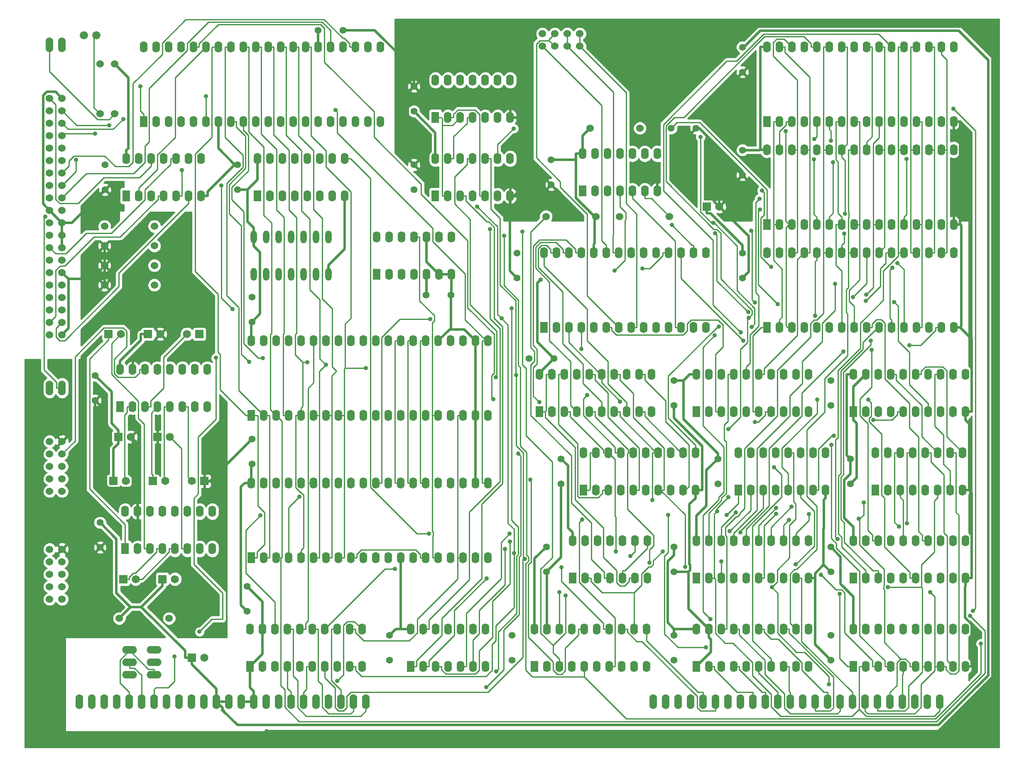
<source format=gbl>
G04 (created by PCBNEW (2013-dec-23)-stable) date dom 04 gen 2015 17:22:54 CET*
%MOIN*%
G04 Gerber Fmt 3.4, Leading zero omitted, Abs format*
%FSLAX34Y34*%
G01*
G70*
G90*
G04 APERTURE LIST*
%ADD10C,0.00590551*%
%ADD11C,0.06*%
%ADD12O,0.06X0.12*%
%ADD13O,0.0514X0.1029*%
%ADD14C,0.066*%
%ADD15R,0.062X0.09*%
%ADD16O,0.062X0.09*%
%ADD17C,0.055*%
%ADD18R,0.065X0.065*%
%ADD19C,0.065*%
%ADD20O,0.12X0.06*%
%ADD21C,0.035*%
%ADD22C,0.02*%
%ADD23C,0.01*%
G04 APERTURE END LIST*
G54D10*
G54D11*
X19972Y-38137D03*
X20972Y-38137D03*
X19972Y-39137D03*
X20972Y-39137D03*
X19972Y-40137D03*
X20972Y-40137D03*
X19972Y-41137D03*
X20972Y-41137D03*
X19972Y-42137D03*
X20972Y-42137D03*
X19972Y-43137D03*
X20972Y-43137D03*
X19972Y-44137D03*
X20972Y-44137D03*
X19972Y-45137D03*
X20972Y-45137D03*
X19972Y-46137D03*
X20972Y-46137D03*
X19972Y-47137D03*
X20972Y-47137D03*
X19972Y-48137D03*
X20972Y-48137D03*
X19972Y-49137D03*
X20972Y-49137D03*
X19972Y-50137D03*
X20972Y-50137D03*
X19972Y-51137D03*
X20972Y-51137D03*
X19972Y-52137D03*
X20972Y-52137D03*
X19972Y-53137D03*
X20972Y-53137D03*
X19972Y-54137D03*
X20972Y-54137D03*
X19972Y-55137D03*
X20972Y-55137D03*
X19972Y-56137D03*
X20972Y-56137D03*
X19972Y-57137D03*
X20972Y-57137D03*
X20972Y-69716D03*
X19972Y-69716D03*
X20972Y-68716D03*
X19972Y-68716D03*
X20972Y-67716D03*
X19972Y-67716D03*
X20972Y-66716D03*
X19972Y-66716D03*
X20972Y-65716D03*
X19972Y-65716D03*
X20972Y-78377D03*
X19972Y-78377D03*
X20972Y-77377D03*
X19972Y-77377D03*
X20972Y-76377D03*
X19972Y-76377D03*
X20972Y-75377D03*
X19972Y-75377D03*
X20972Y-74377D03*
X19972Y-74377D03*
G54D12*
X19972Y-33858D03*
X20972Y-33858D03*
X19972Y-61417D03*
X20972Y-61417D03*
G54D13*
X36370Y-52287D03*
X37370Y-52287D03*
X38370Y-52287D03*
X39370Y-52287D03*
X40370Y-52287D03*
X41370Y-52287D03*
X42370Y-52287D03*
X42370Y-49287D03*
X41370Y-49287D03*
X40370Y-49287D03*
X39370Y-49287D03*
X38370Y-49287D03*
X37370Y-49287D03*
X36370Y-49287D03*
G54D14*
X23728Y-33070D03*
X22728Y-33070D03*
G54D15*
X36169Y-63629D03*
G54D16*
X37169Y-63629D03*
X38169Y-63629D03*
X39169Y-63629D03*
X40169Y-63629D03*
X41169Y-63629D03*
X42169Y-63629D03*
X43169Y-63629D03*
X44169Y-63629D03*
X45169Y-63629D03*
X46169Y-63629D03*
X47169Y-63629D03*
X48169Y-63629D03*
X49169Y-63629D03*
X50169Y-63629D03*
X51169Y-63629D03*
X52169Y-63629D03*
X53169Y-63629D03*
X54169Y-63629D03*
X55169Y-63629D03*
X55169Y-57629D03*
X54169Y-57629D03*
X53169Y-57629D03*
X52169Y-57629D03*
X51169Y-57629D03*
X50169Y-57629D03*
X49169Y-57629D03*
X48169Y-57629D03*
X47169Y-57629D03*
X46169Y-57629D03*
X45169Y-57629D03*
X44169Y-57629D03*
X43169Y-57629D03*
X42169Y-57629D03*
X41169Y-57629D03*
X40169Y-57629D03*
X39169Y-57629D03*
X38169Y-57629D03*
X37169Y-57629D03*
X36169Y-57629D03*
G54D15*
X27507Y-40007D03*
G54D16*
X28507Y-40007D03*
X29507Y-40007D03*
X30507Y-40007D03*
X31507Y-40007D03*
X32507Y-40007D03*
X33507Y-40007D03*
X34507Y-40007D03*
X35507Y-40007D03*
X36507Y-40007D03*
X37507Y-40007D03*
X38507Y-40007D03*
X39507Y-40007D03*
X40507Y-40007D03*
X41507Y-40007D03*
X42507Y-40007D03*
X43507Y-40007D03*
X44507Y-40007D03*
X45507Y-40007D03*
X46507Y-40007D03*
X46507Y-34007D03*
X45507Y-34007D03*
X44507Y-34007D03*
X43507Y-34007D03*
X42507Y-34007D03*
X41507Y-34007D03*
X40507Y-34007D03*
X39507Y-34007D03*
X38507Y-34007D03*
X37507Y-34007D03*
X36507Y-34007D03*
X35507Y-34007D03*
X34507Y-34007D03*
X33507Y-34007D03*
X32507Y-34007D03*
X31507Y-34007D03*
X30507Y-34007D03*
X29507Y-34007D03*
X28507Y-34007D03*
X27507Y-34007D03*
G54D15*
X36169Y-75047D03*
G54D16*
X37169Y-75047D03*
X38169Y-75047D03*
X39169Y-75047D03*
X40169Y-75047D03*
X41169Y-75047D03*
X42169Y-75047D03*
X43169Y-75047D03*
X44169Y-75047D03*
X45169Y-75047D03*
X46169Y-75047D03*
X47169Y-75047D03*
X48169Y-75047D03*
X49169Y-75047D03*
X50169Y-75047D03*
X51169Y-75047D03*
X52169Y-75047D03*
X53169Y-75047D03*
X54169Y-75047D03*
X55169Y-75047D03*
X55169Y-69047D03*
X54169Y-69047D03*
X53169Y-69047D03*
X52169Y-69047D03*
X51169Y-69047D03*
X50169Y-69047D03*
X49169Y-69047D03*
X48169Y-69047D03*
X47169Y-69047D03*
X46169Y-69047D03*
X45169Y-69047D03*
X44169Y-69047D03*
X43169Y-69047D03*
X42169Y-69047D03*
X41169Y-69047D03*
X40169Y-69047D03*
X39169Y-69047D03*
X38169Y-69047D03*
X37169Y-69047D03*
X36169Y-69047D03*
G54D15*
X77539Y-56543D03*
G54D16*
X78539Y-56543D03*
X79539Y-56543D03*
X80539Y-56543D03*
X81539Y-56543D03*
X82539Y-56543D03*
X83539Y-56543D03*
X84539Y-56543D03*
X85539Y-56543D03*
X86539Y-56543D03*
X87539Y-56543D03*
X88539Y-56543D03*
X89539Y-56543D03*
X90539Y-56543D03*
X91539Y-56543D03*
X92539Y-56543D03*
X92539Y-50543D03*
X91539Y-50543D03*
X90539Y-50543D03*
X89539Y-50543D03*
X88539Y-50543D03*
X87539Y-50543D03*
X86539Y-50543D03*
X85539Y-50543D03*
X84539Y-50543D03*
X83539Y-50543D03*
X82539Y-50543D03*
X81539Y-50543D03*
X80539Y-50543D03*
X79539Y-50543D03*
X78539Y-50543D03*
X77539Y-50543D03*
G54D15*
X77539Y-40007D03*
G54D16*
X78539Y-40007D03*
X79539Y-40007D03*
X80539Y-40007D03*
X81539Y-40007D03*
X82539Y-40007D03*
X83539Y-40007D03*
X84539Y-40007D03*
X85539Y-40007D03*
X86539Y-40007D03*
X87539Y-40007D03*
X88539Y-40007D03*
X89539Y-40007D03*
X90539Y-40007D03*
X91539Y-40007D03*
X92539Y-40007D03*
X92539Y-34007D03*
X91539Y-34007D03*
X90539Y-34007D03*
X89539Y-34007D03*
X88539Y-34007D03*
X87539Y-34007D03*
X86539Y-34007D03*
X85539Y-34007D03*
X84539Y-34007D03*
X83539Y-34007D03*
X82539Y-34007D03*
X81539Y-34007D03*
X80539Y-34007D03*
X79539Y-34007D03*
X78539Y-34007D03*
X77539Y-34007D03*
G54D15*
X77539Y-48275D03*
G54D16*
X78539Y-48275D03*
X79539Y-48275D03*
X80539Y-48275D03*
X81539Y-48275D03*
X82539Y-48275D03*
X83539Y-48275D03*
X84539Y-48275D03*
X85539Y-48275D03*
X86539Y-48275D03*
X87539Y-48275D03*
X88539Y-48275D03*
X89539Y-48275D03*
X90539Y-48275D03*
X91539Y-48275D03*
X92539Y-48275D03*
X92539Y-42275D03*
X91539Y-42275D03*
X90539Y-42275D03*
X89539Y-42275D03*
X88539Y-42275D03*
X87539Y-42275D03*
X86539Y-42275D03*
X85539Y-42275D03*
X84539Y-42275D03*
X83539Y-42275D03*
X82539Y-42275D03*
X81539Y-42275D03*
X80539Y-42275D03*
X79539Y-42275D03*
X78539Y-42275D03*
X77539Y-42275D03*
G54D15*
X84476Y-83783D03*
G54D16*
X85476Y-83783D03*
X86476Y-83783D03*
X87476Y-83783D03*
X88476Y-83783D03*
X89476Y-83783D03*
X90476Y-83783D03*
X91476Y-83783D03*
X92476Y-83783D03*
X93476Y-83783D03*
X93476Y-80783D03*
X92476Y-80783D03*
X91476Y-80783D03*
X90476Y-80783D03*
X89476Y-80783D03*
X88476Y-80783D03*
X87476Y-80783D03*
X86476Y-80783D03*
X85476Y-80783D03*
X84476Y-80783D03*
G54D15*
X59279Y-63311D03*
G54D16*
X60279Y-63311D03*
X61279Y-63311D03*
X62279Y-63311D03*
X63279Y-63311D03*
X64279Y-63311D03*
X65279Y-63311D03*
X66279Y-63311D03*
X67279Y-63311D03*
X68279Y-63311D03*
X68279Y-60311D03*
X67279Y-60311D03*
X66279Y-60311D03*
X65279Y-60311D03*
X64279Y-60311D03*
X63279Y-60311D03*
X62279Y-60311D03*
X61279Y-60311D03*
X60279Y-60311D03*
X59279Y-60311D03*
G54D15*
X71877Y-63311D03*
G54D16*
X72877Y-63311D03*
X73877Y-63311D03*
X74877Y-63311D03*
X75877Y-63311D03*
X76877Y-63311D03*
X77877Y-63311D03*
X78877Y-63311D03*
X79877Y-63311D03*
X80877Y-63311D03*
X80877Y-60311D03*
X79877Y-60311D03*
X78877Y-60311D03*
X77877Y-60311D03*
X76877Y-60311D03*
X75877Y-60311D03*
X74877Y-60311D03*
X73877Y-60311D03*
X72877Y-60311D03*
X71877Y-60311D03*
G54D15*
X71877Y-76696D03*
G54D16*
X72877Y-76696D03*
X73877Y-76696D03*
X74877Y-76696D03*
X75877Y-76696D03*
X76877Y-76696D03*
X77877Y-76696D03*
X78877Y-76696D03*
X79877Y-76696D03*
X80877Y-76696D03*
X80877Y-73696D03*
X79877Y-73696D03*
X78877Y-73696D03*
X77877Y-73696D03*
X76877Y-73696D03*
X75877Y-73696D03*
X74877Y-73696D03*
X73877Y-73696D03*
X72877Y-73696D03*
X71877Y-73696D03*
G54D15*
X62822Y-69610D03*
G54D16*
X63822Y-69610D03*
X64822Y-69610D03*
X65822Y-69610D03*
X66822Y-69610D03*
X67822Y-69610D03*
X68822Y-69610D03*
X69822Y-69610D03*
X70822Y-69610D03*
X71822Y-69610D03*
X71822Y-66610D03*
X70822Y-66610D03*
X69822Y-66610D03*
X68822Y-66610D03*
X67822Y-66610D03*
X66822Y-66610D03*
X65822Y-66610D03*
X64822Y-66610D03*
X63822Y-66610D03*
X62822Y-66610D03*
G54D15*
X84476Y-63311D03*
G54D16*
X85476Y-63311D03*
X86476Y-63311D03*
X87476Y-63311D03*
X88476Y-63311D03*
X89476Y-63311D03*
X90476Y-63311D03*
X91476Y-63311D03*
X92476Y-63311D03*
X93476Y-63311D03*
X93476Y-60311D03*
X92476Y-60311D03*
X91476Y-60311D03*
X90476Y-60311D03*
X89476Y-60311D03*
X88476Y-60311D03*
X87476Y-60311D03*
X86476Y-60311D03*
X85476Y-60311D03*
X84476Y-60311D03*
G54D15*
X84476Y-76696D03*
G54D16*
X85476Y-76696D03*
X86476Y-76696D03*
X87476Y-76696D03*
X88476Y-76696D03*
X89476Y-76696D03*
X90476Y-76696D03*
X91476Y-76696D03*
X92476Y-76696D03*
X93476Y-76696D03*
X93476Y-73696D03*
X92476Y-73696D03*
X91476Y-73696D03*
X90476Y-73696D03*
X89476Y-73696D03*
X88476Y-73696D03*
X87476Y-73696D03*
X86476Y-73696D03*
X85476Y-73696D03*
X84476Y-73696D03*
G54D15*
X36051Y-83783D03*
G54D16*
X37051Y-83783D03*
X38051Y-83783D03*
X39051Y-83783D03*
X40051Y-83783D03*
X41051Y-83783D03*
X42051Y-83783D03*
X43051Y-83783D03*
X44051Y-83783D03*
X45051Y-83783D03*
X45051Y-80783D03*
X44051Y-80783D03*
X43051Y-80783D03*
X42051Y-80783D03*
X41051Y-80783D03*
X40051Y-80783D03*
X39051Y-80783D03*
X38051Y-80783D03*
X37051Y-80783D03*
X36051Y-80783D03*
G54D15*
X58885Y-83783D03*
G54D16*
X59885Y-83783D03*
X60885Y-83783D03*
X61885Y-83783D03*
X62885Y-83783D03*
X63885Y-83783D03*
X64885Y-83783D03*
X65885Y-83783D03*
X66885Y-83783D03*
X67885Y-83783D03*
X67885Y-80783D03*
X66885Y-80783D03*
X65885Y-80783D03*
X64885Y-80783D03*
X63885Y-80783D03*
X62885Y-80783D03*
X61885Y-80783D03*
X60885Y-80783D03*
X59885Y-80783D03*
X58885Y-80783D03*
G54D15*
X71877Y-83783D03*
G54D16*
X72877Y-83783D03*
X73877Y-83783D03*
X74877Y-83783D03*
X75877Y-83783D03*
X76877Y-83783D03*
X77877Y-83783D03*
X78877Y-83783D03*
X79877Y-83783D03*
X80877Y-83783D03*
X80877Y-80783D03*
X79877Y-80783D03*
X78877Y-80783D03*
X77877Y-80783D03*
X76877Y-80783D03*
X75877Y-80783D03*
X74877Y-80783D03*
X73877Y-80783D03*
X72877Y-80783D03*
X71877Y-80783D03*
G54D15*
X26027Y-74334D03*
G54D16*
X27027Y-74334D03*
X28027Y-74334D03*
X29027Y-74334D03*
X30027Y-74334D03*
X31027Y-74334D03*
X32027Y-74334D03*
X33027Y-74334D03*
X33027Y-71334D03*
X32027Y-71334D03*
X31027Y-71334D03*
X30027Y-71334D03*
X29027Y-71334D03*
X28027Y-71334D03*
X27027Y-71334D03*
X26027Y-71334D03*
G54D15*
X25633Y-62917D03*
G54D16*
X26633Y-62917D03*
X27633Y-62917D03*
X28633Y-62917D03*
X29633Y-62917D03*
X30633Y-62917D03*
X31633Y-62917D03*
X32633Y-62917D03*
X32633Y-59917D03*
X31633Y-59917D03*
X30633Y-59917D03*
X29633Y-59917D03*
X28633Y-59917D03*
X27633Y-59917D03*
X26633Y-59917D03*
X25633Y-59917D03*
G54D15*
X36657Y-45988D03*
G54D16*
X37657Y-45988D03*
X38657Y-45988D03*
X39657Y-45988D03*
X40657Y-45988D03*
X41657Y-45988D03*
X42657Y-45988D03*
X43657Y-45988D03*
X43657Y-42988D03*
X42657Y-42988D03*
X41657Y-42988D03*
X40657Y-42988D03*
X39657Y-42988D03*
X38657Y-42988D03*
X37657Y-42988D03*
X36657Y-42988D03*
G54D15*
X75240Y-69610D03*
G54D16*
X76240Y-69610D03*
X77240Y-69610D03*
X78240Y-69610D03*
X79240Y-69610D03*
X80240Y-69610D03*
X81240Y-69610D03*
X82240Y-69610D03*
X82240Y-66610D03*
X81240Y-66610D03*
X80240Y-66610D03*
X79240Y-66610D03*
X78240Y-66610D03*
X77240Y-66610D03*
X76240Y-66610D03*
X75240Y-66610D03*
G54D15*
X86263Y-69610D03*
G54D16*
X87263Y-69610D03*
X88263Y-69610D03*
X89263Y-69610D03*
X90263Y-69610D03*
X91263Y-69610D03*
X92263Y-69610D03*
X93263Y-69610D03*
X93263Y-66610D03*
X92263Y-66610D03*
X91263Y-66610D03*
X90263Y-66610D03*
X89263Y-66610D03*
X88263Y-66610D03*
X87263Y-66610D03*
X86263Y-66610D03*
G54D15*
X61960Y-76696D03*
G54D16*
X62960Y-76696D03*
X63960Y-76696D03*
X64960Y-76696D03*
X65960Y-76696D03*
X66960Y-76696D03*
X67960Y-76696D03*
X67960Y-73696D03*
X66960Y-73696D03*
X65960Y-73696D03*
X64960Y-73696D03*
X63960Y-73696D03*
X62960Y-73696D03*
X61960Y-73696D03*
G54D15*
X50937Y-39688D03*
G54D16*
X51937Y-39688D03*
X52937Y-39688D03*
X53937Y-39688D03*
X54937Y-39688D03*
X55937Y-39688D03*
X56937Y-39688D03*
X56937Y-36688D03*
X55937Y-36688D03*
X54937Y-36688D03*
X53937Y-36688D03*
X52937Y-36688D03*
X51937Y-36688D03*
X50937Y-36688D03*
G54D15*
X46212Y-52287D03*
G54D16*
X47212Y-52287D03*
X48212Y-52287D03*
X49212Y-52287D03*
X50212Y-52287D03*
X51212Y-52287D03*
X52212Y-52287D03*
X52212Y-49287D03*
X51212Y-49287D03*
X50212Y-49287D03*
X49212Y-49287D03*
X48212Y-49287D03*
X47212Y-49287D03*
X46212Y-49287D03*
G54D15*
X48968Y-83783D03*
G54D16*
X49968Y-83783D03*
X50968Y-83783D03*
X51968Y-83783D03*
X52968Y-83783D03*
X53968Y-83783D03*
X54968Y-83783D03*
X54968Y-80783D03*
X53968Y-80783D03*
X52968Y-80783D03*
X51968Y-80783D03*
X50968Y-80783D03*
X49968Y-80783D03*
X48968Y-80783D03*
G54D15*
X62748Y-45594D03*
G54D16*
X63748Y-45594D03*
X64748Y-45594D03*
X65748Y-45594D03*
X66748Y-45594D03*
X67748Y-45594D03*
X68748Y-45594D03*
X68748Y-42594D03*
X67748Y-42594D03*
X66748Y-42594D03*
X65748Y-42594D03*
X64748Y-42594D03*
X63748Y-42594D03*
X62748Y-42594D03*
G54D15*
X50937Y-45988D03*
G54D16*
X51937Y-45988D03*
X52937Y-45988D03*
X53937Y-45988D03*
X54937Y-45988D03*
X55937Y-45988D03*
X56937Y-45988D03*
X56937Y-42988D03*
X55937Y-42988D03*
X54937Y-42988D03*
X53937Y-42988D03*
X52937Y-42988D03*
X51937Y-42988D03*
X50937Y-42988D03*
G54D15*
X26133Y-45988D03*
G54D16*
X27133Y-45988D03*
X28133Y-45988D03*
X29133Y-45988D03*
X30133Y-45988D03*
X31133Y-45988D03*
X32133Y-45988D03*
X32133Y-42988D03*
X31133Y-42988D03*
X30133Y-42988D03*
X29133Y-42988D03*
X28133Y-42988D03*
X27133Y-42988D03*
X26133Y-42988D03*
G54D17*
X41519Y-32677D03*
X43519Y-32677D03*
X24409Y-43488D03*
X24409Y-45488D03*
X50181Y-53937D03*
X52181Y-53937D03*
X36220Y-56118D03*
X36220Y-54118D03*
X24015Y-72228D03*
X24015Y-74228D03*
X75590Y-42307D03*
X75590Y-44307D03*
X61023Y-67110D03*
X61023Y-69110D03*
X35826Y-79346D03*
X35826Y-77346D03*
X57086Y-81283D03*
X57086Y-83283D03*
X70078Y-81283D03*
X70078Y-83283D03*
X82677Y-81283D03*
X82677Y-83283D03*
X60236Y-43094D03*
X60236Y-45094D03*
X59842Y-74196D03*
X59842Y-76196D03*
X60448Y-59055D03*
X58448Y-59055D03*
X36220Y-67535D03*
X36220Y-65535D03*
X23622Y-60417D03*
X23622Y-62417D03*
X70078Y-60811D03*
X70078Y-62811D03*
X82677Y-60811D03*
X82677Y-62811D03*
X73622Y-67110D03*
X73622Y-69110D03*
X84251Y-67110D03*
X84251Y-69110D03*
X70078Y-74196D03*
X70078Y-76196D03*
X82677Y-74196D03*
X82677Y-76196D03*
X35039Y-45488D03*
X35039Y-43488D03*
X49212Y-39188D03*
X49212Y-37188D03*
X49212Y-45488D03*
X49212Y-43488D03*
X47244Y-81283D03*
X47244Y-83283D03*
X57480Y-50574D03*
X57480Y-52574D03*
X75590Y-34039D03*
X75590Y-36039D03*
X75590Y-50574D03*
X75590Y-52574D03*
G54D18*
X24696Y-57086D03*
G54D19*
X25696Y-57086D03*
G54D18*
X32389Y-68897D03*
G54D19*
X31389Y-68897D03*
G54D18*
X27846Y-57086D03*
G54D19*
X28846Y-57086D03*
G54D18*
X25090Y-68897D03*
G54D19*
X26090Y-68897D03*
G54D18*
X28240Y-68897D03*
G54D19*
X29240Y-68897D03*
G54D18*
X31996Y-57086D03*
G54D19*
X30996Y-57086D03*
G54D18*
X28633Y-65354D03*
G54D19*
X29633Y-65354D03*
G54D18*
X25484Y-65354D03*
G54D19*
X26484Y-65354D03*
G54D18*
X29027Y-76771D03*
G54D19*
X30027Y-76771D03*
G54D18*
X25877Y-76771D03*
G54D19*
X26877Y-76771D03*
G54D11*
X59523Y-33964D03*
X59523Y-32964D03*
X60523Y-33964D03*
X60523Y-32964D03*
X61523Y-33964D03*
X61523Y-32964D03*
X62523Y-33964D03*
X62523Y-32964D03*
G54D12*
X68421Y-86614D03*
X69421Y-86614D03*
X70421Y-86614D03*
X71421Y-86614D03*
X72421Y-86614D03*
X73421Y-86614D03*
X74421Y-86614D03*
X75421Y-86614D03*
X76421Y-86614D03*
X77421Y-86614D03*
X78421Y-86614D03*
X79421Y-86614D03*
X80421Y-86614D03*
X81421Y-86614D03*
X82421Y-86614D03*
X83421Y-86614D03*
X84421Y-86614D03*
X85421Y-86614D03*
X86421Y-86614D03*
X87421Y-86614D03*
X88421Y-86614D03*
X89421Y-86614D03*
X90421Y-86614D03*
X91421Y-86614D03*
X22358Y-86614D03*
X23358Y-86614D03*
X24358Y-86614D03*
X25358Y-86614D03*
X26358Y-86614D03*
X27358Y-86614D03*
X28358Y-86614D03*
X29358Y-86614D03*
X30358Y-86614D03*
X31358Y-86614D03*
X32358Y-86614D03*
X33358Y-86614D03*
X34358Y-86614D03*
X35358Y-86614D03*
X36358Y-86614D03*
X37358Y-86614D03*
X38358Y-86614D03*
X39358Y-86614D03*
X40358Y-86614D03*
X41358Y-86614D03*
X42358Y-86614D03*
X43358Y-86614D03*
X44358Y-86614D03*
X45358Y-86614D03*
G54D20*
X26377Y-84464D03*
X26377Y-83464D03*
X26377Y-82464D03*
X28346Y-84464D03*
X28346Y-83464D03*
X28346Y-82464D03*
G54D15*
X59641Y-56543D03*
G54D16*
X60641Y-56543D03*
X61641Y-56543D03*
X62641Y-56543D03*
X63641Y-56543D03*
X64641Y-56543D03*
X65641Y-56543D03*
X66641Y-56543D03*
X67641Y-56543D03*
X68641Y-56543D03*
X69641Y-56543D03*
X70641Y-56543D03*
X71641Y-56543D03*
X72641Y-56543D03*
X72641Y-50543D03*
X71641Y-50543D03*
X70641Y-50543D03*
X69641Y-50543D03*
X68641Y-50543D03*
X67641Y-50543D03*
X66641Y-50543D03*
X65641Y-50543D03*
X64641Y-50543D03*
X63641Y-50543D03*
X62641Y-50543D03*
X61641Y-50543D03*
X60641Y-50543D03*
X59641Y-50543D03*
G54D11*
X59811Y-47637D03*
X63811Y-47637D03*
X24377Y-51574D03*
X28377Y-51574D03*
X24377Y-50000D03*
X28377Y-50000D03*
X25196Y-39401D03*
X25196Y-35401D03*
X24015Y-39401D03*
X24015Y-35401D03*
X24377Y-48425D03*
X28377Y-48425D03*
X24377Y-53149D03*
X28377Y-53149D03*
X65716Y-47637D03*
X69716Y-47637D03*
X25559Y-79921D03*
X29559Y-79921D03*
X63354Y-40551D03*
X67354Y-40551D03*
G54D17*
X69866Y-40551D03*
X71866Y-40551D03*
G54D18*
X72728Y-46850D03*
G54D19*
X73728Y-46850D03*
G54D18*
X31389Y-83070D03*
G54D19*
X32389Y-83070D03*
G54D21*
X59373Y-52710D03*
X55781Y-60555D03*
X55327Y-48660D03*
X69919Y-48329D03*
X32507Y-37986D03*
X55046Y-76712D03*
X50436Y-73127D03*
X65306Y-51979D03*
X33320Y-59000D03*
X32000Y-81000D03*
X30000Y-83000D03*
X56897Y-73121D03*
X56536Y-74360D03*
X74557Y-72921D03*
X84465Y-54106D03*
X56914Y-73764D03*
X75407Y-73033D03*
X59284Y-62561D03*
X93855Y-79713D03*
X40035Y-70157D03*
X40646Y-59361D03*
X42142Y-59561D03*
X65756Y-62508D03*
X62641Y-58281D03*
X45355Y-59814D03*
X19632Y-47650D03*
X57415Y-60400D03*
X58111Y-75153D03*
X66594Y-74913D03*
X50522Y-55881D03*
X56254Y-55832D03*
X54305Y-46837D03*
X57253Y-74673D03*
X73243Y-48166D03*
X72228Y-41237D03*
X63114Y-61982D03*
X76309Y-56512D03*
X74460Y-64724D03*
X81414Y-55613D03*
X76091Y-55774D03*
X79039Y-40789D03*
X77886Y-51681D03*
X77143Y-45554D03*
X73688Y-56481D03*
X87758Y-54507D03*
X86087Y-63997D03*
X76589Y-64149D03*
X75053Y-71412D03*
X83037Y-53037D03*
X83682Y-58494D03*
X88977Y-57980D03*
X78298Y-71068D03*
X79522Y-70958D03*
X79317Y-72005D03*
X80935Y-71559D03*
X83238Y-73555D03*
X55033Y-85437D03*
X57573Y-66675D03*
X27253Y-37183D03*
X24767Y-40311D03*
X25883Y-39811D03*
X23614Y-40970D03*
X22077Y-43102D03*
X30593Y-43933D03*
X83399Y-77951D03*
X42910Y-39101D03*
X47699Y-75950D03*
X36898Y-71666D03*
X33755Y-45160D03*
X34643Y-55074D03*
X75648Y-57634D03*
X85675Y-62344D03*
X55578Y-62306D03*
X60885Y-77834D03*
X88029Y-51374D03*
X88742Y-43014D03*
X37085Y-59008D03*
X67550Y-51816D03*
X87638Y-51752D03*
X35994Y-59326D03*
X85876Y-57606D03*
X58564Y-68799D03*
X94088Y-79310D03*
X92510Y-38985D03*
X74318Y-71614D03*
X69609Y-71615D03*
X72662Y-82269D03*
X78108Y-67793D03*
X88148Y-72564D03*
X88803Y-72284D03*
X85538Y-53906D03*
X61070Y-75815D03*
X78422Y-54688D03*
X76986Y-47070D03*
X69193Y-74537D03*
X57226Y-40571D03*
X85955Y-58347D03*
X62714Y-71983D03*
X94723Y-81959D03*
X56458Y-49185D03*
X82853Y-43302D03*
X82705Y-41540D03*
X73398Y-48998D03*
X76039Y-55324D03*
X61400Y-78096D03*
X81334Y-43049D03*
X81339Y-41408D03*
X76281Y-48798D03*
X76573Y-54552D03*
X57926Y-48860D03*
X73027Y-79988D03*
X73363Y-57190D03*
X83741Y-49018D03*
X83809Y-47408D03*
X57046Y-55028D03*
X55808Y-84202D03*
X73557Y-71315D03*
X74444Y-70175D03*
X81877Y-76410D03*
X73877Y-75369D03*
X79858Y-75588D03*
X82719Y-65972D03*
X70981Y-75794D03*
X77940Y-77433D03*
X82535Y-85222D03*
X84933Y-71936D03*
X78305Y-71518D03*
X85314Y-70631D03*
X68362Y-70436D03*
X87243Y-77435D03*
X90642Y-77807D03*
X68107Y-75457D03*
X65427Y-74566D03*
X37401Y-88976D03*
X74114Y-34842D03*
X43061Y-84943D03*
X82914Y-65266D03*
X81579Y-62357D03*
X85500Y-54421D03*
X75439Y-56964D03*
X76960Y-46208D03*
G54D22*
X33858Y-87303D02*
X33858Y-87114D01*
X75704Y-34039D02*
X77029Y-32714D01*
X77029Y-32714D02*
X92950Y-32714D01*
X92950Y-32714D02*
X95317Y-35081D01*
X95317Y-35081D02*
X95317Y-84505D01*
X95317Y-84505D02*
X91338Y-88484D01*
X91338Y-88484D02*
X35039Y-88484D01*
X35039Y-88484D02*
X33858Y-87303D01*
X75590Y-34039D02*
X75704Y-34039D01*
X33858Y-87114D02*
X33358Y-86614D01*
X58885Y-80783D02*
X58885Y-80114D01*
X72728Y-46850D02*
X72728Y-47394D01*
X36370Y-49287D02*
X36370Y-48554D01*
X35858Y-45488D02*
X35039Y-45488D01*
X36657Y-44689D02*
X35858Y-45488D01*
X36657Y-42988D02*
X36657Y-44689D01*
X41519Y-33327D02*
X41519Y-32677D01*
X41507Y-33339D02*
X41519Y-33327D01*
X41507Y-34007D02*
X41507Y-33339D01*
X50212Y-53905D02*
X50181Y-53937D01*
X50212Y-52287D02*
X50212Y-53905D01*
X62748Y-41157D02*
X62748Y-42594D01*
X63354Y-40551D02*
X62748Y-41157D01*
X62748Y-42594D02*
X62219Y-42594D01*
X63719Y-49797D02*
X63719Y-47637D01*
X63641Y-49874D02*
X63719Y-49797D01*
X63719Y-47637D02*
X63811Y-47637D01*
X63641Y-50543D02*
X63641Y-49874D01*
X29027Y-76771D02*
X29027Y-77315D01*
X27330Y-79011D02*
X29027Y-77315D01*
X30846Y-82527D02*
X27330Y-79011D01*
X30846Y-83070D02*
X30846Y-82527D01*
X31389Y-83070D02*
X30846Y-83070D01*
X25334Y-77877D02*
X26468Y-79011D01*
X25334Y-73546D02*
X25334Y-77877D01*
X24015Y-72228D02*
X25334Y-73546D01*
X27330Y-79011D02*
X26468Y-79011D01*
X26468Y-79011D02*
X25559Y-79921D01*
X31389Y-83070D02*
X31389Y-83614D01*
X31389Y-83614D02*
X33358Y-85582D01*
X33358Y-85582D02*
X33358Y-86614D01*
X62219Y-43094D02*
X60236Y-43094D01*
X62219Y-42594D02*
X62219Y-43094D01*
X62219Y-46138D02*
X63719Y-47637D01*
X62219Y-43094D02*
X62219Y-46138D01*
X35858Y-48042D02*
X35858Y-45488D01*
X36370Y-48554D02*
X35858Y-48042D01*
X36169Y-67586D02*
X36220Y-67535D01*
X36169Y-69047D02*
X36169Y-67586D01*
X48169Y-75047D02*
X48169Y-75715D01*
X73027Y-47394D02*
X72728Y-47394D01*
X75590Y-49957D02*
X73027Y-47394D01*
X75590Y-50574D02*
X75590Y-49957D01*
X84476Y-60311D02*
X83947Y-60311D01*
X26133Y-42988D02*
X26133Y-42319D01*
X36169Y-56169D02*
X36220Y-56118D01*
X36169Y-57629D02*
X36169Y-56169D01*
X36870Y-50520D02*
X36370Y-50020D01*
X36870Y-55468D02*
X36870Y-50520D01*
X36220Y-56118D02*
X36870Y-55468D01*
X36370Y-49287D02*
X36370Y-50020D01*
X26276Y-36481D02*
X25196Y-35401D01*
X26276Y-42176D02*
X26276Y-36481D01*
X26133Y-42319D02*
X26276Y-42176D01*
X77539Y-42275D02*
X77010Y-42275D01*
X77539Y-34007D02*
X77010Y-34007D01*
X76979Y-42307D02*
X77010Y-42275D01*
X75590Y-42307D02*
X76979Y-42307D01*
X77010Y-34007D02*
X77010Y-42275D01*
X84476Y-78179D02*
X84476Y-80783D01*
X83463Y-77166D02*
X84476Y-78179D01*
X83463Y-74982D02*
X83463Y-77166D01*
X82677Y-74196D02*
X83463Y-74982D01*
X83947Y-66806D02*
X83947Y-60311D01*
X84251Y-67110D02*
X83947Y-66806D01*
X71877Y-80783D02*
X71349Y-80783D01*
X70097Y-80783D02*
X71349Y-80783D01*
X70078Y-80802D02*
X70097Y-80783D01*
X70078Y-81283D02*
X70078Y-80802D01*
X50937Y-40913D02*
X50937Y-42988D01*
X49212Y-39188D02*
X50937Y-40913D01*
X61575Y-67661D02*
X61023Y-67110D01*
X61575Y-72642D02*
X61575Y-67661D01*
X61960Y-73028D02*
X61575Y-72642D01*
X61960Y-73696D02*
X61960Y-73028D01*
X84251Y-68312D02*
X84251Y-67110D01*
X83757Y-68806D02*
X84251Y-68312D01*
X83757Y-71854D02*
X83757Y-68806D01*
X84476Y-72573D02*
X83757Y-71854D01*
X84476Y-73696D02*
X84476Y-72573D01*
X25090Y-66291D02*
X25484Y-65897D01*
X25090Y-68897D02*
X25090Y-66291D01*
X25484Y-65354D02*
X25484Y-65897D01*
X24940Y-64267D02*
X25484Y-64810D01*
X24940Y-61735D02*
X24940Y-64267D01*
X23622Y-60417D02*
X24940Y-61735D01*
X25484Y-65354D02*
X25484Y-64810D01*
X27302Y-57579D02*
X27302Y-57086D01*
X25633Y-59248D02*
X27302Y-57579D01*
X25633Y-59917D02*
X25633Y-59248D01*
X27846Y-57086D02*
X27302Y-57086D01*
X35331Y-69356D02*
X35640Y-69047D01*
X35331Y-78851D02*
X35331Y-69356D01*
X35826Y-79346D02*
X35331Y-78851D01*
X36169Y-69047D02*
X35640Y-69047D01*
X48169Y-75715D02*
X48169Y-80783D01*
X48968Y-80783D02*
X48169Y-80783D01*
X47744Y-80783D02*
X47244Y-81283D01*
X48169Y-80783D02*
X47744Y-80783D01*
X59113Y-52971D02*
X59373Y-52710D01*
X59113Y-57719D02*
X59113Y-52971D01*
X60448Y-59055D02*
X59113Y-57719D01*
X59279Y-60224D02*
X59279Y-60311D01*
X60448Y-59055D02*
X59279Y-60224D01*
X70078Y-74858D02*
X70078Y-74196D01*
X69580Y-75357D02*
X70078Y-74858D01*
X69580Y-80266D02*
X69580Y-75357D01*
X70097Y-80783D02*
X69580Y-80266D01*
X71877Y-60311D02*
X71349Y-60311D01*
X72695Y-68036D02*
X73622Y-67110D01*
X72695Y-70881D02*
X72695Y-68036D01*
X71877Y-71698D02*
X72695Y-70881D01*
X71877Y-73696D02*
X71877Y-71698D01*
X70849Y-63919D02*
X70849Y-60811D01*
X73622Y-66691D02*
X70849Y-63919D01*
X73622Y-67110D02*
X73622Y-66691D01*
X70078Y-60811D02*
X70849Y-60811D01*
X70849Y-60811D02*
X71349Y-60311D01*
X58905Y-75134D02*
X59842Y-74196D01*
X58905Y-80095D02*
X58905Y-75134D01*
X58885Y-80114D02*
X58905Y-80095D01*
G54D23*
X53937Y-42988D02*
X53476Y-42988D01*
X55856Y-60480D02*
X55781Y-60555D01*
X55856Y-56852D02*
X55856Y-60480D01*
X53736Y-54732D02*
X55856Y-56852D01*
X53736Y-47888D02*
X53736Y-54732D01*
X52473Y-46624D02*
X53736Y-47888D01*
X52473Y-44451D02*
X52473Y-46624D01*
X53476Y-43448D02*
X52473Y-44451D01*
X53476Y-42988D02*
X53476Y-43448D01*
X49968Y-80783D02*
X50428Y-80783D01*
X71532Y-49943D02*
X69919Y-48329D01*
X71641Y-49943D02*
X71532Y-49943D01*
X71641Y-50543D02*
X71641Y-49943D01*
X50428Y-80040D02*
X50428Y-80783D01*
X53656Y-76812D02*
X50428Y-80040D01*
X53656Y-71384D02*
X53656Y-76812D01*
X56124Y-68916D02*
X53656Y-71384D01*
X56124Y-56644D02*
X56124Y-68916D01*
X55327Y-55847D02*
X56124Y-56644D01*
X55327Y-48660D02*
X55327Y-55847D01*
X32507Y-37986D02*
X32507Y-40007D01*
X52937Y-45988D02*
X53397Y-45988D01*
X48968Y-83783D02*
X49428Y-83783D01*
X49428Y-83323D02*
X49428Y-83783D01*
X51468Y-81283D02*
X49428Y-83323D01*
X51468Y-79929D02*
X51468Y-81283D01*
X54669Y-76728D02*
X51468Y-79929D01*
X54669Y-70746D02*
X54669Y-76728D01*
X56336Y-69078D02*
X54669Y-70746D01*
X56336Y-56483D02*
X56336Y-69078D01*
X55656Y-55803D02*
X56336Y-56483D01*
X55656Y-48502D02*
X55656Y-55803D01*
X55200Y-48046D02*
X55656Y-48502D01*
X55046Y-48046D02*
X55200Y-48046D01*
X53397Y-46397D02*
X55046Y-48046D01*
X53397Y-45988D02*
X53397Y-46397D01*
X50428Y-83323D02*
X50428Y-83783D01*
X52468Y-81283D02*
X50428Y-83323D01*
X52468Y-79290D02*
X52468Y-81283D01*
X55046Y-76712D02*
X52468Y-79290D01*
X49968Y-83783D02*
X50428Y-83783D01*
X49454Y-73127D02*
X50436Y-73127D01*
X45709Y-69381D02*
X49454Y-73127D01*
X45709Y-44579D02*
X45709Y-69381D01*
X44117Y-42988D02*
X45709Y-44579D01*
X43657Y-42988D02*
X44117Y-42988D01*
X33858Y-80000D02*
X33000Y-80000D01*
X65748Y-45594D02*
X65748Y-46869D01*
X66210Y-47331D02*
X65748Y-46869D01*
X66210Y-47880D02*
X66210Y-47331D01*
X66141Y-47949D02*
X66210Y-47880D01*
X66141Y-51144D02*
X66141Y-47949D01*
X65306Y-51979D02*
X66141Y-51144D01*
X33320Y-63933D02*
X33320Y-59000D01*
X31896Y-65357D02*
X33320Y-63933D01*
X31896Y-69926D02*
X31896Y-65357D01*
X31547Y-70275D02*
X31896Y-69926D01*
X31547Y-75576D02*
X31547Y-70275D01*
X33858Y-77887D02*
X31547Y-75576D01*
X33858Y-80000D02*
X33858Y-79500D01*
X33858Y-79500D02*
X33858Y-77887D01*
X32000Y-81000D02*
X33000Y-80000D01*
X28358Y-85641D02*
X28358Y-86614D01*
X28500Y-85500D02*
X28358Y-85641D01*
X29500Y-85500D02*
X28500Y-85500D01*
X30000Y-85000D02*
X29500Y-85500D01*
X30000Y-83000D02*
X30000Y-85000D01*
X64500Y-76236D02*
X64500Y-76696D01*
X63460Y-75196D02*
X64500Y-76236D01*
X63460Y-72264D02*
X63460Y-75196D01*
X61843Y-70647D02*
X63460Y-72264D01*
X61843Y-66854D02*
X61843Y-70647D01*
X58593Y-63604D02*
X61843Y-66854D01*
X58593Y-59564D02*
X58593Y-63604D01*
X58900Y-59257D02*
X58593Y-59564D01*
X58900Y-58487D02*
X58900Y-59257D01*
X58574Y-58161D02*
X58900Y-58487D01*
X58574Y-48873D02*
X58574Y-58161D01*
X59811Y-47637D02*
X58574Y-48873D01*
X64960Y-76696D02*
X64500Y-76696D01*
X72877Y-73696D02*
X72877Y-73096D01*
X74877Y-60311D02*
X74417Y-60311D01*
X72877Y-71472D02*
X72877Y-73096D01*
X73890Y-70459D02*
X72877Y-71472D01*
X73890Y-70269D02*
X73890Y-70459D01*
X74279Y-69880D02*
X73890Y-70269D01*
X74279Y-65745D02*
X74279Y-69880D01*
X74122Y-65588D02*
X74279Y-65745D01*
X74122Y-64389D02*
X74122Y-65588D01*
X74417Y-64094D02*
X74122Y-64389D01*
X74417Y-60311D02*
X74417Y-64094D01*
X52968Y-83783D02*
X53428Y-83783D01*
X53428Y-79511D02*
X53428Y-83783D01*
X56211Y-76729D02*
X53428Y-79511D01*
X56211Y-73808D02*
X56211Y-76729D01*
X56897Y-73121D02*
X56211Y-73808D01*
X56536Y-77232D02*
X56536Y-74360D01*
X54468Y-79300D02*
X56536Y-77232D01*
X54468Y-81143D02*
X54468Y-79300D01*
X53968Y-81643D02*
X54468Y-81143D01*
X53968Y-83783D02*
X53968Y-81643D01*
X76240Y-71238D02*
X76240Y-69610D01*
X74557Y-72921D02*
X76240Y-71238D01*
X85999Y-41215D02*
X85999Y-34007D01*
X85539Y-41675D02*
X85999Y-41215D01*
X85539Y-34007D02*
X85999Y-34007D01*
X85539Y-42275D02*
X85539Y-41675D01*
X85539Y-53032D02*
X85539Y-50543D01*
X84465Y-54106D02*
X85539Y-53032D01*
X63362Y-69530D02*
X63282Y-69610D01*
X63362Y-66610D02*
X63362Y-69530D01*
X62822Y-69610D02*
X63282Y-69610D01*
X63822Y-66610D02*
X63362Y-66610D01*
X80999Y-50543D02*
X80999Y-42275D01*
X80539Y-50543D02*
X80999Y-50543D01*
X80539Y-42275D02*
X80949Y-42275D01*
X80949Y-42275D02*
X80999Y-42275D01*
X78999Y-34467D02*
X78999Y-34007D01*
X80999Y-36467D02*
X78999Y-34467D01*
X80999Y-42275D02*
X80999Y-36467D01*
X78539Y-34007D02*
X78999Y-34007D01*
X79999Y-51083D02*
X80539Y-50543D01*
X79999Y-57189D02*
X79999Y-51083D01*
X77338Y-59850D02*
X79999Y-57189D01*
X77338Y-60311D02*
X77338Y-59850D01*
X76877Y-60311D02*
X77338Y-60311D01*
X88476Y-73696D02*
X88476Y-73096D01*
X88263Y-69610D02*
X88263Y-70210D01*
X88476Y-70422D02*
X88263Y-70210D01*
X88476Y-73096D02*
X88476Y-70422D01*
X50968Y-83783D02*
X51428Y-83783D01*
X75407Y-73033D02*
X75407Y-73033D01*
X75407Y-72933D02*
X75407Y-73033D01*
X77240Y-71101D02*
X75407Y-72933D01*
X77240Y-69610D02*
X77240Y-71101D01*
X56914Y-77137D02*
X56914Y-73764D01*
X55512Y-78539D02*
X56914Y-77137D01*
X55512Y-81458D02*
X55512Y-78539D01*
X54455Y-82515D02*
X55512Y-81458D01*
X54455Y-84087D02*
X54455Y-82515D01*
X54150Y-84392D02*
X54455Y-84087D01*
X51779Y-84392D02*
X54150Y-84392D01*
X51428Y-84042D02*
X51779Y-84392D01*
X51428Y-83783D02*
X51428Y-84042D01*
X62641Y-50543D02*
X62181Y-50543D01*
X33507Y-34007D02*
X33047Y-34007D01*
X36169Y-75047D02*
X36629Y-75047D01*
X32994Y-34060D02*
X33047Y-34007D01*
X32994Y-41274D02*
X32994Y-34060D01*
X31643Y-42625D02*
X32994Y-41274D01*
X31643Y-52038D02*
X31643Y-42625D01*
X33484Y-53880D02*
X31643Y-52038D01*
X33484Y-58554D02*
X33484Y-53880D01*
X33645Y-58715D02*
X33484Y-58554D01*
X33645Y-61565D02*
X33645Y-58715D01*
X35709Y-63629D02*
X33645Y-61565D01*
X36169Y-63629D02*
X35709Y-63629D01*
X36169Y-63629D02*
X36629Y-63629D01*
X36629Y-74587D02*
X36629Y-75047D01*
X37233Y-73982D02*
X36629Y-74587D01*
X37233Y-71426D02*
X37233Y-73982D01*
X36682Y-70874D02*
X37233Y-71426D01*
X36682Y-63682D02*
X36682Y-70874D01*
X36629Y-63629D02*
X36682Y-63682D01*
X62181Y-50284D02*
X62181Y-50543D01*
X61411Y-49514D02*
X62181Y-50284D01*
X59293Y-49514D02*
X61411Y-49514D01*
X58775Y-50031D02*
X59293Y-49514D01*
X58775Y-57979D02*
X58775Y-50031D01*
X59101Y-58305D02*
X58775Y-57979D01*
X59101Y-59481D02*
X59101Y-58305D01*
X58798Y-59784D02*
X59101Y-59481D01*
X58798Y-62075D02*
X58798Y-59784D01*
X59284Y-62561D02*
X58798Y-62075D01*
X61779Y-62811D02*
X62279Y-63311D01*
X61779Y-59301D02*
X61779Y-62811D01*
X60101Y-57623D02*
X61779Y-59301D01*
X60101Y-52919D02*
X60101Y-57623D01*
X58975Y-51793D02*
X60101Y-52919D01*
X58975Y-50117D02*
X58975Y-51793D01*
X59364Y-49728D02*
X58975Y-50117D01*
X60625Y-49728D02*
X59364Y-49728D01*
X61181Y-50284D02*
X60625Y-49728D01*
X61181Y-50543D02*
X61181Y-50284D01*
X61641Y-50543D02*
X61181Y-50543D01*
X34507Y-34007D02*
X34047Y-34007D01*
X35168Y-61629D02*
X37169Y-63629D01*
X35168Y-54963D02*
X35168Y-61629D01*
X34192Y-53986D02*
X35168Y-54963D01*
X34192Y-44978D02*
X34192Y-53986D01*
X35483Y-43687D02*
X34192Y-44978D01*
X35483Y-42728D02*
X35483Y-43687D01*
X34047Y-41293D02*
X35483Y-42728D01*
X34047Y-34007D02*
X34047Y-41293D01*
X37629Y-75047D02*
X37629Y-63629D01*
X37169Y-75047D02*
X37629Y-75047D01*
X37169Y-63629D02*
X37629Y-63629D01*
X35507Y-34007D02*
X35967Y-34007D01*
X60641Y-50543D02*
X60181Y-50543D01*
X64279Y-63311D02*
X64279Y-62710D01*
X38169Y-75047D02*
X38520Y-75047D01*
X38520Y-75047D02*
X38629Y-75047D01*
X38629Y-64090D02*
X38629Y-75047D01*
X38169Y-63629D02*
X38629Y-64090D01*
X95048Y-80907D02*
X93855Y-79713D01*
X95048Y-84318D02*
X95048Y-80907D01*
X91158Y-88209D02*
X95048Y-84318D01*
X39998Y-88209D02*
X91158Y-88209D01*
X38858Y-87069D02*
X39998Y-88209D01*
X38858Y-85647D02*
X38858Y-87069D01*
X38520Y-85309D02*
X38858Y-85647D01*
X38520Y-75047D02*
X38520Y-85309D01*
X37696Y-63156D02*
X38169Y-63629D01*
X37696Y-57110D02*
X37696Y-63156D01*
X37783Y-57023D02*
X37696Y-57110D01*
X37783Y-48167D02*
X37783Y-57023D01*
X37170Y-47555D02*
X37783Y-48167D01*
X37170Y-42055D02*
X37170Y-47555D01*
X35967Y-40853D02*
X37170Y-42055D01*
X35967Y-34007D02*
X35967Y-40853D01*
X60181Y-50284D02*
X60181Y-50543D01*
X59840Y-49942D02*
X60181Y-50284D01*
X59440Y-49942D02*
X59840Y-49942D01*
X59176Y-50207D02*
X59440Y-49942D01*
X59176Y-51710D02*
X59176Y-50207D01*
X61141Y-53676D02*
X59176Y-51710D01*
X61141Y-57861D02*
X61141Y-53676D01*
X62779Y-59499D02*
X61141Y-57861D01*
X62779Y-61044D02*
X62779Y-59499D01*
X64279Y-62544D02*
X62779Y-61044D01*
X64279Y-62710D02*
X64279Y-62544D01*
X39169Y-71023D02*
X39169Y-75047D01*
X40035Y-70157D02*
X39169Y-71023D01*
X66279Y-63311D02*
X66279Y-62710D01*
X36967Y-41014D02*
X36967Y-34007D01*
X38197Y-42243D02*
X36967Y-41014D01*
X38197Y-47125D02*
X38197Y-42243D01*
X38783Y-47711D02*
X38197Y-47125D01*
X38783Y-57023D02*
X38783Y-47711D01*
X38709Y-57097D02*
X38783Y-57023D01*
X38709Y-63629D02*
X38709Y-57097D01*
X39169Y-63629D02*
X38709Y-63629D01*
X36507Y-34007D02*
X36967Y-34007D01*
X59641Y-51610D02*
X59641Y-50543D01*
X63128Y-55097D02*
X59641Y-51610D01*
X63128Y-57620D02*
X63128Y-55097D01*
X64779Y-59271D02*
X63128Y-57620D01*
X64779Y-61071D02*
X64779Y-59271D01*
X66279Y-62571D02*
X64779Y-61071D01*
X66279Y-62710D02*
X66279Y-62571D01*
X40169Y-63629D02*
X39709Y-63629D01*
X39709Y-69408D02*
X39709Y-63629D01*
X40132Y-69832D02*
X39709Y-69408D01*
X40170Y-69832D02*
X40132Y-69832D01*
X40360Y-70022D02*
X40170Y-69832D01*
X40360Y-74255D02*
X40360Y-70022D01*
X40169Y-74447D02*
X40360Y-74255D01*
X40169Y-75047D02*
X40169Y-74447D01*
X37507Y-34007D02*
X37967Y-34007D01*
X40169Y-63629D02*
X40169Y-63029D01*
X39696Y-58752D02*
X40305Y-59361D01*
X39696Y-57110D02*
X39696Y-58752D01*
X39783Y-57023D02*
X39696Y-57110D01*
X39783Y-47711D02*
X39783Y-57023D01*
X39197Y-47125D02*
X39783Y-47711D01*
X39197Y-42324D02*
X39197Y-47125D01*
X37967Y-41095D02*
X39197Y-42324D01*
X37967Y-34007D02*
X37967Y-41095D01*
X40305Y-62893D02*
X40169Y-63029D01*
X40305Y-59361D02*
X40305Y-62893D01*
X40305Y-59361D02*
X40646Y-59361D01*
X41169Y-63629D02*
X41629Y-63629D01*
X41629Y-75047D02*
X41629Y-63629D01*
X41169Y-75047D02*
X41629Y-75047D01*
X38507Y-34007D02*
X38967Y-34007D01*
X41669Y-59088D02*
X42142Y-59561D01*
X41669Y-54330D02*
X41669Y-59088D01*
X40870Y-53530D02*
X41669Y-54330D01*
X40870Y-47853D02*
X40870Y-53530D01*
X40197Y-47180D02*
X40870Y-47853D01*
X40197Y-42364D02*
X40197Y-47180D01*
X38967Y-41135D02*
X40197Y-42364D01*
X38967Y-34007D02*
X38967Y-41135D01*
X41629Y-60074D02*
X42142Y-59561D01*
X41629Y-63629D02*
X41629Y-60074D01*
X42169Y-63629D02*
X42629Y-63629D01*
X42629Y-75047D02*
X42629Y-63629D01*
X42169Y-75047D02*
X42629Y-75047D01*
X39507Y-34007D02*
X39967Y-34007D01*
X39967Y-41155D02*
X39967Y-34007D01*
X41157Y-42345D02*
X39967Y-41155D01*
X41157Y-47086D02*
X41157Y-42345D01*
X41870Y-47798D02*
X41157Y-47086D01*
X41870Y-54247D02*
X41870Y-47798D01*
X42669Y-55047D02*
X41870Y-54247D01*
X42669Y-59734D02*
X42669Y-55047D01*
X43001Y-60067D02*
X42669Y-59734D01*
X42629Y-60439D02*
X43001Y-60067D01*
X42629Y-63629D02*
X42629Y-60439D01*
X64200Y-60311D02*
X64279Y-60311D01*
X61641Y-57751D02*
X64200Y-60311D01*
X61641Y-56543D02*
X61641Y-57751D01*
X65756Y-62471D02*
X65756Y-62508D01*
X64279Y-60993D02*
X65756Y-62471D01*
X64279Y-60311D02*
X64279Y-60993D01*
X62641Y-56543D02*
X62641Y-58281D01*
X43629Y-63629D02*
X43629Y-75047D01*
X43169Y-75047D02*
X43629Y-75047D01*
X43169Y-63629D02*
X43579Y-63629D01*
X43579Y-63629D02*
X43629Y-63629D01*
X40507Y-34007D02*
X40967Y-34007D01*
X40967Y-41165D02*
X40967Y-34007D01*
X42157Y-42355D02*
X40967Y-41165D01*
X42157Y-43656D02*
X42157Y-42355D01*
X44152Y-45652D02*
X42157Y-43656D01*
X44152Y-55809D02*
X44152Y-45652D01*
X43694Y-56267D02*
X44152Y-55809D01*
X43694Y-59814D02*
X43694Y-56267D01*
X45355Y-59814D02*
X43694Y-59814D01*
X43629Y-59879D02*
X43629Y-63629D01*
X43694Y-59814D02*
X43629Y-59879D01*
X22010Y-65678D02*
X20972Y-66716D01*
X22010Y-58909D02*
X22010Y-65678D01*
X24327Y-56592D02*
X22010Y-58909D01*
X25877Y-56592D02*
X24327Y-56592D01*
X26172Y-56888D02*
X25877Y-56592D01*
X26172Y-58091D02*
X26172Y-56888D01*
X25143Y-59121D02*
X26172Y-58091D01*
X25143Y-60247D02*
X25143Y-59121D01*
X25451Y-60555D02*
X25143Y-60247D01*
X26822Y-60555D02*
X25451Y-60555D01*
X27173Y-60204D02*
X26822Y-60555D01*
X27173Y-59917D02*
X27173Y-60204D01*
X27633Y-59917D02*
X27173Y-59917D01*
X20972Y-61417D02*
X20522Y-61417D01*
X19515Y-47768D02*
X19632Y-47650D01*
X19515Y-59959D02*
X19515Y-47768D01*
X20522Y-60967D02*
X19515Y-59959D01*
X20522Y-61417D02*
X20522Y-60967D01*
X54937Y-42988D02*
X55397Y-42988D01*
X55397Y-47053D02*
X55397Y-42988D01*
X56133Y-47790D02*
X55397Y-47053D01*
X56133Y-53151D02*
X56133Y-47790D01*
X57377Y-54395D02*
X56133Y-53151D01*
X57377Y-60362D02*
X57377Y-54395D01*
X57415Y-60400D02*
X57377Y-60362D01*
X66960Y-74547D02*
X66960Y-73696D01*
X66594Y-74913D02*
X66960Y-74547D01*
X57415Y-66058D02*
X57415Y-60400D01*
X57978Y-66621D02*
X57415Y-66058D01*
X57978Y-75153D02*
X57978Y-66621D01*
X57968Y-75163D02*
X57978Y-75153D01*
X57968Y-83055D02*
X57968Y-75163D01*
X55168Y-85855D02*
X57968Y-83055D01*
X44161Y-85855D02*
X55168Y-85855D01*
X43822Y-86193D02*
X44161Y-85855D01*
X43822Y-87097D02*
X43822Y-86193D01*
X43555Y-87364D02*
X43822Y-87097D01*
X43143Y-87364D02*
X43555Y-87364D01*
X42874Y-87095D02*
X43143Y-87364D01*
X42874Y-85521D02*
X42874Y-87095D01*
X42051Y-84698D02*
X42874Y-85521D01*
X42051Y-83783D02*
X42051Y-84698D01*
X57978Y-75153D02*
X58111Y-75153D01*
X46169Y-69047D02*
X46629Y-69047D01*
X48095Y-55881D02*
X50522Y-55881D01*
X46629Y-57347D02*
X48095Y-55881D01*
X46629Y-69047D02*
X46629Y-57347D01*
X44051Y-83783D02*
X44511Y-83783D01*
X55933Y-48466D02*
X54305Y-46837D01*
X55933Y-55511D02*
X55933Y-48466D01*
X56254Y-55832D02*
X55933Y-55511D01*
X57240Y-74673D02*
X57253Y-74673D01*
X57240Y-79056D02*
X57240Y-74673D01*
X55783Y-80513D02*
X57240Y-79056D01*
X55783Y-81720D02*
X55783Y-80513D01*
X55482Y-82021D02*
X55783Y-81720D01*
X55482Y-84110D02*
X55482Y-82021D01*
X54999Y-84593D02*
X55482Y-84110D01*
X45032Y-84593D02*
X54999Y-84593D01*
X44511Y-84072D02*
X45032Y-84593D01*
X44511Y-83783D02*
X44511Y-84072D01*
X56762Y-56340D02*
X56254Y-55832D01*
X56762Y-72289D02*
X56762Y-56340D01*
X57240Y-72767D02*
X56762Y-72289D01*
X57240Y-74673D02*
X57240Y-72767D01*
X72228Y-47287D02*
X72228Y-41237D01*
X73108Y-48166D02*
X72228Y-47287D01*
X73243Y-48166D02*
X73108Y-48166D01*
X65822Y-66610D02*
X65362Y-66610D01*
X76564Y-56257D02*
X76309Y-56512D01*
X76564Y-55003D02*
X76564Y-56257D01*
X75146Y-53585D02*
X76564Y-55003D01*
X75146Y-50004D02*
X75146Y-53585D01*
X73309Y-48166D02*
X75146Y-50004D01*
X73243Y-48166D02*
X73309Y-48166D01*
X62810Y-62286D02*
X63114Y-61982D01*
X62810Y-63633D02*
X62810Y-62286D01*
X65362Y-66185D02*
X62810Y-63633D01*
X65362Y-66610D02*
X65362Y-66185D01*
X81539Y-34007D02*
X81079Y-34007D01*
X81539Y-50543D02*
X81539Y-51143D01*
X81414Y-51268D02*
X81414Y-55613D01*
X81539Y-51143D02*
X81414Y-51268D01*
X75984Y-55880D02*
X76091Y-55774D01*
X75984Y-57757D02*
X75984Y-55880D01*
X75417Y-58324D02*
X75984Y-57757D01*
X75417Y-63766D02*
X75417Y-58324D01*
X74460Y-64724D02*
X75417Y-63766D01*
X81079Y-33753D02*
X81079Y-34007D01*
X80514Y-33188D02*
X81079Y-33753D01*
X77371Y-33188D02*
X80514Y-33188D01*
X70879Y-39680D02*
X77371Y-33188D01*
X70107Y-39680D02*
X70879Y-39680D01*
X69439Y-40347D02*
X70107Y-39680D01*
X69439Y-44833D02*
X69439Y-40347D01*
X73278Y-48672D02*
X69439Y-44833D01*
X73532Y-48672D02*
X73278Y-48672D01*
X73840Y-48980D02*
X73532Y-48672D01*
X73840Y-52646D02*
X73840Y-48980D01*
X76364Y-55171D02*
X73840Y-52646D01*
X76364Y-55500D02*
X76364Y-55171D01*
X76091Y-55774D02*
X76364Y-55500D01*
X79539Y-48275D02*
X79334Y-48275D01*
X79039Y-47980D02*
X79039Y-40789D01*
X79334Y-48275D02*
X79039Y-47980D01*
X79539Y-56543D02*
X79188Y-56543D01*
X79076Y-48533D02*
X79334Y-48275D01*
X79076Y-56431D02*
X79076Y-48533D01*
X79188Y-56543D02*
X79076Y-56431D01*
X71822Y-66610D02*
X71822Y-66010D01*
X73608Y-56481D02*
X73688Y-56481D01*
X69627Y-60461D02*
X73608Y-56481D01*
X69627Y-63814D02*
X69627Y-60461D01*
X71822Y-66010D02*
X69627Y-63814D01*
X77311Y-45722D02*
X77143Y-45554D01*
X77311Y-47520D02*
X77311Y-45722D01*
X77055Y-47775D02*
X77311Y-47520D01*
X77055Y-50882D02*
X77055Y-47775D01*
X77855Y-51681D02*
X77055Y-50882D01*
X77886Y-51681D02*
X77855Y-51681D01*
X79079Y-40274D02*
X79079Y-40007D01*
X78539Y-40814D02*
X79079Y-40274D01*
X78539Y-42275D02*
X78539Y-40814D01*
X79539Y-40007D02*
X79079Y-40007D01*
X78539Y-48275D02*
X78129Y-48275D01*
X78539Y-40007D02*
X78079Y-40007D01*
X78539Y-56543D02*
X78539Y-55943D01*
X78079Y-48325D02*
X78129Y-48275D01*
X78079Y-51169D02*
X78079Y-48325D01*
X78747Y-51837D02*
X78079Y-51169D01*
X78747Y-55734D02*
X78747Y-51837D01*
X78539Y-55943D02*
X78747Y-55734D01*
X78079Y-48225D02*
X78079Y-40007D01*
X78129Y-48275D02*
X78079Y-48225D01*
X79539Y-42275D02*
X79949Y-42275D01*
X79949Y-42275D02*
X79999Y-42275D01*
X78920Y-33388D02*
X79539Y-34007D01*
X78334Y-33388D02*
X78920Y-33388D01*
X78052Y-33670D02*
X78334Y-33388D01*
X78052Y-34739D02*
X78052Y-33670D01*
X79999Y-36686D02*
X78052Y-34739D01*
X79999Y-42275D02*
X79999Y-36686D01*
X79999Y-50543D02*
X79999Y-42275D01*
X79539Y-50543D02*
X79999Y-50543D01*
X88079Y-54828D02*
X87758Y-54507D01*
X88079Y-57654D02*
X88079Y-54828D01*
X88976Y-58552D02*
X88079Y-57654D01*
X88976Y-61164D02*
X88976Y-58552D01*
X90476Y-62664D02*
X88976Y-61164D01*
X90476Y-63311D02*
X90476Y-62664D01*
X87588Y-63997D02*
X86087Y-63997D01*
X88016Y-63569D02*
X87588Y-63997D01*
X88016Y-63311D02*
X88016Y-63569D01*
X88476Y-63311D02*
X88016Y-63311D01*
X76417Y-57204D02*
X77079Y-56543D01*
X76417Y-63311D02*
X76417Y-57204D01*
X76877Y-63311D02*
X76417Y-63311D01*
X77539Y-56543D02*
X77079Y-56543D01*
X76842Y-64149D02*
X76589Y-64149D01*
X77417Y-63574D02*
X76842Y-64149D01*
X77417Y-63311D02*
X77417Y-63574D01*
X77877Y-63311D02*
X77417Y-63311D01*
X89539Y-48275D02*
X89949Y-48275D01*
X89539Y-56543D02*
X89999Y-56543D01*
X89999Y-48325D02*
X89999Y-56543D01*
X89949Y-48275D02*
X89999Y-48325D01*
X89539Y-40007D02*
X89999Y-40007D01*
X89999Y-48225D02*
X89999Y-40007D01*
X89949Y-48275D02*
X89999Y-48225D01*
X73877Y-72588D02*
X75053Y-71412D01*
X73877Y-73696D02*
X73877Y-72588D01*
X74877Y-73696D02*
X74877Y-73096D01*
X76740Y-71234D02*
X74877Y-73096D01*
X76740Y-66287D02*
X76740Y-71234D01*
X79377Y-63649D02*
X76740Y-66287D01*
X79377Y-62060D02*
X79377Y-63649D01*
X80377Y-61060D02*
X79377Y-62060D01*
X80377Y-59294D02*
X80377Y-61060D01*
X81999Y-57672D02*
X80377Y-59294D01*
X81999Y-56223D02*
X81999Y-57672D01*
X83037Y-55185D02*
X81999Y-56223D01*
X83037Y-53037D02*
X83037Y-55185D01*
X91079Y-56796D02*
X91079Y-56543D01*
X89895Y-57980D02*
X91079Y-56796D01*
X88977Y-57980D02*
X89895Y-57980D01*
X91539Y-56543D02*
X91079Y-56543D01*
X75877Y-72746D02*
X75877Y-73696D01*
X77726Y-70898D02*
X75877Y-72746D01*
X77726Y-66300D02*
X77726Y-70898D01*
X80364Y-63661D02*
X77726Y-66300D01*
X80364Y-61812D02*
X80364Y-63661D01*
X83682Y-58494D02*
X80364Y-61812D01*
X76877Y-72486D02*
X76877Y-73696D01*
X78296Y-71068D02*
X76877Y-72486D01*
X78298Y-71068D02*
X78296Y-71068D01*
X91999Y-35068D02*
X91539Y-34607D01*
X91999Y-42275D02*
X91999Y-35068D01*
X91539Y-34007D02*
X91539Y-34607D01*
X91539Y-42275D02*
X91949Y-42275D01*
X91949Y-42275D02*
X91999Y-42275D01*
X91999Y-42275D02*
X91999Y-50543D01*
X91539Y-50543D02*
X91999Y-50543D01*
X77877Y-73696D02*
X77877Y-73096D01*
X77877Y-72603D02*
X77877Y-73096D01*
X79522Y-70958D02*
X77877Y-72603D01*
X90539Y-50543D02*
X90999Y-50543D01*
X90999Y-50543D02*
X90999Y-42275D01*
X90539Y-42275D02*
X90949Y-42275D01*
X90949Y-42275D02*
X90999Y-42275D01*
X90999Y-42275D02*
X90999Y-34007D01*
X90539Y-34007D02*
X90999Y-34007D01*
X78877Y-73696D02*
X78877Y-73096D01*
X78877Y-72445D02*
X79317Y-72005D01*
X78877Y-73096D02*
X78877Y-72445D01*
X79877Y-73696D02*
X79877Y-73096D01*
X80935Y-72039D02*
X80935Y-71559D01*
X79877Y-73096D02*
X80935Y-72039D01*
X89079Y-34007D02*
X89079Y-42275D01*
X89539Y-34007D02*
X89079Y-34007D01*
X89539Y-42275D02*
X89129Y-42275D01*
X89129Y-42275D02*
X89079Y-42275D01*
X89079Y-42275D02*
X89079Y-50543D01*
X89539Y-50543D02*
X89079Y-50543D01*
X88539Y-42275D02*
X88079Y-42275D01*
X88539Y-50543D02*
X88079Y-50543D01*
X88079Y-50829D02*
X88079Y-50543D01*
X86886Y-52021D02*
X88079Y-50829D01*
X86886Y-54365D02*
X86886Y-52021D01*
X85039Y-56212D02*
X86886Y-54365D01*
X85039Y-58222D02*
X85039Y-56212D01*
X83240Y-60022D02*
X85039Y-58222D01*
X83240Y-65400D02*
X83240Y-60022D01*
X83069Y-65571D02*
X83240Y-65400D01*
X83069Y-73386D02*
X83069Y-65571D01*
X83238Y-73555D02*
X83069Y-73386D01*
X88079Y-50543D02*
X88079Y-42275D01*
X88079Y-42275D02*
X88079Y-34007D01*
X88539Y-34007D02*
X88079Y-34007D01*
X77539Y-45482D02*
X77539Y-48275D01*
X72146Y-40089D02*
X77539Y-45482D01*
X70327Y-40089D02*
X72146Y-40089D01*
X69866Y-40551D02*
X70327Y-40089D01*
X57778Y-66881D02*
X57573Y-66675D01*
X57778Y-74891D02*
X57778Y-66881D01*
X57669Y-75000D02*
X57778Y-74891D01*
X57669Y-79617D02*
X57669Y-75000D01*
X56424Y-80863D02*
X57669Y-79617D01*
X56424Y-84046D02*
X56424Y-80863D01*
X55033Y-85437D02*
X56424Y-84046D01*
X27253Y-39153D02*
X27253Y-37183D01*
X27507Y-39407D02*
X27253Y-39153D01*
X27507Y-40007D02*
X27507Y-39407D01*
X22146Y-40311D02*
X24767Y-40311D01*
X20972Y-39137D02*
X22146Y-40311D01*
X25058Y-40636D02*
X25883Y-39811D01*
X21471Y-40636D02*
X25058Y-40636D01*
X20972Y-40137D02*
X21471Y-40636D01*
X21139Y-40970D02*
X23614Y-40970D01*
X20972Y-41137D02*
X21139Y-40970D01*
X21522Y-43587D02*
X20972Y-44137D01*
X21522Y-43173D02*
X21522Y-43587D01*
X21924Y-42771D02*
X21522Y-43173D01*
X24391Y-42771D02*
X21924Y-42771D01*
X25243Y-43623D02*
X24391Y-42771D01*
X26321Y-43623D02*
X25243Y-43623D01*
X26646Y-43298D02*
X26321Y-43623D01*
X26646Y-36968D02*
X26646Y-43298D01*
X29007Y-34608D02*
X26646Y-36968D01*
X29007Y-33710D02*
X29007Y-34608D01*
X30905Y-31813D02*
X29007Y-33710D01*
X41996Y-31813D02*
X30905Y-31813D01*
X43517Y-33335D02*
X41996Y-31813D01*
X43636Y-33335D02*
X43517Y-33335D01*
X44047Y-33745D02*
X43636Y-33335D01*
X44047Y-34007D02*
X44047Y-33745D01*
X44507Y-34007D02*
X44047Y-34007D01*
X22077Y-44033D02*
X20972Y-45137D01*
X22077Y-43102D02*
X22077Y-44033D01*
X22914Y-44195D02*
X20972Y-46137D01*
X26735Y-44195D02*
X22914Y-44195D01*
X27633Y-43297D02*
X26735Y-44195D01*
X27633Y-41975D02*
X27633Y-43297D01*
X27968Y-41640D02*
X27633Y-41975D01*
X27968Y-37341D02*
X27968Y-41640D01*
X31007Y-34302D02*
X27968Y-37341D01*
X31007Y-33712D02*
X31007Y-34302D01*
X32706Y-32013D02*
X31007Y-33712D01*
X41825Y-32013D02*
X32706Y-32013D01*
X42507Y-32695D02*
X41825Y-32013D01*
X42507Y-34007D02*
X42507Y-32695D01*
X30133Y-45988D02*
X30593Y-45988D01*
X30593Y-45988D02*
X30593Y-43933D01*
X84476Y-83783D02*
X84016Y-83783D01*
X83399Y-83167D02*
X83399Y-77951D01*
X84016Y-83783D02*
X83399Y-83167D01*
X73417Y-58710D02*
X73417Y-63311D01*
X74014Y-58114D02*
X73417Y-58710D01*
X74014Y-56347D02*
X74014Y-58114D01*
X73606Y-55939D02*
X74014Y-56347D01*
X71452Y-55939D02*
X73606Y-55939D01*
X71141Y-56250D02*
X71452Y-55939D01*
X71141Y-56836D02*
X71141Y-56250D01*
X70831Y-57145D02*
X71141Y-56836D01*
X65445Y-57145D02*
X70831Y-57145D01*
X65101Y-56802D02*
X65445Y-57145D01*
X65101Y-56543D02*
X65101Y-56802D01*
X64641Y-56543D02*
X65101Y-56543D01*
X73877Y-63311D02*
X73417Y-63311D01*
X55169Y-69047D02*
X54709Y-69047D01*
X55169Y-57629D02*
X55006Y-57629D01*
X55006Y-57629D02*
X54709Y-57629D01*
X54678Y-69016D02*
X54709Y-69047D01*
X54678Y-57660D02*
X54678Y-69016D01*
X54709Y-57629D02*
X54678Y-57660D01*
X43047Y-39239D02*
X42910Y-39101D01*
X43047Y-40907D02*
X43047Y-39239D01*
X50725Y-48585D02*
X43047Y-40907D01*
X50725Y-49660D02*
X50725Y-48585D01*
X53315Y-52250D02*
X50725Y-49660D01*
X53315Y-55938D02*
X53315Y-52250D01*
X55006Y-57629D02*
X53315Y-55938D01*
X47699Y-75950D02*
X47699Y-75950D01*
X46884Y-75950D02*
X47699Y-75950D01*
X42051Y-80783D02*
X46884Y-75950D01*
X35709Y-72856D02*
X36898Y-71666D01*
X35709Y-76275D02*
X35709Y-72856D01*
X38051Y-78617D02*
X35709Y-76275D01*
X38051Y-80783D02*
X38051Y-78617D01*
X70641Y-52627D02*
X75648Y-57634D01*
X70641Y-50543D02*
X70641Y-52627D01*
X89476Y-76696D02*
X89016Y-76696D01*
X89016Y-76236D02*
X89016Y-76696D01*
X86976Y-74196D02*
X89016Y-76236D01*
X86976Y-70250D02*
X86976Y-74196D01*
X86743Y-70017D02*
X86976Y-70250D01*
X86743Y-65113D02*
X86743Y-70017D01*
X85762Y-64131D02*
X86743Y-65113D01*
X85762Y-63862D02*
X85762Y-64131D01*
X85936Y-63688D02*
X85762Y-63862D01*
X85936Y-62605D02*
X85936Y-63688D01*
X85675Y-62344D02*
X85936Y-62605D01*
X40709Y-61450D02*
X40709Y-69047D01*
X41169Y-60989D02*
X40709Y-61450D01*
X41169Y-57629D02*
X41169Y-60989D01*
X41169Y-69047D02*
X40709Y-69047D01*
X40709Y-80125D02*
X40709Y-69047D01*
X40511Y-80323D02*
X40709Y-80125D01*
X40511Y-80783D02*
X40511Y-80323D01*
X40051Y-80783D02*
X40511Y-80783D01*
X33755Y-54186D02*
X34643Y-55074D01*
X33755Y-45160D02*
X33755Y-54186D01*
X51169Y-63629D02*
X50709Y-63629D01*
X51169Y-75047D02*
X50709Y-75047D01*
X49212Y-49287D02*
X49672Y-49287D01*
X49672Y-54413D02*
X49672Y-49287D01*
X50847Y-55588D02*
X49672Y-54413D01*
X50847Y-56016D02*
X50847Y-55588D01*
X50683Y-56181D02*
X50847Y-56016D01*
X50683Y-63603D02*
X50683Y-56181D01*
X50709Y-63629D02*
X50683Y-63603D01*
X50689Y-63649D02*
X50709Y-63629D01*
X50689Y-72920D02*
X50689Y-63649D01*
X50761Y-72992D02*
X50689Y-72920D01*
X50761Y-73262D02*
X50761Y-72992D01*
X50709Y-73314D02*
X50761Y-73262D01*
X50709Y-75047D02*
X50709Y-73314D01*
X64285Y-38726D02*
X59523Y-33964D01*
X64285Y-49587D02*
X64285Y-38726D01*
X64641Y-49943D02*
X64285Y-49587D01*
X64641Y-50543D02*
X64641Y-49943D01*
X65641Y-50543D02*
X65181Y-50543D01*
X61523Y-32964D02*
X61523Y-33964D01*
X65181Y-49109D02*
X65181Y-50543D01*
X65213Y-49077D02*
X65181Y-49109D01*
X65213Y-37654D02*
X65213Y-49077D01*
X61523Y-33964D02*
X65213Y-37654D01*
X52709Y-63629D02*
X52709Y-75047D01*
X53169Y-75047D02*
X52709Y-75047D01*
X44051Y-80783D02*
X44511Y-80783D01*
X53169Y-63629D02*
X52709Y-63629D01*
X31507Y-34007D02*
X31967Y-34007D01*
X44511Y-81042D02*
X44511Y-80783D01*
X45204Y-81735D02*
X44511Y-81042D01*
X48834Y-81735D02*
X45204Y-81735D01*
X49481Y-81087D02*
X48834Y-81735D01*
X49481Y-79971D02*
X49481Y-81087D01*
X52709Y-76743D02*
X49481Y-79971D01*
X52709Y-75047D02*
X52709Y-76743D01*
X55456Y-62184D02*
X55578Y-62306D01*
X55456Y-60420D02*
X55456Y-62184D01*
X55642Y-60234D02*
X55456Y-60420D01*
X55642Y-57101D02*
X55642Y-60234D01*
X53536Y-54995D02*
X55642Y-57101D01*
X53536Y-49589D02*
X53536Y-54995D01*
X49799Y-45852D02*
X53536Y-49589D01*
X49799Y-45044D02*
X49799Y-45852D01*
X46007Y-41252D02*
X49799Y-45044D01*
X46007Y-39227D02*
X46007Y-41252D01*
X42020Y-35240D02*
X46007Y-39227D01*
X42020Y-32524D02*
X42020Y-35240D01*
X41709Y-32213D02*
X42020Y-32524D01*
X33508Y-32213D02*
X41709Y-32213D01*
X31967Y-33754D02*
X33508Y-32213D01*
X31967Y-34007D02*
X31967Y-33754D01*
X60062Y-33425D02*
X60523Y-32964D01*
X60062Y-33503D02*
X60062Y-33425D01*
X59319Y-33503D02*
X60062Y-33503D01*
X59046Y-33776D02*
X59319Y-33503D01*
X59046Y-42935D02*
X59046Y-33776D01*
X60963Y-44851D02*
X59046Y-42935D01*
X60963Y-45281D02*
X60963Y-44851D01*
X63128Y-47447D02*
X60963Y-45281D01*
X63128Y-54030D02*
X63128Y-47447D01*
X65641Y-56543D02*
X63128Y-54030D01*
X60062Y-33503D02*
X60523Y-33964D01*
X62523Y-33964D02*
X62523Y-32964D01*
X66248Y-37688D02*
X62523Y-33964D01*
X66248Y-46585D02*
X66248Y-37688D01*
X67101Y-47439D02*
X66248Y-46585D01*
X67101Y-56543D02*
X67101Y-47439D01*
X66641Y-56543D02*
X67101Y-56543D01*
X20472Y-55637D02*
X19972Y-56137D01*
X20472Y-51958D02*
X20472Y-55637D01*
X20806Y-51624D02*
X20472Y-51958D01*
X21204Y-51624D02*
X20806Y-51624D01*
X23536Y-49291D02*
X21204Y-51624D01*
X25628Y-49291D02*
X23536Y-49291D01*
X28673Y-46247D02*
X25628Y-49291D01*
X28673Y-45988D02*
X28673Y-46247D01*
X29133Y-45988D02*
X28673Y-45988D01*
X20499Y-56611D02*
X20972Y-56137D01*
X20499Y-57330D02*
X20499Y-56611D01*
X20777Y-57608D02*
X20499Y-57330D01*
X21187Y-57608D02*
X20777Y-57608D01*
X25533Y-53262D02*
X21187Y-57608D01*
X25533Y-52188D02*
X25533Y-53262D01*
X31133Y-46588D02*
X25533Y-52188D01*
X31133Y-45988D02*
X31133Y-46588D01*
X20447Y-50612D02*
X19972Y-50137D01*
X21304Y-50612D02*
X20447Y-50612D01*
X22923Y-48993D02*
X21304Y-50612D01*
X24918Y-48993D02*
X22923Y-48993D01*
X27633Y-46278D02*
X24918Y-48993D01*
X27633Y-45488D02*
X27633Y-46278D01*
X29673Y-43448D02*
X27633Y-45488D01*
X29673Y-42988D02*
X29673Y-43448D01*
X30133Y-42988D02*
X29673Y-42988D01*
X28133Y-42988D02*
X28133Y-43588D01*
X27204Y-44517D02*
X28133Y-43588D01*
X24335Y-44517D02*
X27204Y-44517D01*
X22264Y-46587D02*
X24335Y-44517D01*
X20782Y-46587D02*
X22264Y-46587D01*
X20472Y-46277D02*
X20782Y-46587D01*
X20472Y-38637D02*
X20472Y-46277D01*
X19972Y-38137D02*
X20472Y-38637D01*
X60885Y-80783D02*
X60885Y-77834D01*
X88539Y-51884D02*
X88539Y-56543D01*
X88029Y-51374D02*
X88539Y-51884D01*
X47689Y-69027D02*
X47709Y-69047D01*
X47689Y-57649D02*
X47689Y-69027D01*
X47709Y-57629D02*
X47689Y-57649D01*
X48169Y-57629D02*
X47709Y-57629D01*
X48169Y-69047D02*
X47709Y-69047D01*
X88742Y-47472D02*
X88742Y-43014D01*
X88539Y-47675D02*
X88742Y-47472D01*
X88539Y-48275D02*
X88539Y-47675D01*
X35507Y-40724D02*
X35507Y-40007D01*
X35909Y-41126D02*
X35507Y-40724D01*
X35909Y-43971D02*
X35909Y-41126D01*
X34592Y-45288D02*
X35909Y-43971D01*
X34592Y-46276D02*
X34592Y-45288D01*
X35569Y-47252D02*
X34592Y-46276D01*
X35569Y-57859D02*
X35569Y-47252D01*
X36718Y-59008D02*
X35569Y-57859D01*
X37085Y-59008D02*
X36718Y-59008D01*
X68166Y-51816D02*
X67550Y-51816D01*
X69181Y-50802D02*
X68166Y-51816D01*
X69181Y-50543D02*
X69181Y-50802D01*
X69641Y-50543D02*
X69181Y-50543D01*
X87539Y-56543D02*
X87539Y-55943D01*
X48709Y-57629D02*
X48709Y-69047D01*
X49169Y-57629D02*
X48709Y-57629D01*
X49169Y-69047D02*
X48709Y-69047D01*
X86476Y-76696D02*
X86476Y-76096D01*
X34507Y-40007D02*
X34967Y-40007D01*
X62885Y-80783D02*
X62425Y-80783D01*
X87422Y-55826D02*
X87539Y-55943D01*
X87422Y-51967D02*
X87422Y-55826D01*
X87638Y-51752D02*
X87422Y-51967D01*
X85876Y-57951D02*
X85876Y-57606D01*
X83679Y-60149D02*
X85876Y-57951D01*
X83679Y-68379D02*
X83679Y-60149D01*
X83489Y-68569D02*
X83679Y-68379D01*
X83489Y-71966D02*
X83489Y-68569D01*
X83763Y-72240D02*
X83489Y-71966D01*
X83763Y-73803D02*
X83763Y-72240D01*
X86056Y-76096D02*
X83763Y-73803D01*
X86476Y-76096D02*
X86056Y-76096D01*
X35368Y-58700D02*
X35994Y-59326D01*
X35368Y-48387D02*
X35368Y-58700D01*
X34392Y-47411D02*
X35368Y-48387D01*
X34392Y-45074D02*
X34392Y-47411D01*
X35699Y-43766D02*
X34392Y-45074D01*
X35699Y-41199D02*
X35699Y-43766D01*
X34967Y-40467D02*
X35699Y-41199D01*
X34967Y-40007D02*
X34967Y-40467D01*
X58636Y-68871D02*
X58564Y-68799D01*
X58636Y-75370D02*
X58636Y-68871D01*
X58395Y-75611D02*
X58636Y-75370D01*
X58395Y-81433D02*
X58395Y-75611D01*
X60385Y-83423D02*
X58395Y-81433D01*
X60385Y-84084D02*
X60385Y-83423D01*
X60708Y-84407D02*
X60385Y-84084D01*
X61091Y-84407D02*
X60708Y-84407D01*
X61361Y-84136D02*
X61091Y-84407D01*
X61361Y-82307D02*
X61361Y-84136D01*
X62425Y-81243D02*
X61361Y-82307D01*
X62425Y-80783D02*
X62425Y-81243D01*
X94289Y-79108D02*
X94088Y-79310D01*
X94289Y-40765D02*
X94289Y-79108D01*
X92510Y-38985D02*
X94289Y-40765D01*
X86999Y-34007D02*
X86999Y-42275D01*
X86539Y-34007D02*
X86999Y-34007D01*
X86539Y-42275D02*
X86949Y-42275D01*
X86949Y-42275D02*
X86999Y-42275D01*
X86999Y-50083D02*
X86539Y-50543D01*
X86999Y-42275D02*
X86999Y-50083D01*
X84539Y-50543D02*
X84079Y-50543D01*
X84539Y-42275D02*
X84079Y-42275D01*
X84079Y-47218D02*
X84079Y-42275D01*
X84138Y-47277D02*
X84079Y-47218D01*
X84138Y-47687D02*
X84138Y-47277D01*
X84079Y-47746D02*
X84138Y-47687D01*
X84079Y-50543D02*
X84079Y-47746D01*
X84079Y-53360D02*
X84079Y-50543D01*
X83927Y-53511D02*
X84079Y-53360D01*
X83927Y-55350D02*
X83927Y-53511D01*
X84014Y-55437D02*
X83927Y-55350D01*
X84014Y-58834D02*
X84014Y-55437D01*
X82186Y-60663D02*
X84014Y-58834D01*
X82186Y-63363D02*
X82186Y-60663D01*
X80760Y-64789D02*
X82186Y-63363D01*
X80760Y-70112D02*
X80760Y-64789D01*
X81555Y-70907D02*
X80760Y-70112D01*
X81555Y-74375D02*
X81555Y-70907D01*
X79937Y-75994D02*
X81555Y-74375D01*
X79769Y-75994D02*
X79937Y-75994D01*
X79414Y-76348D02*
X79769Y-75994D01*
X79414Y-80320D02*
X79414Y-76348D01*
X79877Y-80783D02*
X79414Y-80320D01*
X75240Y-70693D02*
X74318Y-71614D01*
X75240Y-69610D02*
X75240Y-70693D01*
X69609Y-74614D02*
X69609Y-71615D01*
X69308Y-74915D02*
X69609Y-74614D01*
X69308Y-81170D02*
X69308Y-74915D01*
X70407Y-82269D02*
X69308Y-81170D01*
X72662Y-82269D02*
X70407Y-82269D01*
X77877Y-83783D02*
X77877Y-83183D01*
X78706Y-68391D02*
X78108Y-67793D01*
X78706Y-70201D02*
X78706Y-68391D01*
X76401Y-72506D02*
X78706Y-70201D01*
X76401Y-81706D02*
X76401Y-72506D01*
X77877Y-83183D02*
X76401Y-81706D01*
X88263Y-66610D02*
X87803Y-66610D01*
X87803Y-72219D02*
X88148Y-72564D01*
X87803Y-66610D02*
X87803Y-72219D01*
X89263Y-66610D02*
X88803Y-66610D01*
X88803Y-66610D02*
X88803Y-72284D01*
X49709Y-69047D02*
X49709Y-57629D01*
X50169Y-69047D02*
X49709Y-69047D01*
X50169Y-57629D02*
X49709Y-57629D01*
X85476Y-76521D02*
X85476Y-76096D01*
X85476Y-76521D02*
X85476Y-76696D01*
X86539Y-48275D02*
X86079Y-48275D01*
X86539Y-41335D02*
X86539Y-40007D01*
X86079Y-41795D02*
X86539Y-41335D01*
X86079Y-48275D02*
X86079Y-41795D01*
X86455Y-56543D02*
X86539Y-56543D01*
X85258Y-57740D02*
X86455Y-56543D01*
X85258Y-58286D02*
X85258Y-57740D01*
X83479Y-60066D02*
X85258Y-58286D01*
X83479Y-68296D02*
X83479Y-60066D01*
X83278Y-68496D02*
X83479Y-68296D01*
X83278Y-73136D02*
X83278Y-68496D01*
X83563Y-73420D02*
X83278Y-73136D01*
X83563Y-74183D02*
X83563Y-73420D01*
X85476Y-76096D02*
X83563Y-74183D01*
X86079Y-53365D02*
X85538Y-53906D01*
X86079Y-48275D02*
X86079Y-53365D01*
X61070Y-76967D02*
X61070Y-75815D01*
X64425Y-80323D02*
X61070Y-76967D01*
X64425Y-80783D02*
X64425Y-80323D01*
X64885Y-80783D02*
X64425Y-80783D01*
X85539Y-56543D02*
X85999Y-56543D01*
X62960Y-76696D02*
X63420Y-76696D01*
X85999Y-56284D02*
X85999Y-56543D01*
X86355Y-55928D02*
X85999Y-56284D01*
X86717Y-55928D02*
X86355Y-55928D01*
X87016Y-56226D02*
X86717Y-55928D01*
X87016Y-60685D02*
X87016Y-56226D01*
X88976Y-62645D02*
X87016Y-60685D01*
X88976Y-64605D02*
X88976Y-62645D01*
X89723Y-65353D02*
X88976Y-64605D01*
X89723Y-72944D02*
X89723Y-65353D01*
X90016Y-73236D02*
X89723Y-72944D01*
X90016Y-73696D02*
X90016Y-73236D01*
X50937Y-39688D02*
X51397Y-39688D01*
X51937Y-45988D02*
X51476Y-45988D01*
X51476Y-45988D02*
X51476Y-40306D01*
X52319Y-40306D02*
X51476Y-40306D01*
X52937Y-39688D02*
X52319Y-40306D01*
X51476Y-39768D02*
X51397Y-39688D01*
X51476Y-40306D02*
X51476Y-39768D01*
X51476Y-40306D02*
X51476Y-40306D01*
X66885Y-80783D02*
X66885Y-77843D01*
X63420Y-76955D02*
X63420Y-76696D01*
X64308Y-77843D02*
X63420Y-76955D01*
X66885Y-77843D02*
X64308Y-77843D01*
X76855Y-47200D02*
X76986Y-47070D01*
X76855Y-53121D02*
X76855Y-47200D01*
X78422Y-54688D02*
X76855Y-53121D01*
X90476Y-73696D02*
X90016Y-73696D01*
X68432Y-75298D02*
X69193Y-74537D01*
X68432Y-75591D02*
X68432Y-75298D01*
X68242Y-75782D02*
X68432Y-75591D01*
X68040Y-75782D02*
X68242Y-75782D01*
X67481Y-76340D02*
X68040Y-75782D01*
X67481Y-77247D02*
X67481Y-76340D01*
X66885Y-77843D02*
X67481Y-77247D01*
X55937Y-41860D02*
X57226Y-40571D01*
X55937Y-42988D02*
X55937Y-41860D01*
X84999Y-40007D02*
X84999Y-48275D01*
X84539Y-40007D02*
X84999Y-40007D01*
X84539Y-48275D02*
X84949Y-48275D01*
X84949Y-48275D02*
X84999Y-48275D01*
X84539Y-56543D02*
X84539Y-55943D01*
X84999Y-52722D02*
X84999Y-48275D01*
X84140Y-53582D02*
X84999Y-52722D01*
X84140Y-54440D02*
X84140Y-53582D01*
X84539Y-54839D02*
X84140Y-54440D01*
X84539Y-55943D02*
X84539Y-54839D01*
X83539Y-40007D02*
X83079Y-40007D01*
X83079Y-51543D02*
X83079Y-48275D01*
X83539Y-52003D02*
X83079Y-51543D01*
X83539Y-56543D02*
X83539Y-52003D01*
X83539Y-48275D02*
X83539Y-47675D01*
X83265Y-47402D02*
X83539Y-47675D01*
X83265Y-47402D02*
X83265Y-47402D01*
X83265Y-43251D02*
X83265Y-47402D01*
X83079Y-43064D02*
X83265Y-43251D01*
X83079Y-40007D02*
X83079Y-43064D01*
X86476Y-73696D02*
X86016Y-73696D01*
X83539Y-48275D02*
X83079Y-48275D01*
X85955Y-61345D02*
X85955Y-58347D01*
X85007Y-62293D02*
X85955Y-61345D01*
X85007Y-63659D02*
X85007Y-62293D01*
X85640Y-64292D02*
X85007Y-63659D01*
X85640Y-72860D02*
X85640Y-64292D01*
X86016Y-73236D02*
X85640Y-72860D01*
X86016Y-73696D02*
X86016Y-73236D01*
X65345Y-79879D02*
X65345Y-83783D01*
X62494Y-77028D02*
X65345Y-79879D01*
X62494Y-72203D02*
X62494Y-77028D01*
X62714Y-71983D02*
X62494Y-72203D01*
X64885Y-83783D02*
X65345Y-83783D01*
X82539Y-40007D02*
X82539Y-40607D01*
X82705Y-40773D02*
X82705Y-41540D01*
X82539Y-40607D02*
X82705Y-40773D01*
X82853Y-47361D02*
X82853Y-43302D01*
X82539Y-47675D02*
X82853Y-47361D01*
X82539Y-48275D02*
X82539Y-47675D01*
X66257Y-87998D02*
X62885Y-84627D01*
X91084Y-87998D02*
X66257Y-87998D01*
X94723Y-84359D02*
X91084Y-87998D01*
X94723Y-81959D02*
X94723Y-84359D01*
X94723Y-81959D02*
X94723Y-81959D01*
X62885Y-84627D02*
X62885Y-83783D01*
X73523Y-52807D02*
X76039Y-55324D01*
X73523Y-49123D02*
X73523Y-52807D01*
X73398Y-48998D02*
X73523Y-49123D01*
X56458Y-53193D02*
X56458Y-49185D01*
X57602Y-54337D02*
X56458Y-53193D01*
X57602Y-59627D02*
X57602Y-54337D01*
X57740Y-59764D02*
X57602Y-59627D01*
X57740Y-66100D02*
X57740Y-59764D01*
X58239Y-66598D02*
X57740Y-66100D01*
X58239Y-74821D02*
X58239Y-66598D01*
X58436Y-75018D02*
X58239Y-74821D01*
X58436Y-75287D02*
X58436Y-75018D01*
X58175Y-75548D02*
X58436Y-75287D01*
X58175Y-84089D02*
X58175Y-75548D01*
X58714Y-84627D02*
X58175Y-84089D01*
X62885Y-84627D02*
X58714Y-84627D01*
X60885Y-83783D02*
X60885Y-83183D01*
X81539Y-48275D02*
X81539Y-47675D01*
X60375Y-82672D02*
X60375Y-82098D01*
X60885Y-83183D02*
X60375Y-82672D01*
X61400Y-81073D02*
X61400Y-78096D01*
X60375Y-82098D02*
X61400Y-81073D01*
X57926Y-59567D02*
X57926Y-48860D01*
X58212Y-59853D02*
X57926Y-59567D01*
X58212Y-65257D02*
X58212Y-59853D01*
X60310Y-67355D02*
X58212Y-65257D01*
X60310Y-75042D02*
X60310Y-67355D01*
X59385Y-75966D02*
X60310Y-75042D01*
X59385Y-81109D02*
X59385Y-75966D01*
X60375Y-82098D02*
X59385Y-81109D01*
X81334Y-47470D02*
X81334Y-43049D01*
X81539Y-47675D02*
X81334Y-47470D01*
X76366Y-54345D02*
X76573Y-54552D01*
X76366Y-48883D02*
X76366Y-54345D01*
X76281Y-48798D02*
X76366Y-48883D01*
X81539Y-41208D02*
X81339Y-41408D01*
X81539Y-40007D02*
X81539Y-41208D01*
X73877Y-80783D02*
X74338Y-80783D01*
X82539Y-50543D02*
X82079Y-50543D01*
X82079Y-50543D02*
X82079Y-42275D01*
X82539Y-42275D02*
X82129Y-42275D01*
X82129Y-42275D02*
X82079Y-42275D01*
X82079Y-42275D02*
X82079Y-34007D01*
X82539Y-34007D02*
X82079Y-34007D01*
X82079Y-55408D02*
X82079Y-50543D01*
X81548Y-55938D02*
X82079Y-55408D01*
X81338Y-55938D02*
X81548Y-55938D01*
X81039Y-56237D02*
X81338Y-55938D01*
X81039Y-57321D02*
X81039Y-56237D01*
X78377Y-59982D02*
X81039Y-57321D01*
X78377Y-63651D02*
X78377Y-59982D01*
X75753Y-66276D02*
X78377Y-63651D01*
X75753Y-71083D02*
X75753Y-66276D01*
X75379Y-71457D02*
X75753Y-71083D01*
X75379Y-71547D02*
X75379Y-71457D01*
X75188Y-71737D02*
X75379Y-71547D01*
X75099Y-71737D02*
X75188Y-71737D01*
X74227Y-72609D02*
X75099Y-71737D01*
X74227Y-73255D02*
X74227Y-72609D01*
X74338Y-73366D02*
X74227Y-73255D01*
X74338Y-80783D02*
X74338Y-73366D01*
X83539Y-34007D02*
X83999Y-34007D01*
X83999Y-41815D02*
X83999Y-34007D01*
X83539Y-42275D02*
X83999Y-41815D01*
X83809Y-43145D02*
X83539Y-42875D01*
X83809Y-47408D02*
X83809Y-43145D01*
X83741Y-49740D02*
X83741Y-49018D01*
X83539Y-49943D02*
X83741Y-49740D01*
X83539Y-50543D02*
X83539Y-49943D01*
X83539Y-42275D02*
X83539Y-42875D01*
X72415Y-79375D02*
X73027Y-79988D01*
X72415Y-71651D02*
X72415Y-79375D01*
X73690Y-70376D02*
X72415Y-71651D01*
X73690Y-70186D02*
X73690Y-70376D01*
X74079Y-69798D02*
X73690Y-70186D01*
X74079Y-66138D02*
X74079Y-69798D01*
X72409Y-64468D02*
X74079Y-66138D01*
X72409Y-58144D02*
X72409Y-64468D01*
X73363Y-57190D02*
X72409Y-58144D01*
X57046Y-72051D02*
X57046Y-55028D01*
X57578Y-72583D02*
X57046Y-72051D01*
X57578Y-74808D02*
X57578Y-72583D01*
X57469Y-74917D02*
X57578Y-74808D01*
X57469Y-79535D02*
X57469Y-74917D01*
X55983Y-81020D02*
X57469Y-79535D01*
X55983Y-84027D02*
X55983Y-81020D01*
X55808Y-84202D02*
X55983Y-84027D01*
X91421Y-86614D02*
X91421Y-87364D01*
X85476Y-83783D02*
X85016Y-83783D01*
X72877Y-76696D02*
X73338Y-76696D01*
X84970Y-83829D02*
X84970Y-87215D01*
X85016Y-83783D02*
X84970Y-83829D01*
X73414Y-76773D02*
X73338Y-76696D01*
X73414Y-81124D02*
X73414Y-76773D01*
X74203Y-81913D02*
X73414Y-81124D01*
X74822Y-81913D02*
X74203Y-81913D01*
X76377Y-83468D02*
X74822Y-81913D01*
X76377Y-84533D02*
X76377Y-83468D01*
X77875Y-86031D02*
X76377Y-84533D01*
X77875Y-87004D02*
X77875Y-86031D01*
X78669Y-87798D02*
X77875Y-87004D01*
X84387Y-87798D02*
X78669Y-87798D01*
X84970Y-87215D02*
X84387Y-87798D01*
X60819Y-64346D02*
X60819Y-60311D01*
X62344Y-65871D02*
X60819Y-64346D01*
X62344Y-70104D02*
X62344Y-65871D01*
X62458Y-70218D02*
X62344Y-70104D01*
X64013Y-70218D02*
X62458Y-70218D01*
X64362Y-69869D02*
X64013Y-70218D01*
X64362Y-69610D02*
X64362Y-69869D01*
X64822Y-69610D02*
X64362Y-69610D01*
X61279Y-60311D02*
X60819Y-60311D01*
X91003Y-87781D02*
X91421Y-87364D01*
X85536Y-87781D02*
X91003Y-87781D01*
X84970Y-87215D02*
X85536Y-87781D01*
X73338Y-71535D02*
X73557Y-71315D01*
X73338Y-76696D02*
X73338Y-71535D01*
X74444Y-70188D02*
X74444Y-70175D01*
X73557Y-71075D02*
X74444Y-70188D01*
X73557Y-71315D02*
X73557Y-71075D01*
X63739Y-60771D02*
X63739Y-60311D01*
X64779Y-61811D02*
X63739Y-60771D01*
X64779Y-63764D02*
X64779Y-61811D01*
X67282Y-66267D02*
X64779Y-63764D01*
X67282Y-69610D02*
X67282Y-66267D01*
X66822Y-69610D02*
X67282Y-69610D01*
X63279Y-60311D02*
X63739Y-60311D01*
X86476Y-83783D02*
X86016Y-83783D01*
X86016Y-83323D02*
X86016Y-83783D01*
X83788Y-81095D02*
X86016Y-83323D01*
X83788Y-77871D02*
X83788Y-81095D01*
X83539Y-77621D02*
X83788Y-77871D01*
X83089Y-77621D02*
X83539Y-77621D01*
X81877Y-76410D02*
X83089Y-77621D01*
X81344Y-71314D02*
X80240Y-70210D01*
X81344Y-74103D02*
X81344Y-71314D01*
X79858Y-75588D02*
X81344Y-74103D01*
X80240Y-69610D02*
X80240Y-70210D01*
X73877Y-76696D02*
X73877Y-75369D01*
X87476Y-83783D02*
X87016Y-83783D01*
X65739Y-60771D02*
X65739Y-60311D01*
X66819Y-61850D02*
X65739Y-60771D01*
X66819Y-63802D02*
X66819Y-61850D01*
X69282Y-66266D02*
X66819Y-63802D01*
X69282Y-69610D02*
X69282Y-66266D01*
X65279Y-60311D02*
X65739Y-60311D01*
X87016Y-83323D02*
X87016Y-83783D01*
X85003Y-81310D02*
X87016Y-83323D01*
X85003Y-76142D02*
X85003Y-81310D01*
X83133Y-74273D02*
X85003Y-76142D01*
X83133Y-73910D02*
X83133Y-74273D01*
X82719Y-73496D02*
X83133Y-73910D01*
X82719Y-65972D02*
X82719Y-73496D01*
X68822Y-69610D02*
X69001Y-69610D01*
X69001Y-69610D02*
X69282Y-69610D01*
X70981Y-71590D02*
X69001Y-69610D01*
X70981Y-75794D02*
X70981Y-71590D01*
X70822Y-69610D02*
X71010Y-69610D01*
X67739Y-60771D02*
X67739Y-60311D01*
X69427Y-62458D02*
X67739Y-60771D01*
X69427Y-64114D02*
X69427Y-62458D01*
X71283Y-65971D02*
X69427Y-64114D01*
X71283Y-69336D02*
X71283Y-65971D01*
X71010Y-69610D02*
X71283Y-69336D01*
X67279Y-60311D02*
X67739Y-60311D01*
X88421Y-84438D02*
X88476Y-84383D01*
X88421Y-86614D02*
X88421Y-84438D01*
X88476Y-83783D02*
X88476Y-84383D01*
X79240Y-66610D02*
X79700Y-66610D01*
X78377Y-76995D02*
X77940Y-77433D01*
X78377Y-76050D02*
X78377Y-76995D01*
X79360Y-75067D02*
X78377Y-76050D01*
X79360Y-72441D02*
X79360Y-75067D01*
X79851Y-71950D02*
X79360Y-72441D01*
X79851Y-70705D02*
X79851Y-71950D01*
X79700Y-70554D02*
X79851Y-70705D01*
X79700Y-66610D02*
X79700Y-70554D01*
X82535Y-84593D02*
X82535Y-85222D01*
X80596Y-82655D02*
X82535Y-84593D01*
X79937Y-82655D02*
X80596Y-82655D01*
X78417Y-81135D02*
X79937Y-82655D01*
X78417Y-77911D02*
X78417Y-81135D01*
X77940Y-77433D02*
X78417Y-77911D01*
X70822Y-66610D02*
X70647Y-66610D01*
X67279Y-63311D02*
X67739Y-63311D01*
X67739Y-63702D02*
X67739Y-63311D01*
X70647Y-66610D02*
X67739Y-63702D01*
X76877Y-76696D02*
X77338Y-76696D01*
X87421Y-86614D02*
X87421Y-85864D01*
X89476Y-83783D02*
X89016Y-83783D01*
X87976Y-83490D02*
X88291Y-83175D01*
X87976Y-85308D02*
X87976Y-83490D01*
X87421Y-85864D02*
X87976Y-85308D01*
X89016Y-83530D02*
X89016Y-83783D01*
X88661Y-83175D02*
X89016Y-83530D01*
X88291Y-83175D02*
X88661Y-83175D01*
X77338Y-72486D02*
X77338Y-76696D01*
X78305Y-71518D02*
X77338Y-72486D01*
X84985Y-71936D02*
X84933Y-71936D01*
X85314Y-71607D02*
X84985Y-71936D01*
X85314Y-70631D02*
X85314Y-71607D01*
X86976Y-81860D02*
X88291Y-83175D01*
X86976Y-77628D02*
X86976Y-81860D01*
X86918Y-77570D02*
X86976Y-77628D01*
X86918Y-77301D02*
X86918Y-77570D01*
X86947Y-77271D02*
X86918Y-77301D01*
X86947Y-75970D02*
X86947Y-77271D01*
X84985Y-74008D02*
X86947Y-75970D01*
X84985Y-71936D02*
X84985Y-74008D01*
X68822Y-66610D02*
X68647Y-66610D01*
X68647Y-66610D02*
X68362Y-66610D01*
X65739Y-63702D02*
X65739Y-63311D01*
X68647Y-66610D02*
X65739Y-63702D01*
X65279Y-63311D02*
X65739Y-63311D01*
X91263Y-69610D02*
X91263Y-70210D01*
X90016Y-84243D02*
X90016Y-83783D01*
X88921Y-85338D02*
X90016Y-84243D01*
X88921Y-87076D02*
X88921Y-85338D01*
X88633Y-87364D02*
X88921Y-87076D01*
X86421Y-87364D02*
X88633Y-87364D01*
X86421Y-86614D02*
X86421Y-87364D01*
X90476Y-83783D02*
X90016Y-83783D01*
X90016Y-77508D02*
X90016Y-83783D01*
X89943Y-77435D02*
X90016Y-77508D01*
X89943Y-75631D02*
X89943Y-77435D01*
X90976Y-74598D02*
X89943Y-75631D01*
X90976Y-70497D02*
X90976Y-74598D01*
X91263Y-70210D02*
X90976Y-70497D01*
X89943Y-77435D02*
X87243Y-77435D01*
X68362Y-66610D02*
X68362Y-70436D01*
X92263Y-66610D02*
X92723Y-66610D01*
X91476Y-83783D02*
X91936Y-83783D01*
X63279Y-63311D02*
X63739Y-63311D01*
X66822Y-66610D02*
X66412Y-66610D01*
X91936Y-84042D02*
X91936Y-83783D01*
X92278Y-84383D02*
X91936Y-84042D01*
X92696Y-84383D02*
X92278Y-84383D01*
X92939Y-84141D02*
X92696Y-84383D01*
X92939Y-71635D02*
X92939Y-84141D01*
X92723Y-71420D02*
X92939Y-71635D01*
X92723Y-66610D02*
X92723Y-71420D01*
X91476Y-83783D02*
X91016Y-83783D01*
X85421Y-86614D02*
X85421Y-87364D01*
X91016Y-84128D02*
X91016Y-83783D01*
X89921Y-85223D02*
X91016Y-84128D01*
X89921Y-87069D02*
X89921Y-85223D01*
X89419Y-87571D02*
X89921Y-87069D01*
X85628Y-87571D02*
X89419Y-87571D01*
X85421Y-87364D02*
X85628Y-87571D01*
X91016Y-83783D02*
X91016Y-83783D01*
X91016Y-78181D02*
X90642Y-77807D01*
X91016Y-83783D02*
X91016Y-78181D01*
X63739Y-63710D02*
X63739Y-63311D01*
X66412Y-66383D02*
X63739Y-63710D01*
X66412Y-66610D02*
X66412Y-66383D01*
X68107Y-74433D02*
X68107Y-75457D01*
X68440Y-74100D02*
X68107Y-74433D01*
X68440Y-73244D02*
X68440Y-74100D01*
X66345Y-71149D02*
X68440Y-73244D01*
X66345Y-66677D02*
X66345Y-71149D01*
X66412Y-66610D02*
X66345Y-66677D01*
X61279Y-63311D02*
X61739Y-63311D01*
X61739Y-63710D02*
X61739Y-63311D01*
X64412Y-66383D02*
X61739Y-63710D01*
X64412Y-66610D02*
X64412Y-66383D01*
X84421Y-86614D02*
X84421Y-85864D01*
X90263Y-66610D02*
X90723Y-66610D01*
X92016Y-83323D02*
X92476Y-83783D01*
X92016Y-73309D02*
X92016Y-83323D01*
X91763Y-73056D02*
X92016Y-73309D01*
X91763Y-68393D02*
X91763Y-73056D01*
X90723Y-67353D02*
X91763Y-68393D01*
X90723Y-66610D02*
X90723Y-67353D01*
X79877Y-76696D02*
X80337Y-76696D01*
X80338Y-76696D02*
X80337Y-76696D01*
X80338Y-81780D02*
X80338Y-76696D01*
X84421Y-85864D02*
X80338Y-81780D01*
X64822Y-66610D02*
X64412Y-66610D01*
X65427Y-71789D02*
X65427Y-74566D01*
X65362Y-71724D02*
X65427Y-71789D01*
X65362Y-67150D02*
X65362Y-71724D01*
X64822Y-66610D02*
X65362Y-67150D01*
G54D22*
X91338Y-88976D02*
X37401Y-88976D01*
X95669Y-84645D02*
X91338Y-88976D01*
X95669Y-34842D02*
X95669Y-84645D01*
X93222Y-32396D02*
X95669Y-34842D01*
X75871Y-32396D02*
X93222Y-32396D01*
X74114Y-34153D02*
X75871Y-32396D01*
X74114Y-34842D02*
X74114Y-34153D01*
X24377Y-50000D02*
X24377Y-51574D01*
X36051Y-85488D02*
X36051Y-83783D01*
X36358Y-85795D02*
X36051Y-85488D01*
X36358Y-86614D02*
X36358Y-85795D01*
X21759Y-48137D02*
X20972Y-48137D01*
X24409Y-45488D02*
X21759Y-48137D01*
X49212Y-35823D02*
X49212Y-37188D01*
X46065Y-32677D02*
X49212Y-35823D01*
X43519Y-32677D02*
X46065Y-32677D01*
X37051Y-78570D02*
X37051Y-80783D01*
X35826Y-77346D02*
X37051Y-78570D01*
X37051Y-82783D02*
X36051Y-83783D01*
X37051Y-80783D02*
X37051Y-82783D01*
X20972Y-50137D02*
X20972Y-49137D01*
X20972Y-49137D02*
X20972Y-48137D01*
X20972Y-48137D02*
X19972Y-47137D01*
X20447Y-37613D02*
X20972Y-38137D01*
X19746Y-37613D02*
X20447Y-37613D01*
X19453Y-37906D02*
X19746Y-37613D01*
X19453Y-46618D02*
X19453Y-37906D01*
X19972Y-47137D02*
X19453Y-46618D01*
X43657Y-50266D02*
X43657Y-45988D01*
X42370Y-51554D02*
X43657Y-50266D01*
X42370Y-52287D02*
X42370Y-51554D01*
X50212Y-49287D02*
X50212Y-49956D01*
X54169Y-69047D02*
X54169Y-63629D01*
X92539Y-48275D02*
X93067Y-48275D01*
X92539Y-40007D02*
X93067Y-40007D01*
X32933Y-68822D02*
X36220Y-65535D01*
X32933Y-68897D02*
X32933Y-68822D01*
X32389Y-68897D02*
X32933Y-68897D01*
X52212Y-52287D02*
X51683Y-52287D01*
X50212Y-51287D02*
X51212Y-52287D01*
X50212Y-49956D02*
X50212Y-51287D01*
X50212Y-49956D02*
X50212Y-49956D01*
X51212Y-52287D02*
X51683Y-52287D01*
X59885Y-80783D02*
X59885Y-80114D01*
X71822Y-69610D02*
X72351Y-69610D01*
X84476Y-63311D02*
X84476Y-63979D01*
X94005Y-57480D02*
X93067Y-56543D01*
X94005Y-63311D02*
X94005Y-57480D01*
X93476Y-63311D02*
X94005Y-63311D01*
X92539Y-56543D02*
X93067Y-56543D01*
X93067Y-40007D02*
X93067Y-48275D01*
X52212Y-53905D02*
X52181Y-53937D01*
X52212Y-52287D02*
X52212Y-53905D01*
X52181Y-53937D02*
X52181Y-56721D01*
X53261Y-56721D02*
X52181Y-56721D01*
X54169Y-57629D02*
X53261Y-56721D01*
X52077Y-56721D02*
X51169Y-57629D01*
X52181Y-56721D02*
X52077Y-56721D01*
X54169Y-63629D02*
X54169Y-62961D01*
X54169Y-57629D02*
X54169Y-58298D01*
X54169Y-62961D02*
X54169Y-58298D01*
X59885Y-76240D02*
X59842Y-76196D01*
X59885Y-80114D02*
X59885Y-76240D01*
X84749Y-68612D02*
X84251Y-69110D01*
X84749Y-64252D02*
X84749Y-68612D01*
X84476Y-63979D02*
X84749Y-64252D01*
X84476Y-63311D02*
X84476Y-62642D01*
X71822Y-69610D02*
X71822Y-70278D01*
X93476Y-83783D02*
X94005Y-83783D01*
X93792Y-64295D02*
X93476Y-63979D01*
X93792Y-69610D02*
X93792Y-64295D01*
X93263Y-69610D02*
X93792Y-69610D01*
X93476Y-63311D02*
X93476Y-63979D01*
X94005Y-69822D02*
X93792Y-69610D01*
X94005Y-76696D02*
X94005Y-69822D01*
X93476Y-76696D02*
X94005Y-76696D01*
X84476Y-61311D02*
X84476Y-62642D01*
X85476Y-60311D02*
X84476Y-61311D01*
X70078Y-63813D02*
X70078Y-62811D01*
X72351Y-66086D02*
X70078Y-63813D01*
X72351Y-69610D02*
X72351Y-66086D01*
X82240Y-69610D02*
X82240Y-70278D01*
X80877Y-76696D02*
X81406Y-76696D01*
X81406Y-76324D02*
X81406Y-76696D01*
X82105Y-75625D02*
X81406Y-76324D01*
X82105Y-75625D02*
X82677Y-76196D01*
X81406Y-82012D02*
X81406Y-76696D01*
X82677Y-83283D02*
X81406Y-82012D01*
X56937Y-52031D02*
X56937Y-46656D01*
X57480Y-52574D02*
X56937Y-52031D01*
X93152Y-48360D02*
X93067Y-48275D01*
X93152Y-56458D02*
X93152Y-48360D01*
X93067Y-56543D02*
X93152Y-56458D01*
X73728Y-46169D02*
X73728Y-46850D01*
X75590Y-44307D02*
X73728Y-46169D01*
X94005Y-80420D02*
X94005Y-83783D01*
X93449Y-79864D02*
X94005Y-80420D01*
X93449Y-77392D02*
X93449Y-79864D01*
X93476Y-77365D02*
X93449Y-77392D01*
X93476Y-76696D02*
X93476Y-77365D01*
X72120Y-40551D02*
X71866Y-40551D01*
X75590Y-44021D02*
X72120Y-40551D01*
X75590Y-44307D02*
X75590Y-44021D01*
X20972Y-52137D02*
X21491Y-52656D01*
X21491Y-56618D02*
X20972Y-57137D01*
X21491Y-52656D02*
X21491Y-56618D01*
X24377Y-52656D02*
X21491Y-52656D01*
X24377Y-53149D02*
X24377Y-52656D01*
X24377Y-52656D02*
X24377Y-51574D01*
X61023Y-75015D02*
X59842Y-76196D01*
X61023Y-69110D02*
X61023Y-75015D01*
X76085Y-52079D02*
X75590Y-52574D01*
X76085Y-49207D02*
X76085Y-52079D01*
X73728Y-46850D02*
X76085Y-49207D01*
X82127Y-70391D02*
X82240Y-70278D01*
X82127Y-72707D02*
X82127Y-70391D01*
X82105Y-72729D02*
X82127Y-72707D01*
X82105Y-75625D02*
X82105Y-72729D01*
X82105Y-75625D02*
X82105Y-75625D01*
X70078Y-76196D02*
X71243Y-76196D01*
X71243Y-79148D02*
X71243Y-76196D01*
X72877Y-80783D02*
X71243Y-79148D01*
X71335Y-70766D02*
X71822Y-70278D01*
X71335Y-75591D02*
X71335Y-70766D01*
X71374Y-75631D02*
X71335Y-75591D01*
X71374Y-76065D02*
X71374Y-75631D01*
X71243Y-76196D02*
X71374Y-76065D01*
X73056Y-81630D02*
X72877Y-81452D01*
X73056Y-82605D02*
X73056Y-81630D01*
X71877Y-83783D02*
X73056Y-82605D01*
X72877Y-80783D02*
X72877Y-81452D01*
X24682Y-69451D02*
X26654Y-69451D01*
X23622Y-68391D02*
X24682Y-69451D01*
X23622Y-62417D02*
X23622Y-68391D01*
X26654Y-65524D02*
X26654Y-69451D01*
X26484Y-65354D02*
X26654Y-65524D01*
X27027Y-70461D02*
X27027Y-71334D01*
X26654Y-70088D02*
X27027Y-70461D01*
X26654Y-69451D02*
X26654Y-70088D01*
X32133Y-45988D02*
X32662Y-45988D01*
X33507Y-42159D02*
X33507Y-40007D01*
X34836Y-43488D02*
X33507Y-42159D01*
X32662Y-45662D02*
X34836Y-43488D01*
X32662Y-45988D02*
X32662Y-45662D01*
X34836Y-43488D02*
X35039Y-43488D01*
X48708Y-37692D02*
X49212Y-37188D01*
X48708Y-42984D02*
X48708Y-37692D01*
X49212Y-43488D02*
X48708Y-42984D01*
X56937Y-39688D02*
X57465Y-39688D01*
X56937Y-45988D02*
X56937Y-46322D01*
X56937Y-46322D02*
X56937Y-46656D01*
X56937Y-46322D02*
X59200Y-44058D01*
X60236Y-45094D02*
X59200Y-44058D01*
X58130Y-40353D02*
X57465Y-39688D01*
X58130Y-42988D02*
X58130Y-40353D01*
X59200Y-44058D02*
X58130Y-42988D01*
G54D23*
X53476Y-40149D02*
X53476Y-39688D01*
X52397Y-41228D02*
X53476Y-40149D01*
X52397Y-42988D02*
X52397Y-41228D01*
X51937Y-42988D02*
X52397Y-42988D01*
X53937Y-39688D02*
X53476Y-39688D01*
X44629Y-74794D02*
X44629Y-75047D01*
X45002Y-74420D02*
X44629Y-74794D01*
X49341Y-74420D02*
X45002Y-74420D01*
X49709Y-74788D02*
X49341Y-74420D01*
X49709Y-75047D02*
X49709Y-74788D01*
X50169Y-75047D02*
X49709Y-75047D01*
X44169Y-75047D02*
X44629Y-75047D01*
X30042Y-36473D02*
X32507Y-34007D01*
X30042Y-41276D02*
X30042Y-36473D01*
X28633Y-42685D02*
X30042Y-41276D01*
X28633Y-43842D02*
X28633Y-42685D01*
X27133Y-45342D02*
X28633Y-43842D01*
X27133Y-45988D02*
X27133Y-45342D01*
X44438Y-80171D02*
X45051Y-80783D01*
X43852Y-80171D02*
X44438Y-80171D01*
X43551Y-80472D02*
X43852Y-80171D01*
X43551Y-84453D02*
X43551Y-80472D01*
X43061Y-84943D02*
X43551Y-84453D01*
X43051Y-80783D02*
X42591Y-80783D01*
X43358Y-86614D02*
X43358Y-85864D01*
X43358Y-85700D02*
X43358Y-85864D01*
X42591Y-84933D02*
X43358Y-85700D01*
X42591Y-80783D02*
X42591Y-84933D01*
X41511Y-84962D02*
X41511Y-80783D01*
X41851Y-85301D02*
X41511Y-84962D01*
X41851Y-87052D02*
X41851Y-85301D01*
X42369Y-87571D02*
X41851Y-87052D01*
X44151Y-87571D02*
X42369Y-87571D01*
X44358Y-87364D02*
X44151Y-87571D01*
X44358Y-86614D02*
X44358Y-87364D01*
X41051Y-80783D02*
X41511Y-80783D01*
X45358Y-86614D02*
X45358Y-87364D01*
X39051Y-80783D02*
X39511Y-80783D01*
X44951Y-87771D02*
X45358Y-87364D01*
X40566Y-87771D02*
X44951Y-87771D01*
X39887Y-87092D02*
X40566Y-87771D01*
X39887Y-84936D02*
X39887Y-87092D01*
X39511Y-84560D02*
X39887Y-84936D01*
X39511Y-80783D02*
X39511Y-84560D01*
X82753Y-65266D02*
X82914Y-65266D01*
X81700Y-66319D02*
X82753Y-65266D01*
X81700Y-69610D02*
X81700Y-66319D01*
X81240Y-69610D02*
X81700Y-69610D01*
X79240Y-69610D02*
X79240Y-69010D01*
X81579Y-63437D02*
X81579Y-62357D01*
X78762Y-66253D02*
X81579Y-63437D01*
X78762Y-67793D02*
X78762Y-66253D01*
X79240Y-68270D02*
X78762Y-67793D01*
X79240Y-69010D02*
X79240Y-68270D01*
X39051Y-85556D02*
X39051Y-83783D01*
X39358Y-85864D02*
X39051Y-85556D01*
X39358Y-86614D02*
X39358Y-85864D01*
X40591Y-85631D02*
X40591Y-83783D01*
X40358Y-85864D02*
X40591Y-85631D01*
X41051Y-83783D02*
X40591Y-83783D01*
X40358Y-86614D02*
X40358Y-85864D01*
X66345Y-81036D02*
X66345Y-80783D01*
X67089Y-81779D02*
X66345Y-81036D01*
X67533Y-81779D02*
X67089Y-81779D01*
X71949Y-86195D02*
X67533Y-81779D01*
X71949Y-87083D02*
X71949Y-86195D01*
X72230Y-87364D02*
X71949Y-87083D01*
X73421Y-87364D02*
X72230Y-87364D01*
X73421Y-86614D02*
X73421Y-87364D01*
X65885Y-80783D02*
X66345Y-80783D01*
X73338Y-84036D02*
X73338Y-83783D01*
X75165Y-85864D02*
X73338Y-84036D01*
X76421Y-85864D02*
X75165Y-85864D01*
X72877Y-83783D02*
X73338Y-83783D01*
X76421Y-86614D02*
X76421Y-85864D01*
X75338Y-84036D02*
X75338Y-83783D01*
X77165Y-85864D02*
X75338Y-84036D01*
X77421Y-85864D02*
X77165Y-85864D01*
X77421Y-86614D02*
X77421Y-85864D01*
X74877Y-83783D02*
X75338Y-83783D01*
X76940Y-84383D02*
X76877Y-84383D01*
X78421Y-85864D02*
X76940Y-84383D01*
X78421Y-86614D02*
X78421Y-85864D01*
X76877Y-83783D02*
X76877Y-84383D01*
X79338Y-85780D02*
X79338Y-83783D01*
X79421Y-85864D02*
X79338Y-85780D01*
X78877Y-83783D02*
X79338Y-83783D01*
X79421Y-86614D02*
X79421Y-85864D01*
X79338Y-81080D02*
X79338Y-80783D01*
X82878Y-84621D02*
X79338Y-81080D01*
X82878Y-87112D02*
X82878Y-84621D01*
X82626Y-87364D02*
X82878Y-87112D01*
X81421Y-87364D02*
X82626Y-87364D01*
X81421Y-86614D02*
X81421Y-87364D01*
X78877Y-80783D02*
X79338Y-80783D01*
X72421Y-86614D02*
X72421Y-85864D01*
X67885Y-80783D02*
X67885Y-81383D01*
X67885Y-81730D02*
X67885Y-81383D01*
X72019Y-85864D02*
X67885Y-81730D01*
X72421Y-85864D02*
X72019Y-85864D01*
X23533Y-33265D02*
X23728Y-33070D01*
X23533Y-38919D02*
X23533Y-33265D01*
X24015Y-39401D02*
X23533Y-38919D01*
X19972Y-35994D02*
X19972Y-33858D01*
X23831Y-39853D02*
X19972Y-35994D01*
X24744Y-39853D02*
X23831Y-39853D01*
X25196Y-39401D02*
X24744Y-39853D01*
X87539Y-50543D02*
X87079Y-50543D01*
X86669Y-53252D02*
X85500Y-54421D01*
X86669Y-51811D02*
X86669Y-53252D01*
X87079Y-51401D02*
X86669Y-51811D01*
X87079Y-50543D02*
X87079Y-51401D01*
X91016Y-64470D02*
X91016Y-60311D01*
X91736Y-65190D02*
X91016Y-64470D01*
X91736Y-67537D02*
X91736Y-65190D01*
X92263Y-68065D02*
X91736Y-67537D01*
X92263Y-69610D02*
X92263Y-68065D01*
X91476Y-60311D02*
X91016Y-60311D01*
X89936Y-60057D02*
X89936Y-60311D01*
X90284Y-59709D02*
X89936Y-60057D01*
X91669Y-59709D02*
X90284Y-59709D01*
X91976Y-60016D02*
X91669Y-59709D01*
X91976Y-65322D02*
X91976Y-60016D01*
X93263Y-66610D02*
X91976Y-65322D01*
X89476Y-60311D02*
X89936Y-60311D01*
X87936Y-60771D02*
X87936Y-60311D01*
X89976Y-62811D02*
X87936Y-60771D01*
X89976Y-65322D02*
X89976Y-62811D01*
X91263Y-66610D02*
X89976Y-65322D01*
X87476Y-60311D02*
X87936Y-60311D01*
X73229Y-54754D02*
X75439Y-56964D01*
X73229Y-49567D02*
X73229Y-54754D01*
X69239Y-45577D02*
X73229Y-49567D01*
X69239Y-40246D02*
X69239Y-45577D01*
X74329Y-35156D02*
X69239Y-40246D01*
X75120Y-35156D02*
X74329Y-35156D01*
X77293Y-32983D02*
X75120Y-35156D01*
X86514Y-32983D02*
X77293Y-32983D01*
X87539Y-34007D02*
X86514Y-32983D01*
X29567Y-74587D02*
X29567Y-74334D01*
X27383Y-76771D02*
X29567Y-74587D01*
X26877Y-76771D02*
X27383Y-76771D01*
X30027Y-74334D02*
X29567Y-74334D01*
X28567Y-74601D02*
X28567Y-74334D01*
X26872Y-76296D02*
X28567Y-74601D01*
X26679Y-76296D02*
X26872Y-76296D01*
X26353Y-76623D02*
X26679Y-76296D01*
X26353Y-76771D02*
X26353Y-76623D01*
X25877Y-76771D02*
X26353Y-76771D01*
X29027Y-74334D02*
X28567Y-74334D01*
X76655Y-46513D02*
X76960Y-46208D01*
X76655Y-53756D02*
X76655Y-46513D01*
X76898Y-53999D02*
X76655Y-53756D01*
X76898Y-56440D02*
X76898Y-53999D01*
X76184Y-57154D02*
X76898Y-56440D01*
X76184Y-59403D02*
X76184Y-57154D01*
X75877Y-59710D02*
X76184Y-59403D01*
X75877Y-60311D02*
X75877Y-59710D01*
X28027Y-74334D02*
X27567Y-74334D01*
X27567Y-64309D02*
X27567Y-74334D01*
X27100Y-63842D02*
X27567Y-64309D01*
X27100Y-62488D02*
X27100Y-63842D01*
X24942Y-60330D02*
X27100Y-62488D01*
X24942Y-57840D02*
X24942Y-60330D01*
X25696Y-57086D02*
X24942Y-57840D01*
X26027Y-72377D02*
X26027Y-74334D01*
X23178Y-69528D02*
X26027Y-72377D01*
X23178Y-59080D02*
X23178Y-69528D01*
X24696Y-57561D02*
X23178Y-59080D01*
X24696Y-57086D02*
X24696Y-57561D01*
X77338Y-81036D02*
X77338Y-80783D01*
X77877Y-81576D02*
X77338Y-81036D01*
X78465Y-81576D02*
X77877Y-81576D01*
X80364Y-83475D02*
X78465Y-81576D01*
X80364Y-84093D02*
X80364Y-83475D01*
X82135Y-85864D02*
X80364Y-84093D01*
X82421Y-85864D02*
X82135Y-85864D01*
X82421Y-86614D02*
X82421Y-85864D01*
X76877Y-80783D02*
X77338Y-80783D01*
X75338Y-81243D02*
X75338Y-80783D01*
X77377Y-83283D02*
X75338Y-81243D01*
X77377Y-84406D02*
X77377Y-83283D01*
X78971Y-85999D02*
X77377Y-84406D01*
X78971Y-87105D02*
X78971Y-85999D01*
X79437Y-87571D02*
X78971Y-87105D01*
X83214Y-87571D02*
X79437Y-87571D01*
X83421Y-87364D02*
X83214Y-87571D01*
X83421Y-86614D02*
X83421Y-87364D01*
X74877Y-80783D02*
X75338Y-80783D01*
X51937Y-39688D02*
X52397Y-39688D01*
X52397Y-39435D02*
X52397Y-39688D01*
X52756Y-39076D02*
X52397Y-39435D01*
X54115Y-39076D02*
X52756Y-39076D01*
X54476Y-39437D02*
X54115Y-39076D01*
X54476Y-45988D02*
X54476Y-39437D01*
X54937Y-45988D02*
X54476Y-45988D01*
X67960Y-73696D02*
X67960Y-74296D01*
X65960Y-76696D02*
X65960Y-76096D01*
X66160Y-76096D02*
X67960Y-74296D01*
X65960Y-76096D02*
X66160Y-76096D01*
X66960Y-76696D02*
X66500Y-76696D01*
X59279Y-63311D02*
X59739Y-63311D01*
X59819Y-63231D02*
X59739Y-63311D01*
X59819Y-60311D02*
X59819Y-63231D01*
X60279Y-60311D02*
X59819Y-60311D01*
X59739Y-63771D02*
X59739Y-63311D01*
X62144Y-66175D02*
X59739Y-63771D01*
X62144Y-70381D02*
X62144Y-66175D01*
X64420Y-72658D02*
X62144Y-70381D01*
X64420Y-75010D02*
X64420Y-72658D01*
X65485Y-76075D02*
X64420Y-75010D01*
X65485Y-77047D02*
X65485Y-76075D01*
X65759Y-77321D02*
X65485Y-77047D01*
X66134Y-77321D02*
X65759Y-77321D01*
X66500Y-76955D02*
X66134Y-77321D01*
X66500Y-76696D02*
X66500Y-76955D01*
X28093Y-62457D02*
X28093Y-62917D01*
X29133Y-61417D02*
X28093Y-62457D01*
X29133Y-58948D02*
X29133Y-61417D01*
X30996Y-57086D02*
X29133Y-58948D01*
X27633Y-62917D02*
X28093Y-62917D01*
X28140Y-63410D02*
X28633Y-62917D01*
X28140Y-68322D02*
X28140Y-63410D01*
X28240Y-68422D02*
X28140Y-68322D01*
X28240Y-68897D02*
X28240Y-68422D01*
X68273Y-46194D02*
X67748Y-46194D01*
X69716Y-47637D02*
X68273Y-46194D01*
X67748Y-45594D02*
X67748Y-46194D01*
X26173Y-63377D02*
X26173Y-62917D01*
X25977Y-63573D02*
X26173Y-63377D01*
X25977Y-68785D02*
X25977Y-63573D01*
X26090Y-68897D02*
X25977Y-68785D01*
X26633Y-62917D02*
X26173Y-62917D01*
X29155Y-62935D02*
X29173Y-62917D01*
X29155Y-68813D02*
X29155Y-62935D01*
X29240Y-68897D02*
X29155Y-68813D01*
X29633Y-62917D02*
X29173Y-62917D01*
X30567Y-66287D02*
X30567Y-74334D01*
X29633Y-65354D02*
X30567Y-66287D01*
X31027Y-74334D02*
X30567Y-74334D01*
X31093Y-68601D02*
X31093Y-62917D01*
X31389Y-68897D02*
X31093Y-68601D01*
X30633Y-62917D02*
X31093Y-62917D01*
X26377Y-82464D02*
X26377Y-82567D01*
X25620Y-85126D02*
X26358Y-85864D01*
X25620Y-83285D02*
X25620Y-85126D01*
X26338Y-82567D02*
X25620Y-83285D01*
X26377Y-82567D02*
X26338Y-82567D01*
X26358Y-86614D02*
X26358Y-85864D01*
X26448Y-82567D02*
X26377Y-82567D01*
X27896Y-84014D02*
X26448Y-82567D01*
X28346Y-84014D02*
X27896Y-84014D01*
X28346Y-84464D02*
X28346Y-84014D01*
X70181Y-49628D02*
X66748Y-46194D01*
X70181Y-56543D02*
X70181Y-49628D01*
X70641Y-56543D02*
X70181Y-56543D01*
X66748Y-45594D02*
X66748Y-46194D01*
X27358Y-84501D02*
X27358Y-86614D01*
X26771Y-83914D02*
X27358Y-84501D01*
X26377Y-83914D02*
X26771Y-83914D01*
X26377Y-83464D02*
X26377Y-83914D01*
G54D10*
G36*
X33993Y-87324D02*
X33723Y-87324D01*
X33847Y-87170D01*
X33858Y-87133D01*
X33869Y-87170D01*
X33993Y-87324D01*
X33993Y-87324D01*
G37*
G54D23*
X33993Y-87324D02*
X33723Y-87324D01*
X33847Y-87170D01*
X33858Y-87133D01*
X33869Y-87170D01*
X33993Y-87324D01*
G54D10*
G36*
X34416Y-86664D02*
X34408Y-86664D01*
X34408Y-86672D01*
X34308Y-86672D01*
X34308Y-86664D01*
X33908Y-86664D01*
X33808Y-86664D01*
X33408Y-86664D01*
X33408Y-86672D01*
X33308Y-86672D01*
X33308Y-86664D01*
X33300Y-86664D01*
X33300Y-86564D01*
X33308Y-86564D01*
X33308Y-86556D01*
X33408Y-86556D01*
X33408Y-86564D01*
X33808Y-86564D01*
X33908Y-86564D01*
X34308Y-86564D01*
X34308Y-86556D01*
X34408Y-86556D01*
X34408Y-86564D01*
X34416Y-86564D01*
X34416Y-86664D01*
X34416Y-86664D01*
G37*
G54D23*
X34416Y-86664D02*
X34408Y-86664D01*
X34408Y-86672D01*
X34308Y-86672D01*
X34308Y-86664D01*
X33908Y-86664D01*
X33808Y-86664D01*
X33408Y-86664D01*
X33408Y-86672D01*
X33308Y-86672D01*
X33308Y-86664D01*
X33300Y-86664D01*
X33300Y-86564D01*
X33308Y-86564D01*
X33308Y-86556D01*
X33408Y-86556D01*
X33408Y-86564D01*
X33808Y-86564D01*
X33908Y-86564D01*
X34308Y-86564D01*
X34308Y-86556D01*
X34408Y-86556D01*
X34408Y-86564D01*
X34416Y-86564D01*
X34416Y-86664D01*
G54D10*
G36*
X36416Y-86664D02*
X36408Y-86664D01*
X36408Y-86672D01*
X36308Y-86672D01*
X36308Y-86664D01*
X35908Y-86664D01*
X35808Y-86664D01*
X35408Y-86664D01*
X35408Y-86672D01*
X35308Y-86672D01*
X35308Y-86664D01*
X35300Y-86664D01*
X35300Y-86564D01*
X35308Y-86564D01*
X35308Y-86556D01*
X35408Y-86556D01*
X35408Y-86564D01*
X35808Y-86564D01*
X35908Y-86564D01*
X36308Y-86564D01*
X36308Y-86556D01*
X36408Y-86556D01*
X36408Y-86564D01*
X36416Y-86564D01*
X36416Y-86664D01*
X36416Y-86664D01*
G37*
G54D23*
X36416Y-86664D02*
X36408Y-86664D01*
X36408Y-86672D01*
X36308Y-86672D01*
X36308Y-86664D01*
X35908Y-86664D01*
X35808Y-86664D01*
X35408Y-86664D01*
X35408Y-86672D01*
X35308Y-86672D01*
X35308Y-86664D01*
X35300Y-86664D01*
X35300Y-86564D01*
X35308Y-86564D01*
X35308Y-86556D01*
X35408Y-86556D01*
X35408Y-86564D01*
X35808Y-86564D01*
X35908Y-86564D01*
X36308Y-86564D01*
X36308Y-86556D01*
X36408Y-86556D01*
X36408Y-86564D01*
X36416Y-86564D01*
X36416Y-86664D01*
G54D10*
G36*
X25934Y-47194D02*
X25540Y-47194D01*
X25540Y-47947D01*
X24939Y-48549D01*
X24939Y-45563D01*
X24928Y-45355D01*
X24869Y-45215D01*
X24777Y-45191D01*
X24480Y-45488D01*
X24777Y-45785D01*
X24869Y-45760D01*
X24939Y-45563D01*
X24939Y-48549D01*
X24909Y-48578D01*
X24927Y-48535D01*
X24928Y-48316D01*
X24844Y-48114D01*
X24706Y-47975D01*
X24706Y-45855D01*
X24409Y-45558D01*
X24112Y-45855D01*
X24136Y-45948D01*
X24333Y-46018D01*
X24542Y-46006D01*
X24682Y-45948D01*
X24706Y-45855D01*
X24706Y-47975D01*
X24689Y-47959D01*
X24487Y-47875D01*
X24269Y-47875D01*
X24066Y-47958D01*
X23911Y-48113D01*
X23828Y-48315D01*
X23827Y-48534D01*
X23893Y-48693D01*
X22923Y-48693D01*
X22808Y-48716D01*
X22711Y-48781D01*
X22490Y-49001D01*
X22490Y-47244D01*
X22490Y-46785D01*
X23887Y-45389D01*
X23879Y-45412D01*
X23890Y-45620D01*
X23948Y-45760D01*
X24041Y-45785D01*
X24338Y-45488D01*
X24333Y-45482D01*
X24403Y-45411D01*
X24409Y-45417D01*
X24706Y-45120D01*
X24682Y-45027D01*
X24485Y-44958D01*
X24308Y-44967D01*
X24459Y-44817D01*
X25934Y-44817D01*
X25934Y-45288D01*
X25774Y-45288D01*
X25682Y-45326D01*
X25612Y-45396D01*
X25573Y-45488D01*
X25573Y-45587D01*
X25573Y-46487D01*
X25611Y-46579D01*
X25682Y-46650D01*
X25773Y-46688D01*
X25873Y-46688D01*
X25934Y-46688D01*
X25934Y-47194D01*
X25934Y-47194D01*
G37*
G54D23*
X25934Y-47194D02*
X25540Y-47194D01*
X25540Y-47947D01*
X24939Y-48549D01*
X24939Y-45563D01*
X24928Y-45355D01*
X24869Y-45215D01*
X24777Y-45191D01*
X24480Y-45488D01*
X24777Y-45785D01*
X24869Y-45760D01*
X24939Y-45563D01*
X24939Y-48549D01*
X24909Y-48578D01*
X24927Y-48535D01*
X24928Y-48316D01*
X24844Y-48114D01*
X24706Y-47975D01*
X24706Y-45855D01*
X24409Y-45558D01*
X24112Y-45855D01*
X24136Y-45948D01*
X24333Y-46018D01*
X24542Y-46006D01*
X24682Y-45948D01*
X24706Y-45855D01*
X24706Y-47975D01*
X24689Y-47959D01*
X24487Y-47875D01*
X24269Y-47875D01*
X24066Y-47958D01*
X23911Y-48113D01*
X23828Y-48315D01*
X23827Y-48534D01*
X23893Y-48693D01*
X22923Y-48693D01*
X22808Y-48716D01*
X22711Y-48781D01*
X22490Y-49001D01*
X22490Y-47244D01*
X22490Y-46785D01*
X23887Y-45389D01*
X23879Y-45412D01*
X23890Y-45620D01*
X23948Y-45760D01*
X24041Y-45785D01*
X24338Y-45488D01*
X24333Y-45482D01*
X24403Y-45411D01*
X24409Y-45417D01*
X24706Y-45120D01*
X24682Y-45027D01*
X24485Y-44958D01*
X24308Y-44967D01*
X24459Y-44817D01*
X25934Y-44817D01*
X25934Y-45288D01*
X25774Y-45288D01*
X25682Y-45326D01*
X25612Y-45396D01*
X25573Y-45488D01*
X25573Y-45587D01*
X25573Y-46487D01*
X25611Y-46579D01*
X25682Y-46650D01*
X25773Y-46688D01*
X25873Y-46688D01*
X25934Y-46688D01*
X25934Y-47194D01*
G54D10*
G36*
X27267Y-73680D02*
X27241Y-73663D01*
X27063Y-73628D01*
X27063Y-65442D01*
X27053Y-65213D01*
X26986Y-65051D01*
X26888Y-65021D01*
X26554Y-65354D01*
X26888Y-65687D01*
X26986Y-65657D01*
X27063Y-65442D01*
X27063Y-73628D01*
X27027Y-73620D01*
X26813Y-73663D01*
X26631Y-73784D01*
X26587Y-73850D01*
X26587Y-73835D01*
X26549Y-73743D01*
X26479Y-73672D01*
X26387Y-73634D01*
X26327Y-73634D01*
X26327Y-72377D01*
X26327Y-72377D01*
X26304Y-72263D01*
X26239Y-72165D01*
X26239Y-72165D01*
X26106Y-72032D01*
X26241Y-72005D01*
X26423Y-71884D01*
X26527Y-71728D01*
X26529Y-71735D01*
X26666Y-71905D01*
X26859Y-72011D01*
X26890Y-72017D01*
X26977Y-71969D01*
X26977Y-71384D01*
X26969Y-71384D01*
X26969Y-71284D01*
X26977Y-71284D01*
X26977Y-70699D01*
X26890Y-70651D01*
X26859Y-70658D01*
X26666Y-70763D01*
X26529Y-70934D01*
X26527Y-70940D01*
X26423Y-70784D01*
X26241Y-70663D01*
X26027Y-70620D01*
X25813Y-70663D01*
X25631Y-70784D01*
X25510Y-70966D01*
X25467Y-71180D01*
X25467Y-71393D01*
X24151Y-70077D01*
X24151Y-62493D01*
X24140Y-62284D01*
X24082Y-62144D01*
X23989Y-62120D01*
X23692Y-62417D01*
X23989Y-62714D01*
X24082Y-62690D01*
X24151Y-62493D01*
X24151Y-70077D01*
X23478Y-69404D01*
X23478Y-62923D01*
X23546Y-62947D01*
X23754Y-62935D01*
X23894Y-62877D01*
X23919Y-62785D01*
X23622Y-62488D01*
X23616Y-62493D01*
X23545Y-62422D01*
X23551Y-62417D01*
X23545Y-62411D01*
X23616Y-62341D01*
X23622Y-62346D01*
X23919Y-62049D01*
X23894Y-61956D01*
X23697Y-61887D01*
X23489Y-61898D01*
X23478Y-61903D01*
X23478Y-60926D01*
X23517Y-60942D01*
X23652Y-60942D01*
X24590Y-61880D01*
X24590Y-64267D01*
X24617Y-64401D01*
X24693Y-64514D01*
X25006Y-64828D01*
X24947Y-64887D01*
X24909Y-64979D01*
X24909Y-65078D01*
X24909Y-65728D01*
X24947Y-65820D01*
X25006Y-65880D01*
X24843Y-66044D01*
X24767Y-66157D01*
X24740Y-66291D01*
X24740Y-68322D01*
X24716Y-68322D01*
X24624Y-68360D01*
X24553Y-68430D01*
X24515Y-68522D01*
X24515Y-68622D01*
X24515Y-69272D01*
X24553Y-69364D01*
X24623Y-69434D01*
X24715Y-69472D01*
X24815Y-69472D01*
X25465Y-69472D01*
X25556Y-69434D01*
X25627Y-69364D01*
X25661Y-69281D01*
X25764Y-69384D01*
X25975Y-69472D01*
X26204Y-69472D01*
X26415Y-69385D01*
X26577Y-69223D01*
X26665Y-69012D01*
X26665Y-68783D01*
X26578Y-68572D01*
X26416Y-68410D01*
X26277Y-68352D01*
X26277Y-65891D01*
X26396Y-65933D01*
X26625Y-65923D01*
X26787Y-65856D01*
X26817Y-65758D01*
X26484Y-65425D01*
X26478Y-65430D01*
X26407Y-65359D01*
X26413Y-65354D01*
X26407Y-65348D01*
X26478Y-65278D01*
X26484Y-65283D01*
X26817Y-64950D01*
X26787Y-64852D01*
X26571Y-64774D01*
X26343Y-64785D01*
X26277Y-64812D01*
X26277Y-63697D01*
X26385Y-63589D01*
X26385Y-63589D01*
X26396Y-63573D01*
X26419Y-63588D01*
X26633Y-63631D01*
X26800Y-63597D01*
X26800Y-63842D01*
X26823Y-63957D01*
X26888Y-64054D01*
X27267Y-64433D01*
X27267Y-70697D01*
X27195Y-70658D01*
X27164Y-70651D01*
X27077Y-70699D01*
X27077Y-71284D01*
X27085Y-71284D01*
X27085Y-71384D01*
X27077Y-71384D01*
X27077Y-71969D01*
X27164Y-72017D01*
X27195Y-72011D01*
X27267Y-71971D01*
X27267Y-73680D01*
X27267Y-73680D01*
G37*
G54D23*
X27267Y-73680D02*
X27241Y-73663D01*
X27063Y-73628D01*
X27063Y-65442D01*
X27053Y-65213D01*
X26986Y-65051D01*
X26888Y-65021D01*
X26554Y-65354D01*
X26888Y-65687D01*
X26986Y-65657D01*
X27063Y-65442D01*
X27063Y-73628D01*
X27027Y-73620D01*
X26813Y-73663D01*
X26631Y-73784D01*
X26587Y-73850D01*
X26587Y-73835D01*
X26549Y-73743D01*
X26479Y-73672D01*
X26387Y-73634D01*
X26327Y-73634D01*
X26327Y-72377D01*
X26327Y-72377D01*
X26304Y-72263D01*
X26239Y-72165D01*
X26239Y-72165D01*
X26106Y-72032D01*
X26241Y-72005D01*
X26423Y-71884D01*
X26527Y-71728D01*
X26529Y-71735D01*
X26666Y-71905D01*
X26859Y-72011D01*
X26890Y-72017D01*
X26977Y-71969D01*
X26977Y-71384D01*
X26969Y-71384D01*
X26969Y-71284D01*
X26977Y-71284D01*
X26977Y-70699D01*
X26890Y-70651D01*
X26859Y-70658D01*
X26666Y-70763D01*
X26529Y-70934D01*
X26527Y-70940D01*
X26423Y-70784D01*
X26241Y-70663D01*
X26027Y-70620D01*
X25813Y-70663D01*
X25631Y-70784D01*
X25510Y-70966D01*
X25467Y-71180D01*
X25467Y-71393D01*
X24151Y-70077D01*
X24151Y-62493D01*
X24140Y-62284D01*
X24082Y-62144D01*
X23989Y-62120D01*
X23692Y-62417D01*
X23989Y-62714D01*
X24082Y-62690D01*
X24151Y-62493D01*
X24151Y-70077D01*
X23478Y-69404D01*
X23478Y-62923D01*
X23546Y-62947D01*
X23754Y-62935D01*
X23894Y-62877D01*
X23919Y-62785D01*
X23622Y-62488D01*
X23616Y-62493D01*
X23545Y-62422D01*
X23551Y-62417D01*
X23545Y-62411D01*
X23616Y-62341D01*
X23622Y-62346D01*
X23919Y-62049D01*
X23894Y-61956D01*
X23697Y-61887D01*
X23489Y-61898D01*
X23478Y-61903D01*
X23478Y-60926D01*
X23517Y-60942D01*
X23652Y-60942D01*
X24590Y-61880D01*
X24590Y-64267D01*
X24617Y-64401D01*
X24693Y-64514D01*
X25006Y-64828D01*
X24947Y-64887D01*
X24909Y-64979D01*
X24909Y-65078D01*
X24909Y-65728D01*
X24947Y-65820D01*
X25006Y-65880D01*
X24843Y-66044D01*
X24767Y-66157D01*
X24740Y-66291D01*
X24740Y-68322D01*
X24716Y-68322D01*
X24624Y-68360D01*
X24553Y-68430D01*
X24515Y-68522D01*
X24515Y-68622D01*
X24515Y-69272D01*
X24553Y-69364D01*
X24623Y-69434D01*
X24715Y-69472D01*
X24815Y-69472D01*
X25465Y-69472D01*
X25556Y-69434D01*
X25627Y-69364D01*
X25661Y-69281D01*
X25764Y-69384D01*
X25975Y-69472D01*
X26204Y-69472D01*
X26415Y-69385D01*
X26577Y-69223D01*
X26665Y-69012D01*
X26665Y-68783D01*
X26578Y-68572D01*
X26416Y-68410D01*
X26277Y-68352D01*
X26277Y-65891D01*
X26396Y-65933D01*
X26625Y-65923D01*
X26787Y-65856D01*
X26817Y-65758D01*
X26484Y-65425D01*
X26478Y-65430D01*
X26407Y-65359D01*
X26413Y-65354D01*
X26407Y-65348D01*
X26478Y-65278D01*
X26484Y-65283D01*
X26817Y-64950D01*
X26787Y-64852D01*
X26571Y-64774D01*
X26343Y-64785D01*
X26277Y-64812D01*
X26277Y-63697D01*
X26385Y-63589D01*
X26385Y-63589D01*
X26396Y-63573D01*
X26419Y-63588D01*
X26633Y-63631D01*
X26800Y-63597D01*
X26800Y-63842D01*
X26823Y-63957D01*
X26888Y-64054D01*
X27267Y-64433D01*
X27267Y-70697D01*
X27195Y-70658D01*
X27164Y-70651D01*
X27077Y-70699D01*
X27077Y-71284D01*
X27085Y-71284D01*
X27085Y-71384D01*
X27077Y-71384D01*
X27077Y-71969D01*
X27164Y-72017D01*
X27195Y-72011D01*
X27267Y-71971D01*
X27267Y-73680D01*
G54D10*
G36*
X28855Y-68468D02*
X28811Y-68513D01*
X28777Y-68431D01*
X28706Y-68360D01*
X28615Y-68322D01*
X28520Y-68322D01*
X28517Y-68307D01*
X28452Y-68210D01*
X28452Y-68210D01*
X28440Y-68198D01*
X28440Y-65929D01*
X28521Y-65929D01*
X28583Y-65866D01*
X28583Y-65404D01*
X28575Y-65404D01*
X28575Y-65304D01*
X28583Y-65304D01*
X28583Y-64841D01*
X28521Y-64779D01*
X28440Y-64779D01*
X28440Y-63592D01*
X28633Y-63631D01*
X28848Y-63588D01*
X28855Y-63583D01*
X28855Y-64779D01*
X28746Y-64779D01*
X28683Y-64841D01*
X28683Y-65304D01*
X28691Y-65304D01*
X28691Y-65404D01*
X28683Y-65404D01*
X28683Y-65866D01*
X28746Y-65929D01*
X28855Y-65929D01*
X28855Y-68468D01*
X28855Y-68468D01*
G37*
G54D23*
X28855Y-68468D02*
X28811Y-68513D01*
X28777Y-68431D01*
X28706Y-68360D01*
X28615Y-68322D01*
X28520Y-68322D01*
X28517Y-68307D01*
X28452Y-68210D01*
X28452Y-68210D01*
X28440Y-68198D01*
X28440Y-65929D01*
X28521Y-65929D01*
X28583Y-65866D01*
X28583Y-65404D01*
X28575Y-65404D01*
X28575Y-65304D01*
X28583Y-65304D01*
X28583Y-64841D01*
X28521Y-64779D01*
X28440Y-64779D01*
X28440Y-63592D01*
X28633Y-63631D01*
X28848Y-63588D01*
X28855Y-63583D01*
X28855Y-64779D01*
X28746Y-64779D01*
X28683Y-64841D01*
X28683Y-65304D01*
X28691Y-65304D01*
X28691Y-65404D01*
X28683Y-65404D01*
X28683Y-65866D01*
X28746Y-65929D01*
X28855Y-65929D01*
X28855Y-68468D01*
G54D10*
G36*
X30003Y-47294D02*
X28928Y-48369D01*
X28928Y-48316D01*
X28844Y-48114D01*
X28689Y-47959D01*
X28487Y-47875D01*
X28269Y-47875D01*
X28066Y-47958D01*
X27911Y-48113D01*
X27828Y-48315D01*
X27827Y-48534D01*
X27911Y-48736D01*
X28065Y-48891D01*
X28268Y-48975D01*
X28322Y-48975D01*
X25321Y-51976D01*
X25256Y-52073D01*
X25233Y-52188D01*
X25233Y-53138D01*
X24932Y-53439D01*
X24932Y-53231D01*
X24932Y-51656D01*
X24932Y-50081D01*
X24921Y-49863D01*
X24859Y-49712D01*
X24763Y-49684D01*
X24448Y-50000D01*
X24763Y-50315D01*
X24859Y-50287D01*
X24932Y-50081D01*
X24932Y-51656D01*
X24921Y-51438D01*
X24859Y-51286D01*
X24763Y-51259D01*
X24693Y-51330D01*
X24693Y-51188D01*
X24693Y-50385D01*
X24377Y-50070D01*
X24307Y-50141D01*
X24307Y-50000D01*
X23992Y-49684D01*
X23896Y-49712D01*
X23823Y-49918D01*
X23834Y-50136D01*
X23896Y-50287D01*
X23992Y-50315D01*
X24307Y-50000D01*
X24307Y-50141D01*
X24062Y-50385D01*
X24090Y-50481D01*
X24296Y-50554D01*
X24514Y-50543D01*
X24665Y-50481D01*
X24693Y-50385D01*
X24693Y-51188D01*
X24665Y-51093D01*
X24459Y-51020D01*
X24241Y-51030D01*
X24090Y-51093D01*
X24062Y-51188D01*
X24377Y-51504D01*
X24693Y-51188D01*
X24693Y-51330D01*
X24448Y-51574D01*
X24763Y-51890D01*
X24859Y-51862D01*
X24932Y-51656D01*
X24932Y-53231D01*
X24921Y-53012D01*
X24859Y-52861D01*
X24763Y-52834D01*
X24693Y-52905D01*
X24693Y-52763D01*
X24693Y-51960D01*
X24377Y-51645D01*
X24307Y-51716D01*
X24307Y-51574D01*
X23992Y-51259D01*
X23896Y-51286D01*
X23823Y-51493D01*
X23834Y-51711D01*
X23896Y-51862D01*
X23992Y-51890D01*
X24307Y-51574D01*
X24307Y-51716D01*
X24062Y-51960D01*
X24090Y-52056D01*
X24296Y-52129D01*
X24514Y-52118D01*
X24665Y-52056D01*
X24693Y-51960D01*
X24693Y-52763D01*
X24665Y-52668D01*
X24459Y-52594D01*
X24241Y-52605D01*
X24090Y-52668D01*
X24062Y-52763D01*
X24377Y-53078D01*
X24693Y-52763D01*
X24693Y-52905D01*
X24448Y-53149D01*
X24763Y-53464D01*
X24859Y-53437D01*
X24932Y-53231D01*
X24932Y-53439D01*
X24693Y-53679D01*
X24693Y-53535D01*
X24377Y-53220D01*
X24307Y-53291D01*
X24307Y-53149D01*
X23992Y-52834D01*
X23896Y-52861D01*
X23823Y-53067D01*
X23834Y-53286D01*
X23896Y-53437D01*
X23992Y-53464D01*
X24307Y-53149D01*
X24307Y-53291D01*
X24062Y-53535D01*
X24090Y-53630D01*
X24296Y-53704D01*
X24514Y-53693D01*
X24665Y-53630D01*
X24693Y-53535D01*
X24693Y-53679D01*
X22490Y-55881D01*
X22490Y-50762D01*
X23661Y-49591D01*
X24069Y-49591D01*
X24062Y-49614D01*
X24377Y-49929D01*
X24693Y-49614D01*
X24686Y-49591D01*
X25628Y-49591D01*
X25628Y-49591D01*
X25743Y-49569D01*
X25743Y-49569D01*
X25840Y-49504D01*
X28050Y-47294D01*
X30003Y-47294D01*
X30003Y-47294D01*
G37*
G54D23*
X30003Y-47294D02*
X28928Y-48369D01*
X28928Y-48316D01*
X28844Y-48114D01*
X28689Y-47959D01*
X28487Y-47875D01*
X28269Y-47875D01*
X28066Y-47958D01*
X27911Y-48113D01*
X27828Y-48315D01*
X27827Y-48534D01*
X27911Y-48736D01*
X28065Y-48891D01*
X28268Y-48975D01*
X28322Y-48975D01*
X25321Y-51976D01*
X25256Y-52073D01*
X25233Y-52188D01*
X25233Y-53138D01*
X24932Y-53439D01*
X24932Y-53231D01*
X24932Y-51656D01*
X24932Y-50081D01*
X24921Y-49863D01*
X24859Y-49712D01*
X24763Y-49684D01*
X24448Y-50000D01*
X24763Y-50315D01*
X24859Y-50287D01*
X24932Y-50081D01*
X24932Y-51656D01*
X24921Y-51438D01*
X24859Y-51286D01*
X24763Y-51259D01*
X24693Y-51330D01*
X24693Y-51188D01*
X24693Y-50385D01*
X24377Y-50070D01*
X24307Y-50141D01*
X24307Y-50000D01*
X23992Y-49684D01*
X23896Y-49712D01*
X23823Y-49918D01*
X23834Y-50136D01*
X23896Y-50287D01*
X23992Y-50315D01*
X24307Y-50000D01*
X24307Y-50141D01*
X24062Y-50385D01*
X24090Y-50481D01*
X24296Y-50554D01*
X24514Y-50543D01*
X24665Y-50481D01*
X24693Y-50385D01*
X24693Y-51188D01*
X24665Y-51093D01*
X24459Y-51020D01*
X24241Y-51030D01*
X24090Y-51093D01*
X24062Y-51188D01*
X24377Y-51504D01*
X24693Y-51188D01*
X24693Y-51330D01*
X24448Y-51574D01*
X24763Y-51890D01*
X24859Y-51862D01*
X24932Y-51656D01*
X24932Y-53231D01*
X24921Y-53012D01*
X24859Y-52861D01*
X24763Y-52834D01*
X24693Y-52905D01*
X24693Y-52763D01*
X24693Y-51960D01*
X24377Y-51645D01*
X24307Y-51716D01*
X24307Y-51574D01*
X23992Y-51259D01*
X23896Y-51286D01*
X23823Y-51493D01*
X23834Y-51711D01*
X23896Y-51862D01*
X23992Y-51890D01*
X24307Y-51574D01*
X24307Y-51716D01*
X24062Y-51960D01*
X24090Y-52056D01*
X24296Y-52129D01*
X24514Y-52118D01*
X24665Y-52056D01*
X24693Y-51960D01*
X24693Y-52763D01*
X24665Y-52668D01*
X24459Y-52594D01*
X24241Y-52605D01*
X24090Y-52668D01*
X24062Y-52763D01*
X24377Y-53078D01*
X24693Y-52763D01*
X24693Y-52905D01*
X24448Y-53149D01*
X24763Y-53464D01*
X24859Y-53437D01*
X24932Y-53231D01*
X24932Y-53439D01*
X24693Y-53679D01*
X24693Y-53535D01*
X24377Y-53220D01*
X24307Y-53291D01*
X24307Y-53149D01*
X23992Y-52834D01*
X23896Y-52861D01*
X23823Y-53067D01*
X23834Y-53286D01*
X23896Y-53437D01*
X23992Y-53464D01*
X24307Y-53149D01*
X24307Y-53291D01*
X24062Y-53535D01*
X24090Y-53630D01*
X24296Y-53704D01*
X24514Y-53693D01*
X24665Y-53630D01*
X24693Y-53535D01*
X24693Y-53679D01*
X22490Y-55881D01*
X22490Y-50762D01*
X23661Y-49591D01*
X24069Y-49591D01*
X24062Y-49614D01*
X24377Y-49929D01*
X24693Y-49614D01*
X24686Y-49591D01*
X25628Y-49591D01*
X25628Y-49591D01*
X25743Y-49569D01*
X25743Y-49569D01*
X25840Y-49504D01*
X28050Y-47294D01*
X30003Y-47294D01*
G54D10*
G36*
X33192Y-58593D02*
X33079Y-58640D01*
X32959Y-58759D01*
X32895Y-58916D01*
X32894Y-59085D01*
X32959Y-59241D01*
X33020Y-59301D01*
X33020Y-59361D01*
X32848Y-59246D01*
X32633Y-59203D01*
X32419Y-59246D01*
X32237Y-59367D01*
X32133Y-59523D01*
X32029Y-59367D01*
X31848Y-59246D01*
X31633Y-59203D01*
X31419Y-59246D01*
X31237Y-59367D01*
X31133Y-59523D01*
X31029Y-59367D01*
X30848Y-59246D01*
X30633Y-59203D01*
X30419Y-59246D01*
X30237Y-59367D01*
X30133Y-59523D01*
X30029Y-59367D01*
X29848Y-59246D01*
X29633Y-59203D01*
X29433Y-59243D01*
X29433Y-59073D01*
X30855Y-57651D01*
X30881Y-57661D01*
X31109Y-57661D01*
X31321Y-57574D01*
X31425Y-57470D01*
X31458Y-57553D01*
X31529Y-57623D01*
X31621Y-57661D01*
X31720Y-57661D01*
X32370Y-57661D01*
X32462Y-57623D01*
X32532Y-57553D01*
X32571Y-57461D01*
X32571Y-57362D01*
X32571Y-56712D01*
X32533Y-56620D01*
X32462Y-56549D01*
X32371Y-56511D01*
X32271Y-56511D01*
X31621Y-56511D01*
X31529Y-56549D01*
X31459Y-56619D01*
X31424Y-56702D01*
X31322Y-56599D01*
X31110Y-56511D01*
X30882Y-56511D01*
X30670Y-56598D01*
X30508Y-56760D01*
X30421Y-56971D01*
X30420Y-57200D01*
X30431Y-57226D01*
X29426Y-58232D01*
X29426Y-57174D01*
X29415Y-56945D01*
X29348Y-56783D01*
X29250Y-56753D01*
X29179Y-56824D01*
X29179Y-56682D01*
X29149Y-56584D01*
X28934Y-56506D01*
X28928Y-56507D01*
X28928Y-53040D01*
X28928Y-51465D01*
X28844Y-51263D01*
X28689Y-51108D01*
X28487Y-51024D01*
X28269Y-51024D01*
X28066Y-51108D01*
X27911Y-51262D01*
X27828Y-51464D01*
X27827Y-51683D01*
X27911Y-51885D01*
X28065Y-52040D01*
X28268Y-52124D01*
X28486Y-52124D01*
X28689Y-52041D01*
X28843Y-51886D01*
X28927Y-51684D01*
X28928Y-51465D01*
X28928Y-53040D01*
X28844Y-52838D01*
X28689Y-52683D01*
X28487Y-52599D01*
X28269Y-52599D01*
X28066Y-52683D01*
X27911Y-52837D01*
X27828Y-53039D01*
X27827Y-53258D01*
X27911Y-53460D01*
X28065Y-53615D01*
X28268Y-53699D01*
X28486Y-53699D01*
X28689Y-53616D01*
X28843Y-53461D01*
X28927Y-53259D01*
X28928Y-53040D01*
X28928Y-56507D01*
X28705Y-56517D01*
X28543Y-56584D01*
X28513Y-56682D01*
X28846Y-57015D01*
X29179Y-56682D01*
X29179Y-56824D01*
X28917Y-57086D01*
X29250Y-57419D01*
X29348Y-57389D01*
X29426Y-57174D01*
X29426Y-58232D01*
X29179Y-58478D01*
X29179Y-57490D01*
X28846Y-57157D01*
X28513Y-57490D01*
X28543Y-57588D01*
X28758Y-57666D01*
X28987Y-57655D01*
X29149Y-57588D01*
X29179Y-57490D01*
X29179Y-58478D01*
X28921Y-58736D01*
X28856Y-58834D01*
X28833Y-58948D01*
X28833Y-59243D01*
X28633Y-59203D01*
X28419Y-59246D01*
X28237Y-59367D01*
X28133Y-59523D01*
X28029Y-59367D01*
X27848Y-59246D01*
X27633Y-59203D01*
X27419Y-59246D01*
X27237Y-59367D01*
X27133Y-59523D01*
X27132Y-59516D01*
X26994Y-59345D01*
X26801Y-59240D01*
X26770Y-59234D01*
X26683Y-59282D01*
X26683Y-59867D01*
X26691Y-59867D01*
X26691Y-59967D01*
X26683Y-59967D01*
X26683Y-59975D01*
X26583Y-59975D01*
X26583Y-59967D01*
X26575Y-59967D01*
X26575Y-59867D01*
X26583Y-59867D01*
X26583Y-59282D01*
X26497Y-59234D01*
X26465Y-59240D01*
X26273Y-59345D01*
X26135Y-59516D01*
X26133Y-59523D01*
X26029Y-59367D01*
X26017Y-59359D01*
X27550Y-57827D01*
X27626Y-57713D01*
X27626Y-57713D01*
X27636Y-57661D01*
X28220Y-57661D01*
X28312Y-57623D01*
X28383Y-57553D01*
X28421Y-57461D01*
X28421Y-57413D01*
X28442Y-57419D01*
X28775Y-57086D01*
X28442Y-56753D01*
X28421Y-56759D01*
X28421Y-56712D01*
X28383Y-56620D01*
X28313Y-56549D01*
X28221Y-56511D01*
X28121Y-56511D01*
X27471Y-56511D01*
X27380Y-56549D01*
X27309Y-56619D01*
X27271Y-56711D01*
X27271Y-56742D01*
X27168Y-56763D01*
X27055Y-56839D01*
X26979Y-56952D01*
X26952Y-57086D01*
X26952Y-57434D01*
X26472Y-57914D01*
X26472Y-56888D01*
X26450Y-56773D01*
X26385Y-56676D01*
X26385Y-56676D01*
X26089Y-56380D01*
X25992Y-56315D01*
X25877Y-56292D01*
X24327Y-56292D01*
X24212Y-56315D01*
X24115Y-56380D01*
X22490Y-58005D01*
X22490Y-56729D01*
X25745Y-53475D01*
X25745Y-53475D01*
X25810Y-53377D01*
X25833Y-53262D01*
X25833Y-53262D01*
X25833Y-52312D01*
X27889Y-50257D01*
X27911Y-50311D01*
X28065Y-50465D01*
X28268Y-50549D01*
X28486Y-50550D01*
X28689Y-50466D01*
X28843Y-50311D01*
X28927Y-50109D01*
X28928Y-49891D01*
X28844Y-49688D01*
X28689Y-49534D01*
X28635Y-49511D01*
X30852Y-47294D01*
X31343Y-47294D01*
X31343Y-52038D01*
X31365Y-52153D01*
X31430Y-52250D01*
X33184Y-54004D01*
X33184Y-58554D01*
X33192Y-58593D01*
X33192Y-58593D01*
G37*
G54D23*
X33192Y-58593D02*
X33079Y-58640D01*
X32959Y-58759D01*
X32895Y-58916D01*
X32894Y-59085D01*
X32959Y-59241D01*
X33020Y-59301D01*
X33020Y-59361D01*
X32848Y-59246D01*
X32633Y-59203D01*
X32419Y-59246D01*
X32237Y-59367D01*
X32133Y-59523D01*
X32029Y-59367D01*
X31848Y-59246D01*
X31633Y-59203D01*
X31419Y-59246D01*
X31237Y-59367D01*
X31133Y-59523D01*
X31029Y-59367D01*
X30848Y-59246D01*
X30633Y-59203D01*
X30419Y-59246D01*
X30237Y-59367D01*
X30133Y-59523D01*
X30029Y-59367D01*
X29848Y-59246D01*
X29633Y-59203D01*
X29433Y-59243D01*
X29433Y-59073D01*
X30855Y-57651D01*
X30881Y-57661D01*
X31109Y-57661D01*
X31321Y-57574D01*
X31425Y-57470D01*
X31458Y-57553D01*
X31529Y-57623D01*
X31621Y-57661D01*
X31720Y-57661D01*
X32370Y-57661D01*
X32462Y-57623D01*
X32532Y-57553D01*
X32571Y-57461D01*
X32571Y-57362D01*
X32571Y-56712D01*
X32533Y-56620D01*
X32462Y-56549D01*
X32371Y-56511D01*
X32271Y-56511D01*
X31621Y-56511D01*
X31529Y-56549D01*
X31459Y-56619D01*
X31424Y-56702D01*
X31322Y-56599D01*
X31110Y-56511D01*
X30882Y-56511D01*
X30670Y-56598D01*
X30508Y-56760D01*
X30421Y-56971D01*
X30420Y-57200D01*
X30431Y-57226D01*
X29426Y-58232D01*
X29426Y-57174D01*
X29415Y-56945D01*
X29348Y-56783D01*
X29250Y-56753D01*
X29179Y-56824D01*
X29179Y-56682D01*
X29149Y-56584D01*
X28934Y-56506D01*
X28928Y-56507D01*
X28928Y-53040D01*
X28928Y-51465D01*
X28844Y-51263D01*
X28689Y-51108D01*
X28487Y-51024D01*
X28269Y-51024D01*
X28066Y-51108D01*
X27911Y-51262D01*
X27828Y-51464D01*
X27827Y-51683D01*
X27911Y-51885D01*
X28065Y-52040D01*
X28268Y-52124D01*
X28486Y-52124D01*
X28689Y-52041D01*
X28843Y-51886D01*
X28927Y-51684D01*
X28928Y-51465D01*
X28928Y-53040D01*
X28844Y-52838D01*
X28689Y-52683D01*
X28487Y-52599D01*
X28269Y-52599D01*
X28066Y-52683D01*
X27911Y-52837D01*
X27828Y-53039D01*
X27827Y-53258D01*
X27911Y-53460D01*
X28065Y-53615D01*
X28268Y-53699D01*
X28486Y-53699D01*
X28689Y-53616D01*
X28843Y-53461D01*
X28927Y-53259D01*
X28928Y-53040D01*
X28928Y-56507D01*
X28705Y-56517D01*
X28543Y-56584D01*
X28513Y-56682D01*
X28846Y-57015D01*
X29179Y-56682D01*
X29179Y-56824D01*
X28917Y-57086D01*
X29250Y-57419D01*
X29348Y-57389D01*
X29426Y-57174D01*
X29426Y-58232D01*
X29179Y-58478D01*
X29179Y-57490D01*
X28846Y-57157D01*
X28513Y-57490D01*
X28543Y-57588D01*
X28758Y-57666D01*
X28987Y-57655D01*
X29149Y-57588D01*
X29179Y-57490D01*
X29179Y-58478D01*
X28921Y-58736D01*
X28856Y-58834D01*
X28833Y-58948D01*
X28833Y-59243D01*
X28633Y-59203D01*
X28419Y-59246D01*
X28237Y-59367D01*
X28133Y-59523D01*
X28029Y-59367D01*
X27848Y-59246D01*
X27633Y-59203D01*
X27419Y-59246D01*
X27237Y-59367D01*
X27133Y-59523D01*
X27132Y-59516D01*
X26994Y-59345D01*
X26801Y-59240D01*
X26770Y-59234D01*
X26683Y-59282D01*
X26683Y-59867D01*
X26691Y-59867D01*
X26691Y-59967D01*
X26683Y-59967D01*
X26683Y-59975D01*
X26583Y-59975D01*
X26583Y-59967D01*
X26575Y-59967D01*
X26575Y-59867D01*
X26583Y-59867D01*
X26583Y-59282D01*
X26497Y-59234D01*
X26465Y-59240D01*
X26273Y-59345D01*
X26135Y-59516D01*
X26133Y-59523D01*
X26029Y-59367D01*
X26017Y-59359D01*
X27550Y-57827D01*
X27626Y-57713D01*
X27626Y-57713D01*
X27636Y-57661D01*
X28220Y-57661D01*
X28312Y-57623D01*
X28383Y-57553D01*
X28421Y-57461D01*
X28421Y-57413D01*
X28442Y-57419D01*
X28775Y-57086D01*
X28442Y-56753D01*
X28421Y-56759D01*
X28421Y-56712D01*
X28383Y-56620D01*
X28313Y-56549D01*
X28221Y-56511D01*
X28121Y-56511D01*
X27471Y-56511D01*
X27380Y-56549D01*
X27309Y-56619D01*
X27271Y-56711D01*
X27271Y-56742D01*
X27168Y-56763D01*
X27055Y-56839D01*
X26979Y-56952D01*
X26952Y-57086D01*
X26952Y-57434D01*
X26472Y-57914D01*
X26472Y-56888D01*
X26450Y-56773D01*
X26385Y-56676D01*
X26385Y-56676D01*
X26089Y-56380D01*
X25992Y-56315D01*
X25877Y-56292D01*
X24327Y-56292D01*
X24212Y-56315D01*
X24115Y-56380D01*
X22490Y-58005D01*
X22490Y-56729D01*
X25745Y-53475D01*
X25745Y-53475D01*
X25810Y-53377D01*
X25833Y-53262D01*
X25833Y-53262D01*
X25833Y-52312D01*
X27889Y-50257D01*
X27911Y-50311D01*
X28065Y-50465D01*
X28268Y-50549D01*
X28486Y-50550D01*
X28689Y-50466D01*
X28843Y-50311D01*
X28927Y-50109D01*
X28928Y-49891D01*
X28844Y-49688D01*
X28689Y-49534D01*
X28635Y-49511D01*
X30852Y-47294D01*
X31343Y-47294D01*
X31343Y-52038D01*
X31365Y-52153D01*
X31430Y-52250D01*
X33184Y-54004D01*
X33184Y-58554D01*
X33192Y-58593D01*
G54D10*
G36*
X34201Y-81446D02*
X30259Y-81446D01*
X30109Y-81295D01*
X30109Y-79812D01*
X30025Y-79610D01*
X29871Y-79455D01*
X29668Y-79371D01*
X29450Y-79371D01*
X29247Y-79454D01*
X29093Y-79609D01*
X29009Y-79811D01*
X29008Y-80030D01*
X29092Y-80232D01*
X29247Y-80387D01*
X29449Y-80471D01*
X29667Y-80471D01*
X29870Y-80387D01*
X30025Y-80233D01*
X30108Y-80031D01*
X30109Y-79812D01*
X30109Y-81295D01*
X27825Y-79011D01*
X29275Y-77562D01*
X29275Y-77562D01*
X29275Y-77562D01*
X29350Y-77449D01*
X29371Y-77346D01*
X29402Y-77346D01*
X29493Y-77308D01*
X29564Y-77238D01*
X29598Y-77155D01*
X29701Y-77258D01*
X29912Y-77346D01*
X30141Y-77346D01*
X30352Y-77259D01*
X30514Y-77097D01*
X30602Y-76886D01*
X30602Y-76657D01*
X30515Y-76446D01*
X30353Y-76284D01*
X30142Y-76196D01*
X29913Y-76196D01*
X29702Y-76283D01*
X29598Y-76387D01*
X29564Y-76305D01*
X29494Y-76234D01*
X29402Y-76196D01*
X29303Y-76196D01*
X28653Y-76196D01*
X28561Y-76234D01*
X28490Y-76304D01*
X28452Y-76396D01*
X28452Y-76496D01*
X28452Y-77146D01*
X28490Y-77238D01*
X28550Y-77297D01*
X27185Y-78661D01*
X26613Y-78661D01*
X25684Y-77732D01*
X25684Y-77346D01*
X26252Y-77346D01*
X26344Y-77308D01*
X26414Y-77238D01*
X26449Y-77155D01*
X26551Y-77258D01*
X26763Y-77346D01*
X26991Y-77346D01*
X27203Y-77259D01*
X27365Y-77097D01*
X27375Y-77071D01*
X27383Y-77071D01*
X27383Y-77071D01*
X27498Y-77048D01*
X27498Y-77048D01*
X27595Y-76983D01*
X29669Y-74909D01*
X29813Y-75005D01*
X30027Y-75048D01*
X30241Y-75005D01*
X30423Y-74884D01*
X30527Y-74728D01*
X30631Y-74884D01*
X30813Y-75005D01*
X31027Y-75048D01*
X31241Y-75005D01*
X31247Y-75001D01*
X31247Y-75576D01*
X31270Y-75691D01*
X31335Y-75788D01*
X33558Y-78011D01*
X33558Y-79500D01*
X33558Y-79700D01*
X33000Y-79700D01*
X32885Y-79722D01*
X32787Y-79787D01*
X32000Y-80575D01*
X31915Y-80574D01*
X31759Y-80639D01*
X31639Y-80758D01*
X31575Y-80915D01*
X31574Y-81084D01*
X31639Y-81240D01*
X31758Y-81360D01*
X31915Y-81424D01*
X32084Y-81425D01*
X32240Y-81360D01*
X32360Y-81241D01*
X32424Y-81084D01*
X32425Y-80999D01*
X33124Y-80300D01*
X33858Y-80300D01*
X33973Y-80277D01*
X34070Y-80212D01*
X34135Y-80114D01*
X34158Y-80000D01*
X34158Y-79500D01*
X34158Y-77887D01*
X34135Y-77772D01*
X34070Y-77675D01*
X34070Y-77675D01*
X31847Y-75452D01*
X31847Y-75012D01*
X32027Y-75048D01*
X32241Y-75005D01*
X32423Y-74884D01*
X32527Y-74728D01*
X32631Y-74884D01*
X32813Y-75005D01*
X33027Y-75048D01*
X33241Y-75005D01*
X33423Y-74884D01*
X33544Y-74702D01*
X33587Y-74488D01*
X33587Y-74180D01*
X33544Y-73966D01*
X33423Y-73784D01*
X33241Y-73663D01*
X33027Y-73620D01*
X32813Y-73663D01*
X32631Y-73784D01*
X32527Y-73940D01*
X32423Y-73784D01*
X32241Y-73663D01*
X32027Y-73620D01*
X31847Y-73656D01*
X31847Y-72012D01*
X32027Y-72048D01*
X32241Y-72005D01*
X32423Y-71884D01*
X32527Y-71728D01*
X32631Y-71884D01*
X32813Y-72005D01*
X33027Y-72048D01*
X33241Y-72005D01*
X33423Y-71884D01*
X33544Y-71702D01*
X33587Y-71488D01*
X33587Y-71180D01*
X33544Y-70966D01*
X33423Y-70784D01*
X33241Y-70663D01*
X33027Y-70620D01*
X32964Y-70633D01*
X32964Y-69173D01*
X32964Y-68622D01*
X32964Y-68522D01*
X32926Y-68430D01*
X32856Y-68360D01*
X32764Y-68322D01*
X32502Y-68322D01*
X32439Y-68385D01*
X32439Y-68847D01*
X32902Y-68847D01*
X32964Y-68785D01*
X32964Y-68622D01*
X32964Y-69173D01*
X32964Y-69010D01*
X32902Y-68947D01*
X32439Y-68947D01*
X32439Y-69410D01*
X32502Y-69472D01*
X32764Y-69472D01*
X32856Y-69434D01*
X32926Y-69364D01*
X32964Y-69272D01*
X32964Y-69173D01*
X32964Y-70633D01*
X32813Y-70663D01*
X32631Y-70784D01*
X32527Y-70940D01*
X32423Y-70784D01*
X32241Y-70663D01*
X32027Y-70620D01*
X31847Y-70656D01*
X31847Y-70399D01*
X32108Y-70139D01*
X32173Y-70041D01*
X32173Y-70041D01*
X32196Y-69926D01*
X32196Y-69926D01*
X32196Y-69472D01*
X32277Y-69472D01*
X32339Y-69410D01*
X32339Y-68947D01*
X32331Y-68947D01*
X32331Y-68847D01*
X32339Y-68847D01*
X32339Y-68385D01*
X32277Y-68322D01*
X32196Y-68322D01*
X32196Y-65481D01*
X33532Y-64145D01*
X33532Y-64145D01*
X33597Y-64048D01*
X33619Y-63933D01*
X33620Y-63933D01*
X33620Y-61965D01*
X34201Y-62546D01*
X34201Y-81446D01*
X34201Y-81446D01*
G37*
G54D23*
X34201Y-81446D02*
X30259Y-81446D01*
X30109Y-81295D01*
X30109Y-79812D01*
X30025Y-79610D01*
X29871Y-79455D01*
X29668Y-79371D01*
X29450Y-79371D01*
X29247Y-79454D01*
X29093Y-79609D01*
X29009Y-79811D01*
X29008Y-80030D01*
X29092Y-80232D01*
X29247Y-80387D01*
X29449Y-80471D01*
X29667Y-80471D01*
X29870Y-80387D01*
X30025Y-80233D01*
X30108Y-80031D01*
X30109Y-79812D01*
X30109Y-81295D01*
X27825Y-79011D01*
X29275Y-77562D01*
X29275Y-77562D01*
X29275Y-77562D01*
X29350Y-77449D01*
X29371Y-77346D01*
X29402Y-77346D01*
X29493Y-77308D01*
X29564Y-77238D01*
X29598Y-77155D01*
X29701Y-77258D01*
X29912Y-77346D01*
X30141Y-77346D01*
X30352Y-77259D01*
X30514Y-77097D01*
X30602Y-76886D01*
X30602Y-76657D01*
X30515Y-76446D01*
X30353Y-76284D01*
X30142Y-76196D01*
X29913Y-76196D01*
X29702Y-76283D01*
X29598Y-76387D01*
X29564Y-76305D01*
X29494Y-76234D01*
X29402Y-76196D01*
X29303Y-76196D01*
X28653Y-76196D01*
X28561Y-76234D01*
X28490Y-76304D01*
X28452Y-76396D01*
X28452Y-76496D01*
X28452Y-77146D01*
X28490Y-77238D01*
X28550Y-77297D01*
X27185Y-78661D01*
X26613Y-78661D01*
X25684Y-77732D01*
X25684Y-77346D01*
X26252Y-77346D01*
X26344Y-77308D01*
X26414Y-77238D01*
X26449Y-77155D01*
X26551Y-77258D01*
X26763Y-77346D01*
X26991Y-77346D01*
X27203Y-77259D01*
X27365Y-77097D01*
X27375Y-77071D01*
X27383Y-77071D01*
X27383Y-77071D01*
X27498Y-77048D01*
X27498Y-77048D01*
X27595Y-76983D01*
X29669Y-74909D01*
X29813Y-75005D01*
X30027Y-75048D01*
X30241Y-75005D01*
X30423Y-74884D01*
X30527Y-74728D01*
X30631Y-74884D01*
X30813Y-75005D01*
X31027Y-75048D01*
X31241Y-75005D01*
X31247Y-75001D01*
X31247Y-75576D01*
X31270Y-75691D01*
X31335Y-75788D01*
X33558Y-78011D01*
X33558Y-79500D01*
X33558Y-79700D01*
X33000Y-79700D01*
X32885Y-79722D01*
X32787Y-79787D01*
X32000Y-80575D01*
X31915Y-80574D01*
X31759Y-80639D01*
X31639Y-80758D01*
X31575Y-80915D01*
X31574Y-81084D01*
X31639Y-81240D01*
X31758Y-81360D01*
X31915Y-81424D01*
X32084Y-81425D01*
X32240Y-81360D01*
X32360Y-81241D01*
X32424Y-81084D01*
X32425Y-80999D01*
X33124Y-80300D01*
X33858Y-80300D01*
X33973Y-80277D01*
X34070Y-80212D01*
X34135Y-80114D01*
X34158Y-80000D01*
X34158Y-79500D01*
X34158Y-77887D01*
X34135Y-77772D01*
X34070Y-77675D01*
X34070Y-77675D01*
X31847Y-75452D01*
X31847Y-75012D01*
X32027Y-75048D01*
X32241Y-75005D01*
X32423Y-74884D01*
X32527Y-74728D01*
X32631Y-74884D01*
X32813Y-75005D01*
X33027Y-75048D01*
X33241Y-75005D01*
X33423Y-74884D01*
X33544Y-74702D01*
X33587Y-74488D01*
X33587Y-74180D01*
X33544Y-73966D01*
X33423Y-73784D01*
X33241Y-73663D01*
X33027Y-73620D01*
X32813Y-73663D01*
X32631Y-73784D01*
X32527Y-73940D01*
X32423Y-73784D01*
X32241Y-73663D01*
X32027Y-73620D01*
X31847Y-73656D01*
X31847Y-72012D01*
X32027Y-72048D01*
X32241Y-72005D01*
X32423Y-71884D01*
X32527Y-71728D01*
X32631Y-71884D01*
X32813Y-72005D01*
X33027Y-72048D01*
X33241Y-72005D01*
X33423Y-71884D01*
X33544Y-71702D01*
X33587Y-71488D01*
X33587Y-71180D01*
X33544Y-70966D01*
X33423Y-70784D01*
X33241Y-70663D01*
X33027Y-70620D01*
X32964Y-70633D01*
X32964Y-69173D01*
X32964Y-68622D01*
X32964Y-68522D01*
X32926Y-68430D01*
X32856Y-68360D01*
X32764Y-68322D01*
X32502Y-68322D01*
X32439Y-68385D01*
X32439Y-68847D01*
X32902Y-68847D01*
X32964Y-68785D01*
X32964Y-68622D01*
X32964Y-69173D01*
X32964Y-69010D01*
X32902Y-68947D01*
X32439Y-68947D01*
X32439Y-69410D01*
X32502Y-69472D01*
X32764Y-69472D01*
X32856Y-69434D01*
X32926Y-69364D01*
X32964Y-69272D01*
X32964Y-69173D01*
X32964Y-70633D01*
X32813Y-70663D01*
X32631Y-70784D01*
X32527Y-70940D01*
X32423Y-70784D01*
X32241Y-70663D01*
X32027Y-70620D01*
X31847Y-70656D01*
X31847Y-70399D01*
X32108Y-70139D01*
X32173Y-70041D01*
X32173Y-70041D01*
X32196Y-69926D01*
X32196Y-69926D01*
X32196Y-69472D01*
X32277Y-69472D01*
X32339Y-69410D01*
X32339Y-68947D01*
X32331Y-68947D01*
X32331Y-68847D01*
X32339Y-68847D01*
X32339Y-68385D01*
X32277Y-68322D01*
X32196Y-68322D01*
X32196Y-65481D01*
X33532Y-64145D01*
X33532Y-64145D01*
X33597Y-64048D01*
X33619Y-63933D01*
X33620Y-63933D01*
X33620Y-61965D01*
X34201Y-62546D01*
X34201Y-81446D01*
G54D10*
G36*
X68939Y-44930D02*
X68916Y-44917D01*
X68884Y-44911D01*
X68798Y-44959D01*
X68798Y-45544D01*
X68805Y-45544D01*
X68805Y-45644D01*
X68798Y-45644D01*
X68798Y-45652D01*
X68698Y-45652D01*
X68698Y-45644D01*
X68690Y-45644D01*
X68690Y-45544D01*
X68698Y-45544D01*
X68698Y-44959D01*
X68611Y-44911D01*
X68579Y-44917D01*
X68387Y-45023D01*
X68249Y-45193D01*
X68247Y-45200D01*
X68144Y-45044D01*
X67962Y-44923D01*
X67748Y-44880D01*
X67533Y-44923D01*
X67352Y-45044D01*
X67248Y-45200D01*
X67144Y-45044D01*
X66962Y-44923D01*
X66748Y-44880D01*
X66548Y-44920D01*
X66548Y-43268D01*
X66748Y-43308D01*
X66962Y-43265D01*
X67144Y-43144D01*
X67248Y-42988D01*
X67352Y-43144D01*
X67533Y-43265D01*
X67748Y-43308D01*
X67962Y-43265D01*
X68144Y-43144D01*
X68248Y-42988D01*
X68352Y-43144D01*
X68533Y-43265D01*
X68748Y-43308D01*
X68939Y-43270D01*
X68939Y-44930D01*
X68939Y-44930D01*
G37*
G54D23*
X68939Y-44930D02*
X68916Y-44917D01*
X68884Y-44911D01*
X68798Y-44959D01*
X68798Y-45544D01*
X68805Y-45544D01*
X68805Y-45644D01*
X68798Y-45644D01*
X68798Y-45652D01*
X68698Y-45652D01*
X68698Y-45644D01*
X68690Y-45644D01*
X68690Y-45544D01*
X68698Y-45544D01*
X68698Y-44959D01*
X68611Y-44911D01*
X68579Y-44917D01*
X68387Y-45023D01*
X68249Y-45193D01*
X68247Y-45200D01*
X68144Y-45044D01*
X67962Y-44923D01*
X67748Y-44880D01*
X67533Y-44923D01*
X67352Y-45044D01*
X67248Y-45200D01*
X67144Y-45044D01*
X66962Y-44923D01*
X66748Y-44880D01*
X66548Y-44920D01*
X66548Y-43268D01*
X66748Y-43308D01*
X66962Y-43265D01*
X67144Y-43144D01*
X67248Y-42988D01*
X67352Y-43144D01*
X67533Y-43265D01*
X67748Y-43308D01*
X67962Y-43265D01*
X68144Y-43144D01*
X68248Y-42988D01*
X68352Y-43144D01*
X68533Y-43265D01*
X68748Y-43308D01*
X68939Y-43270D01*
X68939Y-44930D01*
G54D10*
G36*
X71942Y-40556D02*
X71871Y-40627D01*
X71866Y-40621D01*
X71569Y-40918D01*
X71593Y-41011D01*
X71790Y-41081D01*
X71834Y-41078D01*
X71803Y-41152D01*
X71803Y-41321D01*
X71868Y-41477D01*
X71928Y-41538D01*
X71928Y-46898D01*
X69739Y-44709D01*
X69739Y-41067D01*
X69761Y-41076D01*
X69970Y-41076D01*
X70163Y-40996D01*
X70310Y-40848D01*
X70391Y-40656D01*
X70391Y-40450D01*
X70452Y-40389D01*
X71366Y-40389D01*
X71336Y-40475D01*
X71347Y-40683D01*
X71405Y-40823D01*
X71498Y-40848D01*
X71795Y-40551D01*
X71789Y-40545D01*
X71860Y-40474D01*
X71866Y-40480D01*
X71871Y-40474D01*
X71942Y-40545D01*
X71936Y-40551D01*
X71942Y-40556D01*
X71942Y-40556D01*
G37*
G54D23*
X71942Y-40556D02*
X71871Y-40627D01*
X71866Y-40621D01*
X71569Y-40918D01*
X71593Y-41011D01*
X71790Y-41081D01*
X71834Y-41078D01*
X71803Y-41152D01*
X71803Y-41321D01*
X71868Y-41477D01*
X71928Y-41538D01*
X71928Y-46898D01*
X69739Y-44709D01*
X69739Y-41067D01*
X69761Y-41076D01*
X69970Y-41076D01*
X70163Y-40996D01*
X70310Y-40848D01*
X70391Y-40656D01*
X70391Y-40450D01*
X70452Y-40389D01*
X71366Y-40389D01*
X71336Y-40475D01*
X71347Y-40683D01*
X71405Y-40823D01*
X71498Y-40848D01*
X71795Y-40551D01*
X71789Y-40545D01*
X71860Y-40474D01*
X71866Y-40480D01*
X71871Y-40474D01*
X71942Y-40545D01*
X71936Y-40551D01*
X71942Y-40556D01*
G54D10*
G36*
X76864Y-45231D02*
X76783Y-45313D01*
X76718Y-45469D01*
X76718Y-45638D01*
X76782Y-45794D01*
X76802Y-45814D01*
X76720Y-45847D01*
X76600Y-45967D01*
X76535Y-46123D01*
X76535Y-46209D01*
X76443Y-46301D01*
X76378Y-46398D01*
X76355Y-46513D01*
X76355Y-47981D01*
X75887Y-47981D01*
X75887Y-44674D01*
X75590Y-44377D01*
X75519Y-44448D01*
X75519Y-44307D01*
X75222Y-44010D01*
X75130Y-44034D01*
X75060Y-44231D01*
X75071Y-44439D01*
X75130Y-44579D01*
X75222Y-44604D01*
X75519Y-44307D01*
X75519Y-44448D01*
X75293Y-44674D01*
X75317Y-44767D01*
X75514Y-44836D01*
X75723Y-44825D01*
X75863Y-44767D01*
X75887Y-44674D01*
X75887Y-47981D01*
X74308Y-47981D01*
X74308Y-46938D01*
X74297Y-46709D01*
X74230Y-46547D01*
X74132Y-46517D01*
X74061Y-46587D01*
X74061Y-46446D01*
X74031Y-46348D01*
X73816Y-46270D01*
X73587Y-46281D01*
X73425Y-46348D01*
X73395Y-46446D01*
X73728Y-46779D01*
X74061Y-46446D01*
X74061Y-46587D01*
X73799Y-46850D01*
X74132Y-47183D01*
X74230Y-47153D01*
X74308Y-46938D01*
X74308Y-47981D01*
X74109Y-47981D01*
X73511Y-47383D01*
X73640Y-47430D01*
X73869Y-47419D01*
X74031Y-47352D01*
X74061Y-47254D01*
X73728Y-46921D01*
X73722Y-46926D01*
X73652Y-46855D01*
X73657Y-46850D01*
X73324Y-46517D01*
X73303Y-46523D01*
X73303Y-46475D01*
X73265Y-46383D01*
X73195Y-46313D01*
X73103Y-46275D01*
X73003Y-46275D01*
X72528Y-46275D01*
X72528Y-41538D01*
X72588Y-41478D01*
X72653Y-41322D01*
X72653Y-41153D01*
X72589Y-40997D01*
X72469Y-40877D01*
X72328Y-40818D01*
X72360Y-40727D01*
X75431Y-43799D01*
X75317Y-43846D01*
X75293Y-43939D01*
X75590Y-44236D01*
X75596Y-44230D01*
X75666Y-44301D01*
X75661Y-44307D01*
X75958Y-44604D01*
X76051Y-44579D01*
X76093Y-44460D01*
X76864Y-45231D01*
X76864Y-45231D01*
G37*
G54D23*
X76864Y-45231D02*
X76783Y-45313D01*
X76718Y-45469D01*
X76718Y-45638D01*
X76782Y-45794D01*
X76802Y-45814D01*
X76720Y-45847D01*
X76600Y-45967D01*
X76535Y-46123D01*
X76535Y-46209D01*
X76443Y-46301D01*
X76378Y-46398D01*
X76355Y-46513D01*
X76355Y-47981D01*
X75887Y-47981D01*
X75887Y-44674D01*
X75590Y-44377D01*
X75519Y-44448D01*
X75519Y-44307D01*
X75222Y-44010D01*
X75130Y-44034D01*
X75060Y-44231D01*
X75071Y-44439D01*
X75130Y-44579D01*
X75222Y-44604D01*
X75519Y-44307D01*
X75519Y-44448D01*
X75293Y-44674D01*
X75317Y-44767D01*
X75514Y-44836D01*
X75723Y-44825D01*
X75863Y-44767D01*
X75887Y-44674D01*
X75887Y-47981D01*
X74308Y-47981D01*
X74308Y-46938D01*
X74297Y-46709D01*
X74230Y-46547D01*
X74132Y-46517D01*
X74061Y-46587D01*
X74061Y-46446D01*
X74031Y-46348D01*
X73816Y-46270D01*
X73587Y-46281D01*
X73425Y-46348D01*
X73395Y-46446D01*
X73728Y-46779D01*
X74061Y-46446D01*
X74061Y-46587D01*
X73799Y-46850D01*
X74132Y-47183D01*
X74230Y-47153D01*
X74308Y-46938D01*
X74308Y-47981D01*
X74109Y-47981D01*
X73511Y-47383D01*
X73640Y-47430D01*
X73869Y-47419D01*
X74031Y-47352D01*
X74061Y-47254D01*
X73728Y-46921D01*
X73722Y-46926D01*
X73652Y-46855D01*
X73657Y-46850D01*
X73324Y-46517D01*
X73303Y-46523D01*
X73303Y-46475D01*
X73265Y-46383D01*
X73195Y-46313D01*
X73103Y-46275D01*
X73003Y-46275D01*
X72528Y-46275D01*
X72528Y-41538D01*
X72588Y-41478D01*
X72653Y-41322D01*
X72653Y-41153D01*
X72589Y-40997D01*
X72469Y-40877D01*
X72328Y-40818D01*
X72360Y-40727D01*
X75431Y-43799D01*
X75317Y-43846D01*
X75293Y-43939D01*
X75590Y-44236D01*
X75596Y-44230D01*
X75666Y-44301D01*
X75661Y-44307D01*
X75958Y-44604D01*
X76051Y-44579D01*
X76093Y-44460D01*
X76864Y-45231D01*
G54D10*
G36*
X77779Y-45311D02*
X77751Y-45270D01*
X77751Y-45270D01*
X72358Y-39877D01*
X72261Y-39812D01*
X72146Y-39789D01*
X71194Y-39789D01*
X75082Y-35901D01*
X75060Y-35963D01*
X75071Y-36172D01*
X75130Y-36312D01*
X75222Y-36336D01*
X75519Y-36039D01*
X75514Y-36033D01*
X75584Y-35963D01*
X75590Y-35968D01*
X75887Y-35671D01*
X75863Y-35578D01*
X75666Y-35509D01*
X75463Y-35520D01*
X76660Y-34323D01*
X76660Y-41957D01*
X76120Y-41957D01*
X76120Y-36115D01*
X76109Y-35906D01*
X76051Y-35766D01*
X75958Y-35742D01*
X75661Y-36039D01*
X75958Y-36336D01*
X76051Y-36312D01*
X76120Y-36115D01*
X76120Y-41957D01*
X75982Y-41957D01*
X75888Y-41862D01*
X75887Y-41861D01*
X75887Y-36407D01*
X75590Y-36110D01*
X75293Y-36407D01*
X75317Y-36499D01*
X75514Y-36569D01*
X75723Y-36557D01*
X75863Y-36499D01*
X75887Y-36407D01*
X75887Y-41861D01*
X75695Y-41782D01*
X75486Y-41781D01*
X75293Y-41861D01*
X75145Y-42009D01*
X75065Y-42202D01*
X75065Y-42411D01*
X75145Y-42604D01*
X75292Y-42751D01*
X75485Y-42831D01*
X75694Y-42832D01*
X75887Y-42752D01*
X75983Y-42657D01*
X76979Y-42657D01*
X77024Y-42648D01*
X77143Y-42825D01*
X77325Y-42946D01*
X77539Y-42989D01*
X77753Y-42946D01*
X77779Y-42929D01*
X77779Y-45311D01*
X77779Y-45311D01*
G37*
G54D23*
X77779Y-45311D02*
X77751Y-45270D01*
X77751Y-45270D01*
X72358Y-39877D01*
X72261Y-39812D01*
X72146Y-39789D01*
X71194Y-39789D01*
X75082Y-35901D01*
X75060Y-35963D01*
X75071Y-36172D01*
X75130Y-36312D01*
X75222Y-36336D01*
X75519Y-36039D01*
X75514Y-36033D01*
X75584Y-35963D01*
X75590Y-35968D01*
X75887Y-35671D01*
X75863Y-35578D01*
X75666Y-35509D01*
X75463Y-35520D01*
X76660Y-34323D01*
X76660Y-41957D01*
X76120Y-41957D01*
X76120Y-36115D01*
X76109Y-35906D01*
X76051Y-35766D01*
X75958Y-35742D01*
X75661Y-36039D01*
X75958Y-36336D01*
X76051Y-36312D01*
X76120Y-36115D01*
X76120Y-41957D01*
X75982Y-41957D01*
X75888Y-41862D01*
X75887Y-41861D01*
X75887Y-36407D01*
X75590Y-36110D01*
X75293Y-36407D01*
X75317Y-36499D01*
X75514Y-36569D01*
X75723Y-36557D01*
X75863Y-36499D01*
X75887Y-36407D01*
X75887Y-41861D01*
X75695Y-41782D01*
X75486Y-41781D01*
X75293Y-41861D01*
X75145Y-42009D01*
X75065Y-42202D01*
X75065Y-42411D01*
X75145Y-42604D01*
X75292Y-42751D01*
X75485Y-42831D01*
X75694Y-42832D01*
X75887Y-42752D01*
X75983Y-42657D01*
X76979Y-42657D01*
X77024Y-42648D01*
X77143Y-42825D01*
X77325Y-42946D01*
X77539Y-42989D01*
X77753Y-42946D01*
X77779Y-42929D01*
X77779Y-45311D01*
G54D10*
G36*
X93989Y-59937D02*
X93872Y-59761D01*
X93750Y-59680D01*
X93750Y-47981D01*
X93068Y-47981D01*
X93037Y-47875D01*
X92899Y-47704D01*
X92707Y-47599D01*
X92676Y-47592D01*
X92589Y-47640D01*
X92589Y-47981D01*
X92489Y-47981D01*
X92489Y-47640D01*
X92402Y-47592D01*
X92371Y-47599D01*
X92299Y-47638D01*
X92299Y-42929D01*
X92325Y-42946D01*
X92539Y-42989D01*
X92753Y-42946D01*
X92935Y-42825D01*
X93056Y-42643D01*
X93099Y-42429D01*
X93099Y-42121D01*
X93099Y-40197D01*
X93099Y-40057D01*
X92589Y-40057D01*
X92589Y-40642D01*
X92676Y-40690D01*
X92707Y-40684D01*
X92899Y-40579D01*
X93037Y-40408D01*
X93099Y-40197D01*
X93099Y-42121D01*
X93056Y-41907D01*
X92935Y-41725D01*
X92753Y-41604D01*
X92539Y-41561D01*
X92325Y-41604D01*
X92299Y-41621D01*
X92299Y-40645D01*
X92371Y-40684D01*
X92402Y-40690D01*
X92489Y-40642D01*
X92489Y-40057D01*
X92481Y-40057D01*
X92481Y-39957D01*
X92489Y-39957D01*
X92489Y-39950D01*
X92589Y-39950D01*
X92589Y-39957D01*
X93058Y-39957D01*
X93989Y-40889D01*
X93989Y-59937D01*
X93989Y-59937D01*
G37*
G54D23*
X93989Y-59937D02*
X93872Y-59761D01*
X93750Y-59680D01*
X93750Y-47981D01*
X93068Y-47981D01*
X93037Y-47875D01*
X92899Y-47704D01*
X92707Y-47599D01*
X92676Y-47592D01*
X92589Y-47640D01*
X92589Y-47981D01*
X92489Y-47981D01*
X92489Y-47640D01*
X92402Y-47592D01*
X92371Y-47599D01*
X92299Y-47638D01*
X92299Y-42929D01*
X92325Y-42946D01*
X92539Y-42989D01*
X92753Y-42946D01*
X92935Y-42825D01*
X93056Y-42643D01*
X93099Y-42429D01*
X93099Y-42121D01*
X93099Y-40197D01*
X93099Y-40057D01*
X92589Y-40057D01*
X92589Y-40642D01*
X92676Y-40690D01*
X92707Y-40684D01*
X92899Y-40579D01*
X93037Y-40408D01*
X93099Y-40197D01*
X93099Y-42121D01*
X93056Y-41907D01*
X92935Y-41725D01*
X92753Y-41604D01*
X92539Y-41561D01*
X92325Y-41604D01*
X92299Y-41621D01*
X92299Y-40645D01*
X92371Y-40684D01*
X92402Y-40690D01*
X92489Y-40642D01*
X92489Y-40057D01*
X92481Y-40057D01*
X92481Y-39957D01*
X92489Y-39957D01*
X92489Y-39950D01*
X92589Y-39950D01*
X92589Y-39957D01*
X93058Y-39957D01*
X93989Y-40889D01*
X93989Y-59937D01*
G54D10*
G36*
X93989Y-73323D02*
X93872Y-73147D01*
X93750Y-73065D01*
X93750Y-70024D01*
X93762Y-70010D01*
X93823Y-69800D01*
X93823Y-69660D01*
X93750Y-69660D01*
X93750Y-69560D01*
X93823Y-69560D01*
X93823Y-69420D01*
X93762Y-69209D01*
X93750Y-69195D01*
X93750Y-67023D01*
X93781Y-66978D01*
X93823Y-66763D01*
X93823Y-66456D01*
X93781Y-66242D01*
X93750Y-66196D01*
X93750Y-63929D01*
X93837Y-63882D01*
X93974Y-63711D01*
X93989Y-63659D01*
X93989Y-73323D01*
X93989Y-73323D01*
G37*
G54D23*
X93989Y-73323D02*
X93872Y-73147D01*
X93750Y-73065D01*
X93750Y-70024D01*
X93762Y-70010D01*
X93823Y-69800D01*
X93823Y-69660D01*
X93750Y-69660D01*
X93750Y-69560D01*
X93823Y-69560D01*
X93823Y-69420D01*
X93762Y-69209D01*
X93750Y-69195D01*
X93750Y-67023D01*
X93781Y-66978D01*
X93823Y-66763D01*
X93823Y-66456D01*
X93781Y-66242D01*
X93750Y-66196D01*
X93750Y-63929D01*
X93837Y-63882D01*
X93974Y-63711D01*
X93989Y-63659D01*
X93989Y-73323D01*
G54D10*
G36*
X94748Y-81534D02*
X94639Y-81534D01*
X94483Y-81599D01*
X94363Y-81718D01*
X94298Y-81874D01*
X94298Y-82043D01*
X94363Y-82200D01*
X94423Y-82260D01*
X94423Y-84235D01*
X93750Y-84908D01*
X93750Y-84401D01*
X93837Y-84354D01*
X93974Y-84183D01*
X94036Y-83973D01*
X94036Y-83833D01*
X93750Y-83833D01*
X93750Y-83733D01*
X94036Y-83733D01*
X94036Y-83593D01*
X93974Y-83382D01*
X93837Y-83212D01*
X93750Y-83165D01*
X93750Y-81414D01*
X93872Y-81333D01*
X93993Y-81151D01*
X94036Y-80937D01*
X94036Y-80629D01*
X93993Y-80415D01*
X93872Y-80233D01*
X93750Y-80152D01*
X93750Y-80130D01*
X93770Y-80138D01*
X93855Y-80138D01*
X94748Y-81031D01*
X94748Y-81534D01*
X94748Y-81534D01*
G37*
G54D23*
X94748Y-81534D02*
X94639Y-81534D01*
X94483Y-81599D01*
X94363Y-81718D01*
X94298Y-81874D01*
X94298Y-82043D01*
X94363Y-82200D01*
X94423Y-82260D01*
X94423Y-84235D01*
X93750Y-84908D01*
X93750Y-84401D01*
X93837Y-84354D01*
X93974Y-84183D01*
X94036Y-83973D01*
X94036Y-83833D01*
X93750Y-83833D01*
X93750Y-83733D01*
X94036Y-83733D01*
X94036Y-83593D01*
X93974Y-83382D01*
X93837Y-83212D01*
X93750Y-83165D01*
X93750Y-81414D01*
X93872Y-81333D01*
X93993Y-81151D01*
X94036Y-80937D01*
X94036Y-80629D01*
X93993Y-80415D01*
X93872Y-80233D01*
X93750Y-80152D01*
X93750Y-80130D01*
X93770Y-80138D01*
X93855Y-80138D01*
X94748Y-81031D01*
X94748Y-81534D01*
G54D10*
G36*
X96177Y-90271D02*
X17996Y-90271D01*
X17996Y-59105D01*
X19215Y-59105D01*
X19215Y-59959D01*
X19237Y-60074D01*
X19302Y-60172D01*
X19738Y-60607D01*
X19583Y-60711D01*
X19464Y-60890D01*
X19422Y-61100D01*
X19422Y-61733D01*
X19464Y-61944D01*
X19583Y-62122D01*
X19761Y-62242D01*
X19972Y-62283D01*
X20182Y-62242D01*
X20361Y-62122D01*
X20472Y-61956D01*
X20583Y-62122D01*
X20761Y-62242D01*
X20972Y-62283D01*
X21182Y-62242D01*
X21361Y-62122D01*
X21480Y-61944D01*
X21522Y-61733D01*
X21522Y-61100D01*
X21480Y-60890D01*
X21361Y-60711D01*
X21182Y-60592D01*
X20972Y-60550D01*
X20761Y-60592D01*
X20648Y-60668D01*
X19815Y-59835D01*
X19815Y-59105D01*
X21710Y-59105D01*
X21710Y-65553D01*
X21524Y-65740D01*
X21516Y-65579D01*
X21453Y-65428D01*
X21358Y-65401D01*
X21287Y-65472D01*
X21287Y-65330D01*
X21260Y-65235D01*
X21054Y-65161D01*
X20835Y-65172D01*
X20684Y-65235D01*
X20657Y-65330D01*
X20972Y-65645D01*
X21287Y-65330D01*
X21287Y-65472D01*
X21043Y-65716D01*
X21048Y-65722D01*
X20978Y-65792D01*
X20972Y-65787D01*
X20657Y-66102D01*
X20684Y-66197D01*
X20739Y-66217D01*
X20661Y-66249D01*
X20506Y-66404D01*
X20472Y-66486D01*
X20438Y-66405D01*
X20284Y-66250D01*
X20202Y-66216D01*
X20283Y-66183D01*
X20438Y-66028D01*
X20469Y-65952D01*
X20491Y-66004D01*
X20586Y-66031D01*
X20901Y-65716D01*
X20586Y-65401D01*
X20491Y-65428D01*
X20471Y-65483D01*
X20438Y-65405D01*
X20284Y-65250D01*
X20082Y-65166D01*
X19863Y-65166D01*
X19661Y-65249D01*
X19506Y-65404D01*
X19422Y-65606D01*
X19422Y-65825D01*
X19505Y-66027D01*
X19660Y-66182D01*
X19742Y-66216D01*
X19661Y-66249D01*
X19506Y-66404D01*
X19422Y-66606D01*
X19422Y-66825D01*
X19505Y-67027D01*
X19660Y-67182D01*
X19742Y-67216D01*
X19661Y-67249D01*
X19506Y-67404D01*
X19422Y-67606D01*
X19422Y-67825D01*
X19505Y-68027D01*
X19660Y-68182D01*
X19742Y-68216D01*
X19661Y-68249D01*
X19506Y-68404D01*
X19422Y-68606D01*
X19422Y-68825D01*
X19505Y-69027D01*
X19660Y-69182D01*
X19742Y-69216D01*
X19661Y-69249D01*
X19506Y-69404D01*
X19422Y-69606D01*
X19422Y-69825D01*
X19505Y-70027D01*
X19660Y-70182D01*
X19862Y-70266D01*
X20081Y-70266D01*
X20283Y-70183D01*
X20438Y-70028D01*
X20472Y-69946D01*
X20505Y-70027D01*
X20660Y-70182D01*
X20862Y-70266D01*
X21081Y-70266D01*
X21283Y-70183D01*
X21438Y-70028D01*
X21522Y-69826D01*
X21522Y-69607D01*
X21438Y-69405D01*
X21284Y-69250D01*
X21202Y-69216D01*
X21283Y-69183D01*
X21438Y-69028D01*
X21522Y-68826D01*
X21522Y-68607D01*
X21438Y-68405D01*
X21284Y-68250D01*
X21202Y-68216D01*
X21283Y-68183D01*
X21438Y-68028D01*
X21522Y-67826D01*
X21522Y-67607D01*
X21438Y-67405D01*
X21284Y-67250D01*
X21202Y-67216D01*
X21283Y-67183D01*
X21438Y-67028D01*
X21522Y-66826D01*
X21522Y-66607D01*
X21517Y-66595D01*
X22222Y-65890D01*
X22222Y-65890D01*
X22287Y-65792D01*
X22310Y-65678D01*
X22310Y-65678D01*
X22310Y-59105D01*
X22490Y-59105D01*
X22490Y-58853D01*
X24121Y-57223D01*
X24121Y-57461D01*
X24159Y-57553D01*
X24220Y-57613D01*
X22966Y-58868D01*
X22901Y-58965D01*
X22878Y-59080D01*
X22878Y-69528D01*
X22901Y-69643D01*
X22966Y-69740D01*
X25727Y-72502D01*
X25727Y-73634D01*
X25684Y-73634D01*
X25684Y-73546D01*
X25657Y-73412D01*
X25657Y-73412D01*
X25581Y-73299D01*
X24540Y-72258D01*
X24540Y-72124D01*
X24461Y-71931D01*
X24313Y-71783D01*
X24120Y-71703D01*
X23911Y-71703D01*
X23718Y-71783D01*
X23570Y-71930D01*
X23490Y-72123D01*
X23490Y-72332D01*
X23570Y-72525D01*
X23717Y-72673D01*
X23910Y-72753D01*
X24045Y-72753D01*
X24984Y-73691D01*
X24984Y-77877D01*
X25010Y-78011D01*
X25086Y-78125D01*
X25973Y-79011D01*
X25614Y-79371D01*
X25450Y-79371D01*
X25247Y-79454D01*
X25093Y-79609D01*
X25009Y-79811D01*
X25008Y-80030D01*
X25092Y-80232D01*
X25247Y-80387D01*
X25449Y-80471D01*
X25667Y-80471D01*
X25870Y-80387D01*
X26025Y-80233D01*
X26108Y-80031D01*
X26109Y-79866D01*
X26613Y-79361D01*
X27185Y-79361D01*
X29269Y-81446D01*
X24545Y-81446D01*
X24545Y-74304D01*
X24534Y-74095D01*
X24476Y-73955D01*
X24383Y-73931D01*
X24312Y-74001D01*
X24312Y-73860D01*
X24288Y-73767D01*
X24091Y-73698D01*
X23882Y-73709D01*
X23742Y-73767D01*
X23718Y-73860D01*
X24015Y-74157D01*
X24312Y-73860D01*
X24312Y-74001D01*
X24086Y-74228D01*
X24383Y-74525D01*
X24476Y-74501D01*
X24545Y-74304D01*
X24545Y-81446D01*
X24312Y-81446D01*
X24312Y-74596D01*
X24015Y-74299D01*
X23945Y-74369D01*
X23945Y-74228D01*
X23647Y-73931D01*
X23555Y-73955D01*
X23485Y-74152D01*
X23497Y-74361D01*
X23555Y-74501D01*
X23647Y-74525D01*
X23945Y-74228D01*
X23945Y-74369D01*
X23718Y-74596D01*
X23742Y-74688D01*
X23939Y-74758D01*
X24148Y-74746D01*
X24288Y-74688D01*
X24312Y-74596D01*
X24312Y-81446D01*
X21527Y-81446D01*
X21527Y-74459D01*
X21516Y-74241D01*
X21453Y-74090D01*
X21358Y-74062D01*
X21287Y-74133D01*
X21287Y-73992D01*
X21260Y-73896D01*
X21054Y-73823D01*
X20835Y-73834D01*
X20684Y-73896D01*
X20657Y-73992D01*
X20972Y-74307D01*
X21287Y-73992D01*
X21287Y-74133D01*
X21043Y-74377D01*
X21358Y-74693D01*
X21453Y-74665D01*
X21527Y-74459D01*
X21527Y-81446D01*
X21522Y-81446D01*
X21522Y-78269D01*
X21438Y-78066D01*
X21284Y-77911D01*
X21202Y-77877D01*
X21283Y-77844D01*
X21438Y-77689D01*
X21522Y-77487D01*
X21522Y-77269D01*
X21438Y-77066D01*
X21284Y-76911D01*
X21202Y-76877D01*
X21283Y-76844D01*
X21438Y-76689D01*
X21522Y-76487D01*
X21522Y-76269D01*
X21438Y-76066D01*
X21284Y-75911D01*
X21202Y-75877D01*
X21283Y-75844D01*
X21438Y-75689D01*
X21522Y-75487D01*
X21522Y-75269D01*
X21438Y-75066D01*
X21284Y-74911D01*
X21208Y-74880D01*
X21260Y-74859D01*
X21287Y-74763D01*
X20972Y-74448D01*
X20657Y-74763D01*
X20684Y-74859D01*
X20739Y-74878D01*
X20661Y-74911D01*
X20506Y-75065D01*
X20472Y-75147D01*
X20438Y-75066D01*
X20284Y-74911D01*
X20202Y-74877D01*
X20283Y-74844D01*
X20438Y-74689D01*
X20469Y-74614D01*
X20491Y-74665D01*
X20586Y-74693D01*
X20901Y-74377D01*
X20586Y-74062D01*
X20491Y-74090D01*
X20471Y-74145D01*
X20438Y-74066D01*
X20284Y-73911D01*
X20082Y-73828D01*
X19863Y-73827D01*
X19661Y-73911D01*
X19506Y-74065D01*
X19422Y-74268D01*
X19422Y-74486D01*
X19505Y-74689D01*
X19660Y-74843D01*
X19742Y-74877D01*
X19661Y-74911D01*
X19506Y-75065D01*
X19422Y-75268D01*
X19422Y-75486D01*
X19505Y-75689D01*
X19660Y-75843D01*
X19742Y-75877D01*
X19661Y-75911D01*
X19506Y-76065D01*
X19422Y-76268D01*
X19422Y-76486D01*
X19505Y-76689D01*
X19660Y-76843D01*
X19742Y-76877D01*
X19661Y-76911D01*
X19506Y-77065D01*
X19422Y-77268D01*
X19422Y-77486D01*
X19505Y-77689D01*
X19660Y-77843D01*
X19742Y-77877D01*
X19661Y-77911D01*
X19506Y-78065D01*
X19422Y-78268D01*
X19422Y-78486D01*
X19505Y-78689D01*
X19660Y-78843D01*
X19862Y-78927D01*
X20081Y-78928D01*
X20283Y-78844D01*
X20438Y-78689D01*
X20472Y-78608D01*
X20505Y-78689D01*
X20660Y-78843D01*
X20862Y-78927D01*
X21081Y-78928D01*
X21283Y-78844D01*
X21438Y-78689D01*
X21522Y-78487D01*
X21522Y-78269D01*
X21522Y-81446D01*
X21209Y-81446D01*
X21209Y-89026D01*
X91359Y-89026D01*
X93750Y-86634D01*
X93750Y-86567D01*
X95564Y-84753D01*
X95564Y-84753D01*
X95564Y-84753D01*
X95640Y-84639D01*
X95667Y-84505D01*
X95667Y-35081D01*
X95640Y-34947D01*
X95564Y-34833D01*
X93198Y-32467D01*
X93084Y-32391D01*
X92950Y-32364D01*
X77029Y-32364D01*
X76895Y-32391D01*
X76782Y-32467D01*
X75723Y-33525D01*
X75695Y-33514D01*
X75486Y-33514D01*
X75293Y-33594D01*
X75145Y-33741D01*
X75065Y-33934D01*
X75065Y-34143D01*
X75145Y-34336D01*
X75292Y-34484D01*
X75346Y-34506D01*
X74996Y-34856D01*
X74329Y-34856D01*
X74214Y-34879D01*
X74117Y-34944D01*
X69027Y-40034D01*
X68962Y-40132D01*
X68939Y-40246D01*
X68939Y-41918D01*
X68748Y-41880D01*
X68533Y-41923D01*
X68352Y-42044D01*
X68248Y-42200D01*
X68144Y-42044D01*
X67962Y-41923D01*
X67904Y-41911D01*
X67904Y-40442D01*
X67820Y-40240D01*
X67666Y-40085D01*
X67464Y-40001D01*
X67245Y-40001D01*
X67043Y-40084D01*
X66888Y-40239D01*
X66804Y-40441D01*
X66804Y-40660D01*
X66887Y-40862D01*
X67042Y-41017D01*
X67244Y-41101D01*
X67463Y-41101D01*
X67665Y-41017D01*
X67820Y-40863D01*
X67904Y-40661D01*
X67904Y-40442D01*
X67904Y-41911D01*
X67748Y-41880D01*
X67533Y-41923D01*
X67352Y-42044D01*
X67248Y-42200D01*
X67144Y-42044D01*
X66962Y-41923D01*
X66748Y-41880D01*
X66548Y-41920D01*
X66548Y-37688D01*
X66525Y-37574D01*
X66460Y-37476D01*
X66460Y-37476D01*
X63068Y-34085D01*
X63073Y-34074D01*
X63073Y-33855D01*
X62990Y-33653D01*
X62835Y-33498D01*
X62823Y-33493D01*
X62823Y-33435D01*
X62834Y-33431D01*
X62989Y-33276D01*
X63073Y-33074D01*
X63073Y-32855D01*
X62990Y-32653D01*
X62835Y-32498D01*
X62633Y-32414D01*
X62414Y-32414D01*
X62212Y-32498D01*
X62057Y-32652D01*
X62023Y-32734D01*
X61990Y-32653D01*
X61835Y-32498D01*
X61633Y-32414D01*
X61414Y-32414D01*
X61212Y-32498D01*
X61057Y-32652D01*
X61023Y-32734D01*
X60990Y-32653D01*
X60835Y-32498D01*
X60633Y-32414D01*
X60414Y-32414D01*
X60212Y-32498D01*
X60057Y-32652D01*
X60023Y-32734D01*
X59990Y-32653D01*
X59835Y-32498D01*
X59633Y-32414D01*
X59414Y-32414D01*
X59212Y-32498D01*
X59057Y-32652D01*
X58973Y-32854D01*
X58973Y-33073D01*
X59057Y-33275D01*
X59090Y-33308D01*
X58834Y-33564D01*
X58769Y-33661D01*
X58746Y-33776D01*
X58746Y-42935D01*
X58769Y-43050D01*
X58834Y-43147D01*
X60254Y-44567D01*
X60103Y-44575D01*
X59963Y-44633D01*
X59939Y-44726D01*
X60236Y-45023D01*
X60241Y-45018D01*
X60312Y-45088D01*
X60306Y-45094D01*
X60604Y-45391D01*
X60681Y-45371D01*
X60686Y-45396D01*
X60751Y-45493D01*
X62828Y-47571D01*
X62828Y-47981D01*
X60533Y-47981D01*
X60533Y-45462D01*
X60236Y-45165D01*
X60165Y-45235D01*
X60165Y-45094D01*
X59868Y-44797D01*
X59775Y-44821D01*
X59706Y-45018D01*
X59717Y-45227D01*
X59775Y-45367D01*
X59868Y-45391D01*
X60165Y-45094D01*
X60165Y-45235D01*
X59939Y-45462D01*
X59963Y-45555D01*
X60160Y-45624D01*
X60368Y-45613D01*
X60509Y-45555D01*
X60533Y-45462D01*
X60533Y-47981D01*
X60245Y-47981D01*
X60277Y-47949D01*
X60360Y-47747D01*
X60361Y-47528D01*
X60277Y-47326D01*
X60122Y-47171D01*
X59920Y-47087D01*
X59702Y-47087D01*
X59499Y-47171D01*
X59345Y-47325D01*
X59261Y-47527D01*
X59260Y-47746D01*
X59265Y-47758D01*
X59043Y-47981D01*
X57497Y-47981D01*
X57497Y-46178D01*
X57497Y-46038D01*
X57497Y-45938D01*
X57497Y-45798D01*
X57435Y-45587D01*
X57297Y-45416D01*
X57105Y-45311D01*
X57073Y-45305D01*
X56987Y-45353D01*
X56987Y-45938D01*
X57497Y-45938D01*
X57497Y-46038D01*
X56987Y-46038D01*
X56987Y-46623D01*
X57073Y-46671D01*
X57105Y-46664D01*
X57297Y-46559D01*
X57435Y-46388D01*
X57497Y-46178D01*
X57497Y-47981D01*
X56433Y-47981D01*
X56433Y-47790D01*
X56433Y-47790D01*
X56410Y-47675D01*
X56345Y-47578D01*
X56345Y-47578D01*
X55697Y-46929D01*
X55697Y-46642D01*
X55722Y-46659D01*
X55937Y-46701D01*
X56151Y-46659D01*
X56332Y-46537D01*
X56436Y-46382D01*
X56438Y-46388D01*
X56576Y-46559D01*
X56768Y-46664D01*
X56800Y-46671D01*
X56887Y-46623D01*
X56887Y-46038D01*
X56879Y-46038D01*
X56879Y-45938D01*
X56887Y-45938D01*
X56887Y-45353D01*
X56800Y-45305D01*
X56768Y-45311D01*
X56576Y-45416D01*
X56438Y-45587D01*
X56436Y-45594D01*
X56332Y-45438D01*
X56151Y-45317D01*
X55937Y-45274D01*
X55722Y-45317D01*
X55697Y-45334D01*
X55697Y-43642D01*
X55722Y-43659D01*
X55937Y-43701D01*
X56151Y-43659D01*
X56332Y-43537D01*
X56437Y-43382D01*
X56541Y-43537D01*
X56722Y-43659D01*
X56937Y-43701D01*
X57151Y-43659D01*
X57332Y-43537D01*
X57454Y-43356D01*
X57497Y-43141D01*
X57497Y-42834D01*
X57454Y-42620D01*
X57332Y-42438D01*
X57151Y-42317D01*
X56937Y-42274D01*
X56722Y-42317D01*
X56541Y-42438D01*
X56437Y-42594D01*
X56332Y-42438D01*
X56237Y-42374D01*
X56237Y-41984D01*
X57225Y-40996D01*
X57310Y-40996D01*
X57466Y-40931D01*
X57586Y-40812D01*
X57651Y-40656D01*
X57651Y-40487D01*
X57586Y-40330D01*
X57467Y-40211D01*
X57369Y-40170D01*
X57435Y-40089D01*
X57497Y-39878D01*
X57497Y-39738D01*
X57497Y-39638D01*
X57497Y-39498D01*
X57497Y-36842D01*
X57497Y-36535D01*
X57454Y-36320D01*
X57332Y-36139D01*
X57151Y-36017D01*
X56937Y-35975D01*
X56722Y-36017D01*
X56541Y-36139D01*
X56437Y-36294D01*
X56332Y-36139D01*
X56151Y-36017D01*
X55937Y-35975D01*
X55722Y-36017D01*
X55541Y-36139D01*
X55437Y-36294D01*
X55332Y-36139D01*
X55151Y-36017D01*
X54937Y-35975D01*
X54722Y-36017D01*
X54541Y-36139D01*
X54437Y-36294D01*
X54332Y-36139D01*
X54151Y-36017D01*
X53937Y-35975D01*
X53722Y-36017D01*
X53541Y-36139D01*
X53437Y-36294D01*
X53332Y-36139D01*
X53151Y-36017D01*
X52937Y-35975D01*
X52722Y-36017D01*
X52541Y-36139D01*
X52437Y-36294D01*
X52332Y-36139D01*
X52151Y-36017D01*
X51937Y-35975D01*
X51722Y-36017D01*
X51541Y-36139D01*
X51437Y-36294D01*
X51332Y-36139D01*
X51151Y-36017D01*
X50937Y-35975D01*
X50722Y-36017D01*
X50541Y-36139D01*
X50419Y-36320D01*
X50377Y-36535D01*
X50377Y-36842D01*
X50419Y-37056D01*
X50541Y-37238D01*
X50722Y-37360D01*
X50937Y-37402D01*
X51151Y-37360D01*
X51332Y-37238D01*
X51437Y-37082D01*
X51541Y-37238D01*
X51722Y-37360D01*
X51937Y-37402D01*
X52151Y-37360D01*
X52332Y-37238D01*
X52437Y-37082D01*
X52541Y-37238D01*
X52722Y-37360D01*
X52937Y-37402D01*
X53151Y-37360D01*
X53332Y-37238D01*
X53437Y-37082D01*
X53541Y-37238D01*
X53722Y-37360D01*
X53937Y-37402D01*
X54151Y-37360D01*
X54332Y-37238D01*
X54437Y-37082D01*
X54541Y-37238D01*
X54722Y-37360D01*
X54937Y-37402D01*
X55151Y-37360D01*
X55332Y-37238D01*
X55437Y-37082D01*
X55541Y-37238D01*
X55722Y-37360D01*
X55937Y-37402D01*
X56151Y-37360D01*
X56332Y-37238D01*
X56437Y-37082D01*
X56541Y-37238D01*
X56722Y-37360D01*
X56937Y-37402D01*
X57151Y-37360D01*
X57332Y-37238D01*
X57454Y-37056D01*
X57497Y-36842D01*
X57497Y-39498D01*
X57435Y-39288D01*
X57297Y-39117D01*
X57105Y-39012D01*
X57073Y-39005D01*
X56987Y-39053D01*
X56987Y-39638D01*
X57497Y-39638D01*
X57497Y-39738D01*
X56987Y-39738D01*
X56987Y-39746D01*
X56887Y-39746D01*
X56887Y-39738D01*
X56879Y-39738D01*
X56879Y-39638D01*
X56887Y-39638D01*
X56887Y-39053D01*
X56800Y-39005D01*
X56768Y-39012D01*
X56576Y-39117D01*
X56438Y-39288D01*
X56436Y-39294D01*
X56332Y-39139D01*
X56151Y-39017D01*
X55937Y-38975D01*
X55722Y-39017D01*
X55541Y-39139D01*
X55437Y-39294D01*
X55332Y-39139D01*
X55151Y-39017D01*
X54937Y-38975D01*
X54722Y-39017D01*
X54577Y-39114D01*
X54327Y-38864D01*
X54230Y-38798D01*
X54115Y-38776D01*
X52756Y-38776D01*
X52642Y-38798D01*
X52544Y-38864D01*
X52294Y-39113D01*
X52151Y-39017D01*
X51937Y-38975D01*
X51722Y-39017D01*
X51541Y-39139D01*
X51497Y-39205D01*
X51497Y-39189D01*
X51459Y-39097D01*
X51388Y-39027D01*
X51296Y-38989D01*
X51197Y-38988D01*
X50577Y-38988D01*
X50485Y-39026D01*
X50415Y-39097D01*
X50377Y-39189D01*
X50376Y-39288D01*
X50376Y-39858D01*
X49742Y-39223D01*
X49742Y-37264D01*
X49731Y-37056D01*
X49673Y-36916D01*
X49580Y-36891D01*
X49509Y-36962D01*
X49509Y-36821D01*
X49485Y-36728D01*
X49288Y-36659D01*
X49079Y-36670D01*
X48939Y-36728D01*
X48915Y-36821D01*
X49212Y-37118D01*
X49509Y-36821D01*
X49509Y-36962D01*
X49283Y-37188D01*
X49580Y-37486D01*
X49673Y-37461D01*
X49742Y-37264D01*
X49742Y-39223D01*
X49737Y-39218D01*
X49737Y-39085D01*
X49657Y-38891D01*
X49510Y-38744D01*
X49509Y-38743D01*
X49509Y-37556D01*
X49212Y-37259D01*
X49141Y-37330D01*
X49141Y-37188D01*
X48844Y-36891D01*
X48752Y-36916D01*
X48682Y-37113D01*
X48694Y-37321D01*
X48752Y-37461D01*
X48844Y-37486D01*
X49141Y-37188D01*
X49141Y-37330D01*
X48915Y-37556D01*
X48939Y-37649D01*
X49136Y-37718D01*
X49345Y-37707D01*
X49485Y-37649D01*
X49509Y-37556D01*
X49509Y-38743D01*
X49317Y-38664D01*
X49108Y-38663D01*
X48915Y-38743D01*
X48767Y-38891D01*
X48687Y-39084D01*
X48687Y-39292D01*
X48767Y-39485D01*
X48914Y-39633D01*
X49107Y-39713D01*
X49242Y-39714D01*
X50587Y-41058D01*
X50587Y-42407D01*
X50541Y-42438D01*
X50419Y-42620D01*
X50377Y-42834D01*
X50377Y-43141D01*
X50419Y-43356D01*
X50541Y-43537D01*
X50722Y-43659D01*
X50937Y-43701D01*
X51151Y-43659D01*
X51176Y-43642D01*
X51176Y-45288D01*
X50577Y-45288D01*
X50485Y-45326D01*
X50415Y-45396D01*
X50377Y-45488D01*
X50376Y-45587D01*
X50376Y-46005D01*
X50099Y-45728D01*
X50099Y-45044D01*
X50076Y-44929D01*
X50011Y-44832D01*
X49742Y-44563D01*
X49742Y-43563D01*
X49731Y-43355D01*
X49673Y-43215D01*
X49580Y-43191D01*
X49509Y-43261D01*
X49509Y-43120D01*
X49485Y-43027D01*
X49288Y-42958D01*
X49079Y-42969D01*
X48939Y-43027D01*
X48915Y-43120D01*
X49212Y-43417D01*
X49509Y-43120D01*
X49509Y-43261D01*
X49283Y-43488D01*
X49580Y-43785D01*
X49673Y-43760D01*
X49742Y-43563D01*
X49742Y-44563D01*
X49194Y-44014D01*
X49345Y-44006D01*
X49485Y-43948D01*
X49509Y-43855D01*
X49212Y-43558D01*
X49207Y-43564D01*
X49136Y-43493D01*
X49141Y-43488D01*
X48844Y-43191D01*
X48752Y-43215D01*
X48682Y-43412D01*
X48687Y-43508D01*
X47687Y-42508D01*
X47687Y-31775D01*
X96177Y-31775D01*
X96177Y-90271D01*
X96177Y-90271D01*
G37*
G54D23*
X96177Y-90271D02*
X17996Y-90271D01*
X17996Y-59105D01*
X19215Y-59105D01*
X19215Y-59959D01*
X19237Y-60074D01*
X19302Y-60172D01*
X19738Y-60607D01*
X19583Y-60711D01*
X19464Y-60890D01*
X19422Y-61100D01*
X19422Y-61733D01*
X19464Y-61944D01*
X19583Y-62122D01*
X19761Y-62242D01*
X19972Y-62283D01*
X20182Y-62242D01*
X20361Y-62122D01*
X20472Y-61956D01*
X20583Y-62122D01*
X20761Y-62242D01*
X20972Y-62283D01*
X21182Y-62242D01*
X21361Y-62122D01*
X21480Y-61944D01*
X21522Y-61733D01*
X21522Y-61100D01*
X21480Y-60890D01*
X21361Y-60711D01*
X21182Y-60592D01*
X20972Y-60550D01*
X20761Y-60592D01*
X20648Y-60668D01*
X19815Y-59835D01*
X19815Y-59105D01*
X21710Y-59105D01*
X21710Y-65553D01*
X21524Y-65740D01*
X21516Y-65579D01*
X21453Y-65428D01*
X21358Y-65401D01*
X21287Y-65472D01*
X21287Y-65330D01*
X21260Y-65235D01*
X21054Y-65161D01*
X20835Y-65172D01*
X20684Y-65235D01*
X20657Y-65330D01*
X20972Y-65645D01*
X21287Y-65330D01*
X21287Y-65472D01*
X21043Y-65716D01*
X21048Y-65722D01*
X20978Y-65792D01*
X20972Y-65787D01*
X20657Y-66102D01*
X20684Y-66197D01*
X20739Y-66217D01*
X20661Y-66249D01*
X20506Y-66404D01*
X20472Y-66486D01*
X20438Y-66405D01*
X20284Y-66250D01*
X20202Y-66216D01*
X20283Y-66183D01*
X20438Y-66028D01*
X20469Y-65952D01*
X20491Y-66004D01*
X20586Y-66031D01*
X20901Y-65716D01*
X20586Y-65401D01*
X20491Y-65428D01*
X20471Y-65483D01*
X20438Y-65405D01*
X20284Y-65250D01*
X20082Y-65166D01*
X19863Y-65166D01*
X19661Y-65249D01*
X19506Y-65404D01*
X19422Y-65606D01*
X19422Y-65825D01*
X19505Y-66027D01*
X19660Y-66182D01*
X19742Y-66216D01*
X19661Y-66249D01*
X19506Y-66404D01*
X19422Y-66606D01*
X19422Y-66825D01*
X19505Y-67027D01*
X19660Y-67182D01*
X19742Y-67216D01*
X19661Y-67249D01*
X19506Y-67404D01*
X19422Y-67606D01*
X19422Y-67825D01*
X19505Y-68027D01*
X19660Y-68182D01*
X19742Y-68216D01*
X19661Y-68249D01*
X19506Y-68404D01*
X19422Y-68606D01*
X19422Y-68825D01*
X19505Y-69027D01*
X19660Y-69182D01*
X19742Y-69216D01*
X19661Y-69249D01*
X19506Y-69404D01*
X19422Y-69606D01*
X19422Y-69825D01*
X19505Y-70027D01*
X19660Y-70182D01*
X19862Y-70266D01*
X20081Y-70266D01*
X20283Y-70183D01*
X20438Y-70028D01*
X20472Y-69946D01*
X20505Y-70027D01*
X20660Y-70182D01*
X20862Y-70266D01*
X21081Y-70266D01*
X21283Y-70183D01*
X21438Y-70028D01*
X21522Y-69826D01*
X21522Y-69607D01*
X21438Y-69405D01*
X21284Y-69250D01*
X21202Y-69216D01*
X21283Y-69183D01*
X21438Y-69028D01*
X21522Y-68826D01*
X21522Y-68607D01*
X21438Y-68405D01*
X21284Y-68250D01*
X21202Y-68216D01*
X21283Y-68183D01*
X21438Y-68028D01*
X21522Y-67826D01*
X21522Y-67607D01*
X21438Y-67405D01*
X21284Y-67250D01*
X21202Y-67216D01*
X21283Y-67183D01*
X21438Y-67028D01*
X21522Y-66826D01*
X21522Y-66607D01*
X21517Y-66595D01*
X22222Y-65890D01*
X22222Y-65890D01*
X22287Y-65792D01*
X22310Y-65678D01*
X22310Y-65678D01*
X22310Y-59105D01*
X22490Y-59105D01*
X22490Y-58853D01*
X24121Y-57223D01*
X24121Y-57461D01*
X24159Y-57553D01*
X24220Y-57613D01*
X22966Y-58868D01*
X22901Y-58965D01*
X22878Y-59080D01*
X22878Y-69528D01*
X22901Y-69643D01*
X22966Y-69740D01*
X25727Y-72502D01*
X25727Y-73634D01*
X25684Y-73634D01*
X25684Y-73546D01*
X25657Y-73412D01*
X25657Y-73412D01*
X25581Y-73299D01*
X24540Y-72258D01*
X24540Y-72124D01*
X24461Y-71931D01*
X24313Y-71783D01*
X24120Y-71703D01*
X23911Y-71703D01*
X23718Y-71783D01*
X23570Y-71930D01*
X23490Y-72123D01*
X23490Y-72332D01*
X23570Y-72525D01*
X23717Y-72673D01*
X23910Y-72753D01*
X24045Y-72753D01*
X24984Y-73691D01*
X24984Y-77877D01*
X25010Y-78011D01*
X25086Y-78125D01*
X25973Y-79011D01*
X25614Y-79371D01*
X25450Y-79371D01*
X25247Y-79454D01*
X25093Y-79609D01*
X25009Y-79811D01*
X25008Y-80030D01*
X25092Y-80232D01*
X25247Y-80387D01*
X25449Y-80471D01*
X25667Y-80471D01*
X25870Y-80387D01*
X26025Y-80233D01*
X26108Y-80031D01*
X26109Y-79866D01*
X26613Y-79361D01*
X27185Y-79361D01*
X29269Y-81446D01*
X24545Y-81446D01*
X24545Y-74304D01*
X24534Y-74095D01*
X24476Y-73955D01*
X24383Y-73931D01*
X24312Y-74001D01*
X24312Y-73860D01*
X24288Y-73767D01*
X24091Y-73698D01*
X23882Y-73709D01*
X23742Y-73767D01*
X23718Y-73860D01*
X24015Y-74157D01*
X24312Y-73860D01*
X24312Y-74001D01*
X24086Y-74228D01*
X24383Y-74525D01*
X24476Y-74501D01*
X24545Y-74304D01*
X24545Y-81446D01*
X24312Y-81446D01*
X24312Y-74596D01*
X24015Y-74299D01*
X23945Y-74369D01*
X23945Y-74228D01*
X23647Y-73931D01*
X23555Y-73955D01*
X23485Y-74152D01*
X23497Y-74361D01*
X23555Y-74501D01*
X23647Y-74525D01*
X23945Y-74228D01*
X23945Y-74369D01*
X23718Y-74596D01*
X23742Y-74688D01*
X23939Y-74758D01*
X24148Y-74746D01*
X24288Y-74688D01*
X24312Y-74596D01*
X24312Y-81446D01*
X21527Y-81446D01*
X21527Y-74459D01*
X21516Y-74241D01*
X21453Y-74090D01*
X21358Y-74062D01*
X21287Y-74133D01*
X21287Y-73992D01*
X21260Y-73896D01*
X21054Y-73823D01*
X20835Y-73834D01*
X20684Y-73896D01*
X20657Y-73992D01*
X20972Y-74307D01*
X21287Y-73992D01*
X21287Y-74133D01*
X21043Y-74377D01*
X21358Y-74693D01*
X21453Y-74665D01*
X21527Y-74459D01*
X21527Y-81446D01*
X21522Y-81446D01*
X21522Y-78269D01*
X21438Y-78066D01*
X21284Y-77911D01*
X21202Y-77877D01*
X21283Y-77844D01*
X21438Y-77689D01*
X21522Y-77487D01*
X21522Y-77269D01*
X21438Y-77066D01*
X21284Y-76911D01*
X21202Y-76877D01*
X21283Y-76844D01*
X21438Y-76689D01*
X21522Y-76487D01*
X21522Y-76269D01*
X21438Y-76066D01*
X21284Y-75911D01*
X21202Y-75877D01*
X21283Y-75844D01*
X21438Y-75689D01*
X21522Y-75487D01*
X21522Y-75269D01*
X21438Y-75066D01*
X21284Y-74911D01*
X21208Y-74880D01*
X21260Y-74859D01*
X21287Y-74763D01*
X20972Y-74448D01*
X20657Y-74763D01*
X20684Y-74859D01*
X20739Y-74878D01*
X20661Y-74911D01*
X20506Y-75065D01*
X20472Y-75147D01*
X20438Y-75066D01*
X20284Y-74911D01*
X20202Y-74877D01*
X20283Y-74844D01*
X20438Y-74689D01*
X20469Y-74614D01*
X20491Y-74665D01*
X20586Y-74693D01*
X20901Y-74377D01*
X20586Y-74062D01*
X20491Y-74090D01*
X20471Y-74145D01*
X20438Y-74066D01*
X20284Y-73911D01*
X20082Y-73828D01*
X19863Y-73827D01*
X19661Y-73911D01*
X19506Y-74065D01*
X19422Y-74268D01*
X19422Y-74486D01*
X19505Y-74689D01*
X19660Y-74843D01*
X19742Y-74877D01*
X19661Y-74911D01*
X19506Y-75065D01*
X19422Y-75268D01*
X19422Y-75486D01*
X19505Y-75689D01*
X19660Y-75843D01*
X19742Y-75877D01*
X19661Y-75911D01*
X19506Y-76065D01*
X19422Y-76268D01*
X19422Y-76486D01*
X19505Y-76689D01*
X19660Y-76843D01*
X19742Y-76877D01*
X19661Y-76911D01*
X19506Y-77065D01*
X19422Y-77268D01*
X19422Y-77486D01*
X19505Y-77689D01*
X19660Y-77843D01*
X19742Y-77877D01*
X19661Y-77911D01*
X19506Y-78065D01*
X19422Y-78268D01*
X19422Y-78486D01*
X19505Y-78689D01*
X19660Y-78843D01*
X19862Y-78927D01*
X20081Y-78928D01*
X20283Y-78844D01*
X20438Y-78689D01*
X20472Y-78608D01*
X20505Y-78689D01*
X20660Y-78843D01*
X20862Y-78927D01*
X21081Y-78928D01*
X21283Y-78844D01*
X21438Y-78689D01*
X21522Y-78487D01*
X21522Y-78269D01*
X21522Y-81446D01*
X21209Y-81446D01*
X21209Y-89026D01*
X91359Y-89026D01*
X93750Y-86634D01*
X93750Y-86567D01*
X95564Y-84753D01*
X95564Y-84753D01*
X95564Y-84753D01*
X95640Y-84639D01*
X95667Y-84505D01*
X95667Y-35081D01*
X95640Y-34947D01*
X95564Y-34833D01*
X93198Y-32467D01*
X93084Y-32391D01*
X92950Y-32364D01*
X77029Y-32364D01*
X76895Y-32391D01*
X76782Y-32467D01*
X75723Y-33525D01*
X75695Y-33514D01*
X75486Y-33514D01*
X75293Y-33594D01*
X75145Y-33741D01*
X75065Y-33934D01*
X75065Y-34143D01*
X75145Y-34336D01*
X75292Y-34484D01*
X75346Y-34506D01*
X74996Y-34856D01*
X74329Y-34856D01*
X74214Y-34879D01*
X74117Y-34944D01*
X69027Y-40034D01*
X68962Y-40132D01*
X68939Y-40246D01*
X68939Y-41918D01*
X68748Y-41880D01*
X68533Y-41923D01*
X68352Y-42044D01*
X68248Y-42200D01*
X68144Y-42044D01*
X67962Y-41923D01*
X67904Y-41911D01*
X67904Y-40442D01*
X67820Y-40240D01*
X67666Y-40085D01*
X67464Y-40001D01*
X67245Y-40001D01*
X67043Y-40084D01*
X66888Y-40239D01*
X66804Y-40441D01*
X66804Y-40660D01*
X66887Y-40862D01*
X67042Y-41017D01*
X67244Y-41101D01*
X67463Y-41101D01*
X67665Y-41017D01*
X67820Y-40863D01*
X67904Y-40661D01*
X67904Y-40442D01*
X67904Y-41911D01*
X67748Y-41880D01*
X67533Y-41923D01*
X67352Y-42044D01*
X67248Y-42200D01*
X67144Y-42044D01*
X66962Y-41923D01*
X66748Y-41880D01*
X66548Y-41920D01*
X66548Y-37688D01*
X66525Y-37574D01*
X66460Y-37476D01*
X66460Y-37476D01*
X63068Y-34085D01*
X63073Y-34074D01*
X63073Y-33855D01*
X62990Y-33653D01*
X62835Y-33498D01*
X62823Y-33493D01*
X62823Y-33435D01*
X62834Y-33431D01*
X62989Y-33276D01*
X63073Y-33074D01*
X63073Y-32855D01*
X62990Y-32653D01*
X62835Y-32498D01*
X62633Y-32414D01*
X62414Y-32414D01*
X62212Y-32498D01*
X62057Y-32652D01*
X62023Y-32734D01*
X61990Y-32653D01*
X61835Y-32498D01*
X61633Y-32414D01*
X61414Y-32414D01*
X61212Y-32498D01*
X61057Y-32652D01*
X61023Y-32734D01*
X60990Y-32653D01*
X60835Y-32498D01*
X60633Y-32414D01*
X60414Y-32414D01*
X60212Y-32498D01*
X60057Y-32652D01*
X60023Y-32734D01*
X59990Y-32653D01*
X59835Y-32498D01*
X59633Y-32414D01*
X59414Y-32414D01*
X59212Y-32498D01*
X59057Y-32652D01*
X58973Y-32854D01*
X58973Y-33073D01*
X59057Y-33275D01*
X59090Y-33308D01*
X58834Y-33564D01*
X58769Y-33661D01*
X58746Y-33776D01*
X58746Y-42935D01*
X58769Y-43050D01*
X58834Y-43147D01*
X60254Y-44567D01*
X60103Y-44575D01*
X59963Y-44633D01*
X59939Y-44726D01*
X60236Y-45023D01*
X60241Y-45018D01*
X60312Y-45088D01*
X60306Y-45094D01*
X60604Y-45391D01*
X60681Y-45371D01*
X60686Y-45396D01*
X60751Y-45493D01*
X62828Y-47571D01*
X62828Y-47981D01*
X60533Y-47981D01*
X60533Y-45462D01*
X60236Y-45165D01*
X60165Y-45235D01*
X60165Y-45094D01*
X59868Y-44797D01*
X59775Y-44821D01*
X59706Y-45018D01*
X59717Y-45227D01*
X59775Y-45367D01*
X59868Y-45391D01*
X60165Y-45094D01*
X60165Y-45235D01*
X59939Y-45462D01*
X59963Y-45555D01*
X60160Y-45624D01*
X60368Y-45613D01*
X60509Y-45555D01*
X60533Y-45462D01*
X60533Y-47981D01*
X60245Y-47981D01*
X60277Y-47949D01*
X60360Y-47747D01*
X60361Y-47528D01*
X60277Y-47326D01*
X60122Y-47171D01*
X59920Y-47087D01*
X59702Y-47087D01*
X59499Y-47171D01*
X59345Y-47325D01*
X59261Y-47527D01*
X59260Y-47746D01*
X59265Y-47758D01*
X59043Y-47981D01*
X57497Y-47981D01*
X57497Y-46178D01*
X57497Y-46038D01*
X57497Y-45938D01*
X57497Y-45798D01*
X57435Y-45587D01*
X57297Y-45416D01*
X57105Y-45311D01*
X57073Y-45305D01*
X56987Y-45353D01*
X56987Y-45938D01*
X57497Y-45938D01*
X57497Y-46038D01*
X56987Y-46038D01*
X56987Y-46623D01*
X57073Y-46671D01*
X57105Y-46664D01*
X57297Y-46559D01*
X57435Y-46388D01*
X57497Y-46178D01*
X57497Y-47981D01*
X56433Y-47981D01*
X56433Y-47790D01*
X56433Y-47790D01*
X56410Y-47675D01*
X56345Y-47578D01*
X56345Y-47578D01*
X55697Y-46929D01*
X55697Y-46642D01*
X55722Y-46659D01*
X55937Y-46701D01*
X56151Y-46659D01*
X56332Y-46537D01*
X56436Y-46382D01*
X56438Y-46388D01*
X56576Y-46559D01*
X56768Y-46664D01*
X56800Y-46671D01*
X56887Y-46623D01*
X56887Y-46038D01*
X56879Y-46038D01*
X56879Y-45938D01*
X56887Y-45938D01*
X56887Y-45353D01*
X56800Y-45305D01*
X56768Y-45311D01*
X56576Y-45416D01*
X56438Y-45587D01*
X56436Y-45594D01*
X56332Y-45438D01*
X56151Y-45317D01*
X55937Y-45274D01*
X55722Y-45317D01*
X55697Y-45334D01*
X55697Y-43642D01*
X55722Y-43659D01*
X55937Y-43701D01*
X56151Y-43659D01*
X56332Y-43537D01*
X56437Y-43382D01*
X56541Y-43537D01*
X56722Y-43659D01*
X56937Y-43701D01*
X57151Y-43659D01*
X57332Y-43537D01*
X57454Y-43356D01*
X57497Y-43141D01*
X57497Y-42834D01*
X57454Y-42620D01*
X57332Y-42438D01*
X57151Y-42317D01*
X56937Y-42274D01*
X56722Y-42317D01*
X56541Y-42438D01*
X56437Y-42594D01*
X56332Y-42438D01*
X56237Y-42374D01*
X56237Y-41984D01*
X57225Y-40996D01*
X57310Y-40996D01*
X57466Y-40931D01*
X57586Y-40812D01*
X57651Y-40656D01*
X57651Y-40487D01*
X57586Y-40330D01*
X57467Y-40211D01*
X57369Y-40170D01*
X57435Y-40089D01*
X57497Y-39878D01*
X57497Y-39738D01*
X57497Y-39638D01*
X57497Y-39498D01*
X57497Y-36842D01*
X57497Y-36535D01*
X57454Y-36320D01*
X57332Y-36139D01*
X57151Y-36017D01*
X56937Y-35975D01*
X56722Y-36017D01*
X56541Y-36139D01*
X56437Y-36294D01*
X56332Y-36139D01*
X56151Y-36017D01*
X55937Y-35975D01*
X55722Y-36017D01*
X55541Y-36139D01*
X55437Y-36294D01*
X55332Y-36139D01*
X55151Y-36017D01*
X54937Y-35975D01*
X54722Y-36017D01*
X54541Y-36139D01*
X54437Y-36294D01*
X54332Y-36139D01*
X54151Y-36017D01*
X53937Y-35975D01*
X53722Y-36017D01*
X53541Y-36139D01*
X53437Y-36294D01*
X53332Y-36139D01*
X53151Y-36017D01*
X52937Y-35975D01*
X52722Y-36017D01*
X52541Y-36139D01*
X52437Y-36294D01*
X52332Y-36139D01*
X52151Y-36017D01*
X51937Y-35975D01*
X51722Y-36017D01*
X51541Y-36139D01*
X51437Y-36294D01*
X51332Y-36139D01*
X51151Y-36017D01*
X50937Y-35975D01*
X50722Y-36017D01*
X50541Y-36139D01*
X50419Y-36320D01*
X50377Y-36535D01*
X50377Y-36842D01*
X50419Y-37056D01*
X50541Y-37238D01*
X50722Y-37360D01*
X50937Y-37402D01*
X51151Y-37360D01*
X51332Y-37238D01*
X51437Y-37082D01*
X51541Y-37238D01*
X51722Y-37360D01*
X51937Y-37402D01*
X52151Y-37360D01*
X52332Y-37238D01*
X52437Y-37082D01*
X52541Y-37238D01*
X52722Y-37360D01*
X52937Y-37402D01*
X53151Y-37360D01*
X53332Y-37238D01*
X53437Y-37082D01*
X53541Y-37238D01*
X53722Y-37360D01*
X53937Y-37402D01*
X54151Y-37360D01*
X54332Y-37238D01*
X54437Y-37082D01*
X54541Y-37238D01*
X54722Y-37360D01*
X54937Y-37402D01*
X55151Y-37360D01*
X55332Y-37238D01*
X55437Y-37082D01*
X55541Y-37238D01*
X55722Y-37360D01*
X55937Y-37402D01*
X56151Y-37360D01*
X56332Y-37238D01*
X56437Y-37082D01*
X56541Y-37238D01*
X56722Y-37360D01*
X56937Y-37402D01*
X57151Y-37360D01*
X57332Y-37238D01*
X57454Y-37056D01*
X57497Y-36842D01*
X57497Y-39498D01*
X57435Y-39288D01*
X57297Y-39117D01*
X57105Y-39012D01*
X57073Y-39005D01*
X56987Y-39053D01*
X56987Y-39638D01*
X57497Y-39638D01*
X57497Y-39738D01*
X56987Y-39738D01*
X56987Y-39746D01*
X56887Y-39746D01*
X56887Y-39738D01*
X56879Y-39738D01*
X56879Y-39638D01*
X56887Y-39638D01*
X56887Y-39053D01*
X56800Y-39005D01*
X56768Y-39012D01*
X56576Y-39117D01*
X56438Y-39288D01*
X56436Y-39294D01*
X56332Y-39139D01*
X56151Y-39017D01*
X55937Y-38975D01*
X55722Y-39017D01*
X55541Y-39139D01*
X55437Y-39294D01*
X55332Y-39139D01*
X55151Y-39017D01*
X54937Y-38975D01*
X54722Y-39017D01*
X54577Y-39114D01*
X54327Y-38864D01*
X54230Y-38798D01*
X54115Y-38776D01*
X52756Y-38776D01*
X52642Y-38798D01*
X52544Y-38864D01*
X52294Y-39113D01*
X52151Y-39017D01*
X51937Y-38975D01*
X51722Y-39017D01*
X51541Y-39139D01*
X51497Y-39205D01*
X51497Y-39189D01*
X51459Y-39097D01*
X51388Y-39027D01*
X51296Y-38989D01*
X51197Y-38988D01*
X50577Y-38988D01*
X50485Y-39026D01*
X50415Y-39097D01*
X50377Y-39189D01*
X50376Y-39288D01*
X50376Y-39858D01*
X49742Y-39223D01*
X49742Y-37264D01*
X49731Y-37056D01*
X49673Y-36916D01*
X49580Y-36891D01*
X49509Y-36962D01*
X49509Y-36821D01*
X49485Y-36728D01*
X49288Y-36659D01*
X49079Y-36670D01*
X48939Y-36728D01*
X48915Y-36821D01*
X49212Y-37118D01*
X49509Y-36821D01*
X49509Y-36962D01*
X49283Y-37188D01*
X49580Y-37486D01*
X49673Y-37461D01*
X49742Y-37264D01*
X49742Y-39223D01*
X49737Y-39218D01*
X49737Y-39085D01*
X49657Y-38891D01*
X49510Y-38744D01*
X49509Y-38743D01*
X49509Y-37556D01*
X49212Y-37259D01*
X49141Y-37330D01*
X49141Y-37188D01*
X48844Y-36891D01*
X48752Y-36916D01*
X48682Y-37113D01*
X48694Y-37321D01*
X48752Y-37461D01*
X48844Y-37486D01*
X49141Y-37188D01*
X49141Y-37330D01*
X48915Y-37556D01*
X48939Y-37649D01*
X49136Y-37718D01*
X49345Y-37707D01*
X49485Y-37649D01*
X49509Y-37556D01*
X49509Y-38743D01*
X49317Y-38664D01*
X49108Y-38663D01*
X48915Y-38743D01*
X48767Y-38891D01*
X48687Y-39084D01*
X48687Y-39292D01*
X48767Y-39485D01*
X48914Y-39633D01*
X49107Y-39713D01*
X49242Y-39714D01*
X50587Y-41058D01*
X50587Y-42407D01*
X50541Y-42438D01*
X50419Y-42620D01*
X50377Y-42834D01*
X50377Y-43141D01*
X50419Y-43356D01*
X50541Y-43537D01*
X50722Y-43659D01*
X50937Y-43701D01*
X51151Y-43659D01*
X51176Y-43642D01*
X51176Y-45288D01*
X50577Y-45288D01*
X50485Y-45326D01*
X50415Y-45396D01*
X50377Y-45488D01*
X50376Y-45587D01*
X50376Y-46005D01*
X50099Y-45728D01*
X50099Y-45044D01*
X50076Y-44929D01*
X50011Y-44832D01*
X49742Y-44563D01*
X49742Y-43563D01*
X49731Y-43355D01*
X49673Y-43215D01*
X49580Y-43191D01*
X49509Y-43261D01*
X49509Y-43120D01*
X49485Y-43027D01*
X49288Y-42958D01*
X49079Y-42969D01*
X48939Y-43027D01*
X48915Y-43120D01*
X49212Y-43417D01*
X49509Y-43120D01*
X49509Y-43261D01*
X49283Y-43488D01*
X49580Y-43785D01*
X49673Y-43760D01*
X49742Y-43563D01*
X49742Y-44563D01*
X49194Y-44014D01*
X49345Y-44006D01*
X49485Y-43948D01*
X49509Y-43855D01*
X49212Y-43558D01*
X49207Y-43564D01*
X49136Y-43493D01*
X49141Y-43488D01*
X48844Y-43191D01*
X48752Y-43215D01*
X48682Y-43412D01*
X48687Y-43508D01*
X47687Y-42508D01*
X47687Y-31775D01*
X96177Y-31775D01*
X96177Y-90271D01*
M02*

</source>
